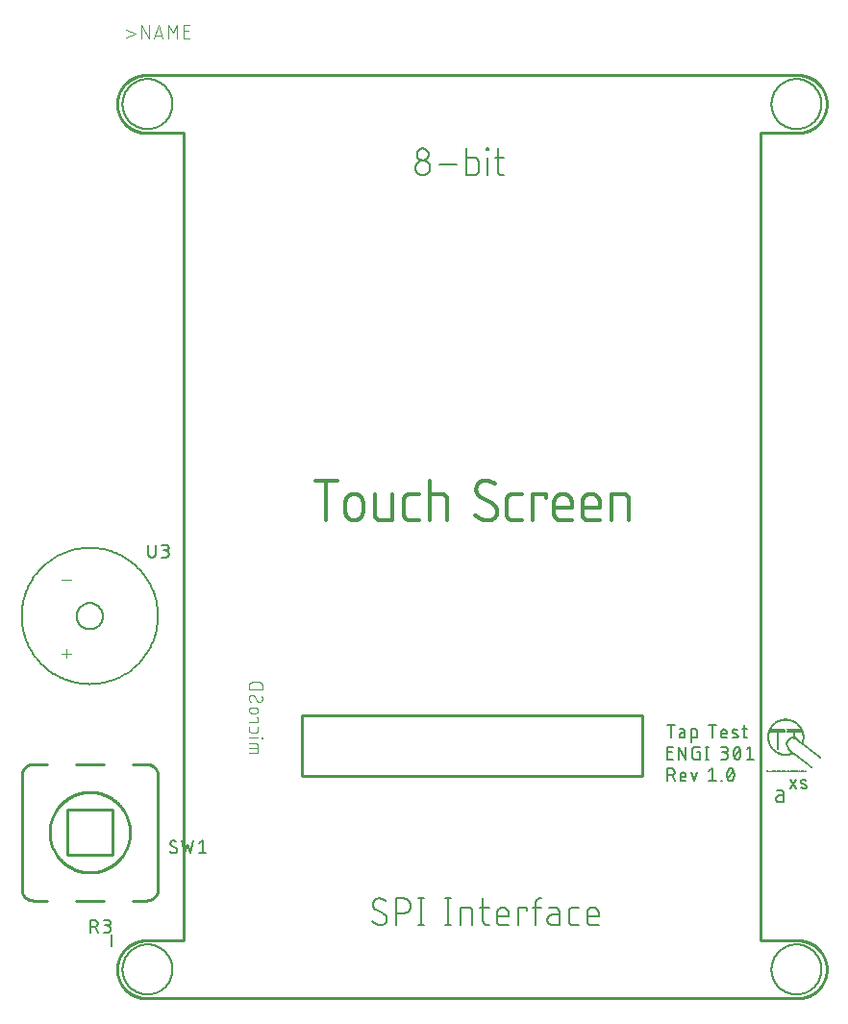
<source format=gbr>
G04 EAGLE Gerber RS-274X export*
G75*
%MOMM*%
%FSLAX34Y34*%
%LPD*%
%INSilkscreen Top*%
%IPPOS*%
%AMOC8*
5,1,8,0,0,1.08239X$1,22.5*%
G01*
%ADD10C,0.152400*%
%ADD11C,0.203200*%
%ADD12R,0.050800X0.025400*%
%ADD13R,0.127000X0.025400*%
%ADD14R,0.177800X0.025400*%
%ADD15R,0.203200X0.025400*%
%ADD16R,0.228600X0.025400*%
%ADD17R,0.101600X0.025400*%
%ADD18R,0.381000X0.025400*%
%ADD19R,0.685800X0.025400*%
%ADD20R,0.889000X0.025400*%
%ADD21R,1.041400X0.025400*%
%ADD22R,1.193800X0.025400*%
%ADD23R,0.457200X0.025400*%
%ADD24R,0.660400X0.025400*%
%ADD25R,0.355600X0.025400*%
%ADD26R,0.482600X0.025400*%
%ADD27R,0.304800X0.025400*%
%ADD28R,0.330200X0.025400*%
%ADD29R,0.254000X0.025400*%
%ADD30R,0.279400X0.025400*%
%ADD31R,0.152400X0.025400*%
%ADD32R,0.609600X0.025400*%
%ADD33R,0.533400X0.025400*%
%ADD34R,1.498600X0.025400*%
%ADD35R,1.447800X0.025400*%
%ADD36R,1.473200X0.025400*%
%ADD37R,1.422400X0.025400*%
%ADD38R,1.397000X0.025400*%
%ADD39R,1.371600X0.025400*%
%ADD40C,0.000000*%
%ADD41C,0.101600*%
%ADD42C,0.127000*%
%ADD43C,0.254000*%
%ADD44C,0.200000*%
%ADD45C,0.304800*%


D10*
X613466Y242062D02*
X613466Y253238D01*
X610362Y253238D02*
X616571Y253238D01*
X622988Y246408D02*
X625782Y246408D01*
X622988Y246408D02*
X622896Y246406D01*
X622804Y246400D01*
X622712Y246390D01*
X622621Y246377D01*
X622530Y246359D01*
X622440Y246338D01*
X622352Y246313D01*
X622264Y246284D01*
X622178Y246251D01*
X622093Y246215D01*
X622010Y246175D01*
X621928Y246132D01*
X621849Y246085D01*
X621771Y246035D01*
X621696Y245982D01*
X621623Y245926D01*
X621552Y245866D01*
X621484Y245804D01*
X621419Y245739D01*
X621357Y245671D01*
X621297Y245600D01*
X621241Y245527D01*
X621188Y245452D01*
X621138Y245374D01*
X621091Y245295D01*
X621048Y245213D01*
X621008Y245130D01*
X620972Y245045D01*
X620939Y244959D01*
X620910Y244871D01*
X620885Y244783D01*
X620864Y244693D01*
X620846Y244602D01*
X620833Y244511D01*
X620823Y244419D01*
X620817Y244327D01*
X620815Y244235D01*
X620817Y244143D01*
X620823Y244051D01*
X620833Y243959D01*
X620846Y243868D01*
X620864Y243777D01*
X620885Y243687D01*
X620910Y243599D01*
X620939Y243511D01*
X620972Y243425D01*
X621008Y243340D01*
X621048Y243257D01*
X621091Y243175D01*
X621138Y243096D01*
X621188Y243018D01*
X621241Y242943D01*
X621297Y242870D01*
X621357Y242799D01*
X621419Y242731D01*
X621484Y242666D01*
X621552Y242604D01*
X621623Y242544D01*
X621696Y242488D01*
X621771Y242435D01*
X621849Y242385D01*
X621928Y242338D01*
X622010Y242295D01*
X622093Y242255D01*
X622178Y242219D01*
X622264Y242186D01*
X622352Y242157D01*
X622440Y242132D01*
X622530Y242111D01*
X622621Y242093D01*
X622712Y242080D01*
X622804Y242070D01*
X622896Y242064D01*
X622988Y242062D01*
X625782Y242062D01*
X625782Y247650D01*
X625783Y247650D02*
X625781Y247734D01*
X625776Y247817D01*
X625766Y247900D01*
X625753Y247983D01*
X625736Y248065D01*
X625716Y248146D01*
X625692Y248226D01*
X625664Y248305D01*
X625633Y248382D01*
X625599Y248458D01*
X625561Y248533D01*
X625519Y248606D01*
X625475Y248676D01*
X625427Y248745D01*
X625377Y248812D01*
X625323Y248876D01*
X625267Y248937D01*
X625207Y248997D01*
X625146Y249053D01*
X625082Y249107D01*
X625015Y249157D01*
X624946Y249205D01*
X624876Y249249D01*
X624803Y249291D01*
X624728Y249329D01*
X624652Y249363D01*
X624575Y249394D01*
X624496Y249422D01*
X624416Y249446D01*
X624335Y249466D01*
X624253Y249483D01*
X624170Y249496D01*
X624087Y249506D01*
X624004Y249511D01*
X623920Y249513D01*
X621436Y249513D01*
X631630Y249513D02*
X631630Y238337D01*
X631630Y249513D02*
X634735Y249513D01*
X634819Y249511D01*
X634902Y249506D01*
X634985Y249496D01*
X635068Y249483D01*
X635150Y249466D01*
X635231Y249446D01*
X635311Y249422D01*
X635390Y249394D01*
X635467Y249363D01*
X635543Y249329D01*
X635618Y249291D01*
X635691Y249249D01*
X635761Y249205D01*
X635830Y249157D01*
X635897Y249107D01*
X635961Y249053D01*
X636022Y248997D01*
X636082Y248937D01*
X636138Y248876D01*
X636192Y248812D01*
X636242Y248745D01*
X636290Y248676D01*
X636334Y248606D01*
X636376Y248533D01*
X636414Y248458D01*
X636448Y248382D01*
X636479Y248305D01*
X636507Y248226D01*
X636531Y248146D01*
X636551Y248065D01*
X636568Y247983D01*
X636581Y247900D01*
X636591Y247817D01*
X636596Y247734D01*
X636598Y247650D01*
X636598Y243925D01*
X636596Y243839D01*
X636590Y243753D01*
X636580Y243668D01*
X636566Y243583D01*
X636549Y243498D01*
X636527Y243415D01*
X636501Y243333D01*
X636472Y243252D01*
X636439Y243173D01*
X636403Y243095D01*
X636363Y243018D01*
X636319Y242944D01*
X636272Y242872D01*
X636222Y242802D01*
X636168Y242735D01*
X636112Y242670D01*
X636052Y242608D01*
X635990Y242548D01*
X635925Y242492D01*
X635858Y242438D01*
X635788Y242388D01*
X635716Y242341D01*
X635642Y242297D01*
X635565Y242257D01*
X635488Y242221D01*
X635408Y242188D01*
X635327Y242159D01*
X635245Y242133D01*
X635162Y242111D01*
X635077Y242094D01*
X634992Y242080D01*
X634907Y242070D01*
X634821Y242064D01*
X634735Y242062D01*
X631630Y242062D01*
X650042Y242062D02*
X650042Y253238D01*
X646938Y253238D02*
X653147Y253238D01*
X659327Y242062D02*
X662432Y242062D01*
X659327Y242062D02*
X659243Y242064D01*
X659160Y242069D01*
X659077Y242079D01*
X658994Y242092D01*
X658912Y242109D01*
X658831Y242129D01*
X658751Y242153D01*
X658672Y242181D01*
X658595Y242212D01*
X658519Y242246D01*
X658444Y242284D01*
X658371Y242326D01*
X658301Y242370D01*
X658232Y242418D01*
X658165Y242468D01*
X658101Y242522D01*
X658040Y242578D01*
X657980Y242638D01*
X657924Y242699D01*
X657870Y242763D01*
X657820Y242830D01*
X657772Y242899D01*
X657728Y242969D01*
X657686Y243042D01*
X657648Y243117D01*
X657614Y243193D01*
X657583Y243270D01*
X657555Y243349D01*
X657531Y243429D01*
X657511Y243510D01*
X657494Y243592D01*
X657481Y243675D01*
X657471Y243758D01*
X657466Y243841D01*
X657464Y243925D01*
X657465Y243925D02*
X657465Y247029D01*
X657464Y247029D02*
X657466Y247128D01*
X657472Y247226D01*
X657482Y247325D01*
X657495Y247422D01*
X657513Y247520D01*
X657534Y247616D01*
X657560Y247712D01*
X657589Y247806D01*
X657621Y247899D01*
X657658Y247991D01*
X657698Y248081D01*
X657742Y248170D01*
X657789Y248257D01*
X657839Y248342D01*
X657893Y248424D01*
X657950Y248505D01*
X658010Y248583D01*
X658074Y248659D01*
X658140Y248732D01*
X658209Y248803D01*
X658281Y248871D01*
X658356Y248935D01*
X658433Y248997D01*
X658512Y249056D01*
X658594Y249111D01*
X658678Y249164D01*
X658763Y249212D01*
X658851Y249258D01*
X658941Y249300D01*
X659032Y249338D01*
X659124Y249372D01*
X659218Y249403D01*
X659313Y249430D01*
X659409Y249454D01*
X659506Y249473D01*
X659603Y249489D01*
X659701Y249501D01*
X659800Y249509D01*
X659899Y249513D01*
X659997Y249513D01*
X660096Y249509D01*
X660195Y249501D01*
X660293Y249489D01*
X660390Y249473D01*
X660487Y249454D01*
X660583Y249430D01*
X660678Y249403D01*
X660772Y249372D01*
X660864Y249338D01*
X660955Y249300D01*
X661045Y249258D01*
X661133Y249212D01*
X661218Y249164D01*
X661302Y249111D01*
X661384Y249056D01*
X661463Y248997D01*
X661540Y248935D01*
X661615Y248871D01*
X661687Y248803D01*
X661756Y248732D01*
X661822Y248659D01*
X661886Y248583D01*
X661946Y248505D01*
X662003Y248424D01*
X662057Y248342D01*
X662107Y248257D01*
X662154Y248170D01*
X662198Y248081D01*
X662238Y247991D01*
X662275Y247899D01*
X662307Y247806D01*
X662336Y247712D01*
X662362Y247616D01*
X662383Y247520D01*
X662401Y247422D01*
X662414Y247325D01*
X662424Y247226D01*
X662430Y247128D01*
X662432Y247029D01*
X662432Y245787D01*
X657465Y245787D01*
X668302Y246408D02*
X671407Y245166D01*
X668302Y246408D02*
X668230Y246439D01*
X668160Y246473D01*
X668091Y246511D01*
X668024Y246552D01*
X667959Y246596D01*
X667897Y246644D01*
X667837Y246694D01*
X667779Y246747D01*
X667724Y246803D01*
X667672Y246862D01*
X667623Y246923D01*
X667577Y246986D01*
X667534Y247051D01*
X667494Y247119D01*
X667457Y247188D01*
X667424Y247259D01*
X667395Y247332D01*
X667369Y247406D01*
X667346Y247481D01*
X667328Y247557D01*
X667313Y247634D01*
X667301Y247712D01*
X667294Y247790D01*
X667290Y247868D01*
X667291Y247946D01*
X667295Y248025D01*
X667302Y248103D01*
X667314Y248180D01*
X667329Y248257D01*
X667349Y248333D01*
X667371Y248408D01*
X667398Y248482D01*
X667428Y248554D01*
X667461Y248625D01*
X667498Y248694D01*
X667538Y248762D01*
X667582Y248827D01*
X667628Y248890D01*
X667678Y248951D01*
X667730Y249009D01*
X667785Y249065D01*
X667843Y249118D01*
X667904Y249168D01*
X667966Y249215D01*
X668031Y249258D01*
X668098Y249299D01*
X668167Y249337D01*
X668238Y249370D01*
X668310Y249401D01*
X668384Y249428D01*
X668458Y249451D01*
X668534Y249471D01*
X668611Y249487D01*
X668688Y249499D01*
X668766Y249507D01*
X668845Y249512D01*
X668923Y249513D01*
X668923Y249512D02*
X669092Y249508D01*
X669262Y249499D01*
X669431Y249487D01*
X669599Y249470D01*
X669768Y249449D01*
X669935Y249425D01*
X670102Y249396D01*
X670269Y249363D01*
X670434Y249326D01*
X670599Y249285D01*
X670762Y249241D01*
X670925Y249192D01*
X671086Y249140D01*
X671246Y249083D01*
X671404Y249023D01*
X671561Y248959D01*
X671717Y248891D01*
X671407Y245167D02*
X671479Y245136D01*
X671549Y245102D01*
X671618Y245064D01*
X671685Y245023D01*
X671750Y244979D01*
X671812Y244931D01*
X671872Y244881D01*
X671930Y244828D01*
X671985Y244772D01*
X672037Y244713D01*
X672086Y244652D01*
X672132Y244589D01*
X672175Y244524D01*
X672215Y244456D01*
X672252Y244387D01*
X672285Y244316D01*
X672314Y244243D01*
X672340Y244169D01*
X672363Y244094D01*
X672381Y244018D01*
X672396Y243941D01*
X672408Y243863D01*
X672415Y243785D01*
X672419Y243707D01*
X672418Y243629D01*
X672414Y243550D01*
X672407Y243472D01*
X672395Y243395D01*
X672380Y243318D01*
X672360Y243242D01*
X672338Y243167D01*
X672311Y243093D01*
X672281Y243021D01*
X672248Y242950D01*
X672211Y242881D01*
X672171Y242813D01*
X672127Y242748D01*
X672081Y242685D01*
X672031Y242624D01*
X671979Y242566D01*
X671924Y242510D01*
X671866Y242457D01*
X671805Y242407D01*
X671743Y242360D01*
X671678Y242317D01*
X671611Y242276D01*
X671542Y242238D01*
X671471Y242205D01*
X671399Y242174D01*
X671325Y242147D01*
X671251Y242124D01*
X671175Y242104D01*
X671098Y242088D01*
X671021Y242076D01*
X670943Y242068D01*
X670864Y242063D01*
X670786Y242062D01*
X670785Y242062D02*
X670536Y242069D01*
X670288Y242081D01*
X670039Y242099D01*
X669791Y242123D01*
X669544Y242153D01*
X669298Y242189D01*
X669052Y242231D01*
X668808Y242278D01*
X668564Y242332D01*
X668322Y242390D01*
X668082Y242455D01*
X667843Y242525D01*
X667606Y242601D01*
X667371Y242683D01*
X676258Y249513D02*
X679984Y249513D01*
X677500Y253238D02*
X677500Y243925D01*
X677502Y243841D01*
X677507Y243758D01*
X677517Y243675D01*
X677530Y243592D01*
X677547Y243510D01*
X677567Y243429D01*
X677591Y243349D01*
X677619Y243270D01*
X677650Y243193D01*
X677684Y243117D01*
X677722Y243042D01*
X677764Y242969D01*
X677808Y242899D01*
X677856Y242830D01*
X677906Y242763D01*
X677960Y242699D01*
X678016Y242638D01*
X678076Y242578D01*
X678137Y242522D01*
X678201Y242468D01*
X678268Y242418D01*
X678337Y242370D01*
X678407Y242326D01*
X678480Y242284D01*
X678555Y242246D01*
X678631Y242212D01*
X678708Y242181D01*
X678787Y242153D01*
X678867Y242129D01*
X678948Y242109D01*
X679030Y242092D01*
X679113Y242079D01*
X679196Y242069D01*
X679279Y242064D01*
X679363Y242062D01*
X679984Y242062D01*
X615329Y223012D02*
X610362Y223012D01*
X610362Y234188D01*
X615329Y234188D01*
X614087Y229221D02*
X610362Y229221D01*
X620240Y234188D02*
X620240Y223012D01*
X626449Y223012D02*
X620240Y234188D01*
X626449Y234188D02*
X626449Y223012D01*
X636778Y229221D02*
X638641Y229221D01*
X638641Y223012D01*
X634915Y223012D01*
X634817Y223014D01*
X634720Y223020D01*
X634623Y223029D01*
X634526Y223043D01*
X634430Y223060D01*
X634335Y223081D01*
X634241Y223105D01*
X634147Y223134D01*
X634055Y223166D01*
X633964Y223201D01*
X633875Y223240D01*
X633787Y223283D01*
X633701Y223329D01*
X633617Y223378D01*
X633535Y223431D01*
X633455Y223486D01*
X633377Y223545D01*
X633302Y223607D01*
X633229Y223672D01*
X633159Y223740D01*
X633091Y223810D01*
X633026Y223883D01*
X632964Y223958D01*
X632905Y224036D01*
X632850Y224116D01*
X632797Y224198D01*
X632748Y224282D01*
X632702Y224368D01*
X632659Y224456D01*
X632620Y224545D01*
X632585Y224636D01*
X632553Y224728D01*
X632524Y224822D01*
X632500Y224916D01*
X632479Y225011D01*
X632462Y225107D01*
X632448Y225204D01*
X632439Y225301D01*
X632433Y225398D01*
X632431Y225496D01*
X632432Y225496D02*
X632432Y231704D01*
X632431Y231704D02*
X632433Y231802D01*
X632439Y231899D01*
X632448Y231996D01*
X632462Y232093D01*
X632479Y232189D01*
X632500Y232284D01*
X632524Y232378D01*
X632553Y232472D01*
X632585Y232564D01*
X632620Y232655D01*
X632659Y232744D01*
X632702Y232832D01*
X632748Y232918D01*
X632797Y233002D01*
X632850Y233084D01*
X632905Y233164D01*
X632964Y233242D01*
X633026Y233317D01*
X633091Y233390D01*
X633159Y233460D01*
X633229Y233528D01*
X633302Y233593D01*
X633377Y233655D01*
X633455Y233714D01*
X633535Y233769D01*
X633617Y233822D01*
X633701Y233871D01*
X633787Y233917D01*
X633875Y233960D01*
X633964Y233999D01*
X634055Y234034D01*
X634147Y234066D01*
X634241Y234095D01*
X634335Y234119D01*
X634430Y234140D01*
X634526Y234157D01*
X634623Y234171D01*
X634720Y234180D01*
X634817Y234186D01*
X634915Y234188D01*
X638641Y234188D01*
X645061Y234188D02*
X645061Y223012D01*
X643819Y223012D02*
X646303Y223012D01*
X646303Y234188D02*
X643819Y234188D01*
X657197Y223012D02*
X660301Y223012D01*
X660412Y223014D01*
X660522Y223020D01*
X660633Y223030D01*
X660743Y223044D01*
X660852Y223061D01*
X660961Y223083D01*
X661069Y223108D01*
X661175Y223138D01*
X661281Y223171D01*
X661386Y223208D01*
X661489Y223248D01*
X661590Y223293D01*
X661690Y223340D01*
X661789Y223392D01*
X661885Y223447D01*
X661979Y223505D01*
X662071Y223566D01*
X662161Y223631D01*
X662249Y223699D01*
X662334Y223770D01*
X662416Y223844D01*
X662496Y223921D01*
X662573Y224001D01*
X662647Y224083D01*
X662718Y224168D01*
X662786Y224256D01*
X662851Y224346D01*
X662912Y224438D01*
X662970Y224532D01*
X663025Y224628D01*
X663077Y224727D01*
X663124Y224827D01*
X663169Y224928D01*
X663209Y225031D01*
X663246Y225136D01*
X663279Y225242D01*
X663309Y225348D01*
X663334Y225456D01*
X663356Y225565D01*
X663373Y225674D01*
X663387Y225784D01*
X663397Y225895D01*
X663403Y226005D01*
X663405Y226116D01*
X663403Y226227D01*
X663397Y226337D01*
X663387Y226448D01*
X663373Y226558D01*
X663356Y226667D01*
X663334Y226776D01*
X663309Y226884D01*
X663279Y226990D01*
X663246Y227096D01*
X663209Y227201D01*
X663169Y227304D01*
X663124Y227405D01*
X663077Y227505D01*
X663025Y227604D01*
X662970Y227700D01*
X662912Y227794D01*
X662851Y227886D01*
X662786Y227976D01*
X662718Y228064D01*
X662647Y228149D01*
X662573Y228231D01*
X662496Y228311D01*
X662416Y228388D01*
X662334Y228462D01*
X662249Y228533D01*
X662161Y228601D01*
X662071Y228666D01*
X661979Y228727D01*
X661885Y228785D01*
X661789Y228840D01*
X661690Y228892D01*
X661590Y228939D01*
X661489Y228984D01*
X661386Y229024D01*
X661281Y229061D01*
X661175Y229094D01*
X661069Y229124D01*
X660961Y229149D01*
X660852Y229171D01*
X660743Y229188D01*
X660633Y229202D01*
X660522Y229212D01*
X660412Y229218D01*
X660301Y229220D01*
X660922Y234188D02*
X657197Y234188D01*
X660922Y234188D02*
X661021Y234186D01*
X661119Y234180D01*
X661218Y234170D01*
X661315Y234157D01*
X661413Y234139D01*
X661509Y234118D01*
X661605Y234092D01*
X661699Y234063D01*
X661792Y234031D01*
X661884Y233994D01*
X661974Y233954D01*
X662063Y233910D01*
X662150Y233863D01*
X662235Y233813D01*
X662317Y233759D01*
X662398Y233702D01*
X662476Y233642D01*
X662552Y233578D01*
X662625Y233512D01*
X662696Y233443D01*
X662764Y233371D01*
X662828Y233296D01*
X662890Y233219D01*
X662949Y233140D01*
X663004Y233058D01*
X663057Y232974D01*
X663105Y232889D01*
X663151Y232801D01*
X663193Y232711D01*
X663231Y232620D01*
X663265Y232528D01*
X663296Y232434D01*
X663323Y232339D01*
X663347Y232243D01*
X663366Y232146D01*
X663382Y232049D01*
X663394Y231951D01*
X663402Y231852D01*
X663406Y231753D01*
X663406Y231655D01*
X663402Y231556D01*
X663394Y231457D01*
X663382Y231359D01*
X663366Y231262D01*
X663347Y231165D01*
X663323Y231069D01*
X663296Y230974D01*
X663265Y230880D01*
X663231Y230788D01*
X663193Y230697D01*
X663151Y230607D01*
X663105Y230519D01*
X663057Y230434D01*
X663004Y230350D01*
X662949Y230268D01*
X662890Y230189D01*
X662828Y230112D01*
X662764Y230037D01*
X662696Y229965D01*
X662625Y229896D01*
X662552Y229830D01*
X662476Y229766D01*
X662398Y229706D01*
X662317Y229649D01*
X662235Y229595D01*
X662150Y229545D01*
X662063Y229498D01*
X661974Y229454D01*
X661884Y229414D01*
X661792Y229377D01*
X661699Y229345D01*
X661605Y229316D01*
X661509Y229290D01*
X661413Y229269D01*
X661315Y229251D01*
X661218Y229238D01*
X661119Y229228D01*
X661021Y229222D01*
X660922Y229220D01*
X660922Y229221D02*
X658438Y229221D01*
X668627Y228600D02*
X668630Y228820D01*
X668637Y229040D01*
X668651Y229259D01*
X668669Y229478D01*
X668693Y229697D01*
X668721Y229915D01*
X668755Y230132D01*
X668794Y230348D01*
X668839Y230564D01*
X668888Y230778D01*
X668943Y230991D01*
X669002Y231203D01*
X669067Y231413D01*
X669137Y231621D01*
X669211Y231828D01*
X669291Y232033D01*
X669375Y232236D01*
X669464Y232437D01*
X669558Y232636D01*
X669591Y232725D01*
X669627Y232813D01*
X669667Y232899D01*
X669710Y232984D01*
X669757Y233066D01*
X669808Y233147D01*
X669861Y233225D01*
X669918Y233301D01*
X669978Y233375D01*
X670041Y233446D01*
X670106Y233515D01*
X670175Y233581D01*
X670246Y233643D01*
X670320Y233703D01*
X670396Y233760D01*
X670474Y233814D01*
X670555Y233864D01*
X670637Y233911D01*
X670722Y233954D01*
X670808Y233994D01*
X670896Y234031D01*
X670985Y234063D01*
X671075Y234092D01*
X671167Y234118D01*
X671259Y234139D01*
X671353Y234157D01*
X671447Y234170D01*
X671541Y234180D01*
X671636Y234186D01*
X671731Y234188D01*
X671826Y234186D01*
X671921Y234180D01*
X672015Y234170D01*
X672109Y234157D01*
X672203Y234139D01*
X672295Y234118D01*
X672387Y234092D01*
X672477Y234063D01*
X672566Y234031D01*
X672654Y233994D01*
X672740Y233954D01*
X672825Y233911D01*
X672907Y233864D01*
X672988Y233814D01*
X673066Y233760D01*
X673142Y233703D01*
X673216Y233643D01*
X673287Y233581D01*
X673356Y233515D01*
X673421Y233446D01*
X673484Y233375D01*
X673544Y233301D01*
X673601Y233225D01*
X673654Y233147D01*
X673705Y233066D01*
X673752Y232983D01*
X673795Y232899D01*
X673835Y232813D01*
X673871Y232725D01*
X673904Y232636D01*
X673905Y232636D02*
X673999Y232437D01*
X674088Y232236D01*
X674172Y232033D01*
X674252Y231828D01*
X674326Y231621D01*
X674396Y231413D01*
X674461Y231203D01*
X674520Y230991D01*
X674575Y230778D01*
X674624Y230564D01*
X674669Y230348D01*
X674708Y230132D01*
X674742Y229915D01*
X674770Y229697D01*
X674794Y229478D01*
X674812Y229259D01*
X674826Y229040D01*
X674833Y228820D01*
X674836Y228600D01*
X668627Y228600D02*
X668630Y228380D01*
X668637Y228160D01*
X668651Y227941D01*
X668669Y227722D01*
X668693Y227503D01*
X668721Y227285D01*
X668755Y227068D01*
X668794Y226852D01*
X668839Y226636D01*
X668888Y226422D01*
X668943Y226209D01*
X669002Y225998D01*
X669067Y225787D01*
X669137Y225579D01*
X669211Y225372D01*
X669291Y225167D01*
X669375Y224964D01*
X669464Y224763D01*
X669558Y224564D01*
X669591Y224475D01*
X669627Y224387D01*
X669667Y224301D01*
X669710Y224216D01*
X669757Y224134D01*
X669808Y224053D01*
X669861Y223975D01*
X669918Y223899D01*
X669978Y223825D01*
X670041Y223754D01*
X670106Y223685D01*
X670175Y223619D01*
X670246Y223557D01*
X670320Y223497D01*
X670396Y223440D01*
X670474Y223386D01*
X670555Y223336D01*
X670637Y223289D01*
X670722Y223246D01*
X670808Y223206D01*
X670896Y223169D01*
X670985Y223137D01*
X671075Y223108D01*
X671167Y223082D01*
X671259Y223061D01*
X671353Y223043D01*
X671447Y223030D01*
X671541Y223020D01*
X671636Y223014D01*
X671731Y223012D01*
X673905Y224564D02*
X673999Y224763D01*
X674088Y224964D01*
X674172Y225167D01*
X674252Y225372D01*
X674326Y225579D01*
X674396Y225787D01*
X674461Y225997D01*
X674520Y226209D01*
X674575Y226422D01*
X674624Y226636D01*
X674669Y226852D01*
X674708Y227068D01*
X674742Y227285D01*
X674770Y227503D01*
X674794Y227722D01*
X674812Y227941D01*
X674826Y228160D01*
X674833Y228380D01*
X674836Y228600D01*
X673904Y224564D02*
X673871Y224475D01*
X673835Y224387D01*
X673795Y224301D01*
X673752Y224216D01*
X673705Y224134D01*
X673654Y224053D01*
X673601Y223975D01*
X673544Y223899D01*
X673484Y223825D01*
X673421Y223754D01*
X673356Y223685D01*
X673287Y223619D01*
X673216Y223557D01*
X673142Y223497D01*
X673066Y223440D01*
X672988Y223386D01*
X672907Y223336D01*
X672825Y223289D01*
X672740Y223246D01*
X672654Y223206D01*
X672566Y223169D01*
X672477Y223137D01*
X672387Y223108D01*
X672295Y223082D01*
X672203Y223061D01*
X672109Y223043D01*
X672015Y223030D01*
X671921Y223020D01*
X671826Y223014D01*
X671731Y223012D01*
X669248Y225496D02*
X674215Y231704D01*
X680057Y231704D02*
X683161Y234188D01*
X683161Y223012D01*
X680057Y223012D02*
X686266Y223012D01*
X610362Y215138D02*
X610362Y203962D01*
X610362Y215138D02*
X613466Y215138D01*
X613577Y215136D01*
X613687Y215130D01*
X613798Y215120D01*
X613908Y215106D01*
X614017Y215089D01*
X614126Y215067D01*
X614234Y215042D01*
X614340Y215012D01*
X614446Y214979D01*
X614551Y214942D01*
X614654Y214902D01*
X614755Y214857D01*
X614855Y214810D01*
X614954Y214758D01*
X615050Y214703D01*
X615144Y214645D01*
X615236Y214584D01*
X615326Y214519D01*
X615414Y214451D01*
X615499Y214380D01*
X615581Y214306D01*
X615661Y214229D01*
X615738Y214149D01*
X615812Y214067D01*
X615883Y213982D01*
X615951Y213894D01*
X616016Y213804D01*
X616077Y213712D01*
X616135Y213618D01*
X616190Y213522D01*
X616242Y213423D01*
X616289Y213323D01*
X616334Y213222D01*
X616374Y213119D01*
X616411Y213014D01*
X616444Y212908D01*
X616474Y212802D01*
X616499Y212694D01*
X616521Y212585D01*
X616538Y212476D01*
X616552Y212366D01*
X616562Y212255D01*
X616568Y212145D01*
X616570Y212034D01*
X616568Y211923D01*
X616562Y211813D01*
X616552Y211702D01*
X616538Y211592D01*
X616521Y211483D01*
X616499Y211374D01*
X616474Y211266D01*
X616444Y211160D01*
X616411Y211054D01*
X616374Y210949D01*
X616334Y210846D01*
X616289Y210745D01*
X616242Y210645D01*
X616190Y210546D01*
X616135Y210450D01*
X616077Y210356D01*
X616016Y210264D01*
X615951Y210174D01*
X615883Y210086D01*
X615812Y210001D01*
X615738Y209919D01*
X615661Y209839D01*
X615581Y209762D01*
X615499Y209688D01*
X615414Y209617D01*
X615326Y209549D01*
X615236Y209484D01*
X615144Y209423D01*
X615050Y209365D01*
X614954Y209310D01*
X614855Y209258D01*
X614755Y209211D01*
X614654Y209166D01*
X614551Y209126D01*
X614446Y209089D01*
X614340Y209056D01*
X614234Y209026D01*
X614126Y209001D01*
X614017Y208979D01*
X613908Y208962D01*
X613798Y208948D01*
X613687Y208938D01*
X613577Y208932D01*
X613466Y208930D01*
X613466Y208929D02*
X610362Y208929D01*
X614087Y208929D02*
X616571Y203962D01*
X623422Y203962D02*
X626526Y203962D01*
X623422Y203962D02*
X623338Y203964D01*
X623255Y203969D01*
X623172Y203979D01*
X623089Y203992D01*
X623007Y204009D01*
X622926Y204029D01*
X622846Y204053D01*
X622767Y204081D01*
X622690Y204112D01*
X622614Y204146D01*
X622539Y204184D01*
X622466Y204226D01*
X622396Y204270D01*
X622327Y204318D01*
X622260Y204368D01*
X622196Y204422D01*
X622135Y204478D01*
X622075Y204538D01*
X622019Y204599D01*
X621965Y204663D01*
X621915Y204730D01*
X621867Y204799D01*
X621823Y204869D01*
X621781Y204942D01*
X621743Y205017D01*
X621709Y205093D01*
X621678Y205170D01*
X621650Y205249D01*
X621626Y205329D01*
X621606Y205410D01*
X621589Y205492D01*
X621576Y205575D01*
X621566Y205658D01*
X621561Y205741D01*
X621559Y205825D01*
X621559Y208929D01*
X621558Y208929D02*
X621560Y209028D01*
X621566Y209126D01*
X621576Y209225D01*
X621589Y209322D01*
X621607Y209420D01*
X621628Y209516D01*
X621654Y209612D01*
X621683Y209706D01*
X621715Y209799D01*
X621752Y209891D01*
X621792Y209981D01*
X621836Y210070D01*
X621883Y210157D01*
X621933Y210242D01*
X621987Y210324D01*
X622044Y210405D01*
X622104Y210483D01*
X622168Y210559D01*
X622234Y210632D01*
X622303Y210703D01*
X622375Y210771D01*
X622450Y210835D01*
X622527Y210897D01*
X622606Y210956D01*
X622688Y211011D01*
X622772Y211064D01*
X622857Y211112D01*
X622945Y211158D01*
X623035Y211200D01*
X623126Y211238D01*
X623218Y211272D01*
X623312Y211303D01*
X623407Y211330D01*
X623503Y211354D01*
X623600Y211373D01*
X623697Y211389D01*
X623795Y211401D01*
X623894Y211409D01*
X623993Y211413D01*
X624091Y211413D01*
X624190Y211409D01*
X624289Y211401D01*
X624387Y211389D01*
X624484Y211373D01*
X624581Y211354D01*
X624677Y211330D01*
X624772Y211303D01*
X624866Y211272D01*
X624958Y211238D01*
X625049Y211200D01*
X625139Y211158D01*
X625227Y211112D01*
X625312Y211064D01*
X625396Y211011D01*
X625478Y210956D01*
X625557Y210897D01*
X625634Y210835D01*
X625709Y210771D01*
X625781Y210703D01*
X625850Y210632D01*
X625916Y210559D01*
X625980Y210483D01*
X626040Y210405D01*
X626097Y210324D01*
X626151Y210242D01*
X626201Y210157D01*
X626248Y210070D01*
X626292Y209981D01*
X626332Y209891D01*
X626369Y209799D01*
X626401Y209706D01*
X626430Y209612D01*
X626456Y209516D01*
X626477Y209420D01*
X626495Y209322D01*
X626508Y209225D01*
X626518Y209126D01*
X626524Y209028D01*
X626526Y208929D01*
X626526Y207687D01*
X621559Y207687D01*
X631084Y211413D02*
X633567Y203962D01*
X636051Y211413D01*
X646846Y212654D02*
X649950Y215138D01*
X649950Y203962D01*
X646846Y203962D02*
X653055Y203962D01*
X657641Y203962D02*
X657641Y204583D01*
X658262Y204583D01*
X658262Y203962D01*
X657641Y203962D01*
X662848Y209550D02*
X662851Y209770D01*
X662858Y209990D01*
X662872Y210209D01*
X662890Y210428D01*
X662914Y210647D01*
X662942Y210865D01*
X662976Y211082D01*
X663015Y211298D01*
X663060Y211514D01*
X663109Y211728D01*
X663164Y211941D01*
X663223Y212153D01*
X663288Y212363D01*
X663358Y212571D01*
X663432Y212778D01*
X663512Y212983D01*
X663596Y213186D01*
X663685Y213387D01*
X663779Y213586D01*
X663812Y213675D01*
X663848Y213763D01*
X663888Y213849D01*
X663931Y213934D01*
X663978Y214016D01*
X664029Y214097D01*
X664082Y214175D01*
X664139Y214251D01*
X664199Y214325D01*
X664262Y214396D01*
X664327Y214465D01*
X664396Y214531D01*
X664467Y214593D01*
X664541Y214653D01*
X664617Y214710D01*
X664695Y214764D01*
X664776Y214814D01*
X664858Y214861D01*
X664943Y214904D01*
X665029Y214944D01*
X665117Y214981D01*
X665206Y215013D01*
X665296Y215042D01*
X665388Y215068D01*
X665480Y215089D01*
X665574Y215107D01*
X665668Y215120D01*
X665762Y215130D01*
X665857Y215136D01*
X665952Y215138D01*
X666047Y215136D01*
X666142Y215130D01*
X666236Y215120D01*
X666330Y215107D01*
X666424Y215089D01*
X666516Y215068D01*
X666608Y215042D01*
X666698Y215013D01*
X666787Y214981D01*
X666875Y214944D01*
X666961Y214904D01*
X667046Y214861D01*
X667128Y214814D01*
X667209Y214764D01*
X667287Y214710D01*
X667363Y214653D01*
X667437Y214593D01*
X667508Y214531D01*
X667577Y214465D01*
X667642Y214396D01*
X667705Y214325D01*
X667765Y214251D01*
X667822Y214175D01*
X667875Y214097D01*
X667926Y214016D01*
X667973Y213933D01*
X668016Y213849D01*
X668056Y213763D01*
X668092Y213675D01*
X668125Y213586D01*
X668126Y213586D02*
X668220Y213387D01*
X668309Y213186D01*
X668393Y212983D01*
X668473Y212778D01*
X668547Y212571D01*
X668617Y212363D01*
X668682Y212153D01*
X668741Y211941D01*
X668796Y211728D01*
X668845Y211514D01*
X668890Y211298D01*
X668929Y211082D01*
X668963Y210865D01*
X668991Y210647D01*
X669015Y210428D01*
X669033Y210209D01*
X669047Y209990D01*
X669054Y209770D01*
X669057Y209550D01*
X662848Y209550D02*
X662851Y209330D01*
X662858Y209110D01*
X662872Y208891D01*
X662890Y208672D01*
X662914Y208453D01*
X662942Y208235D01*
X662976Y208018D01*
X663015Y207802D01*
X663060Y207586D01*
X663109Y207372D01*
X663164Y207159D01*
X663223Y206948D01*
X663288Y206737D01*
X663358Y206529D01*
X663432Y206322D01*
X663512Y206117D01*
X663596Y205914D01*
X663685Y205713D01*
X663779Y205514D01*
X663812Y205425D01*
X663848Y205337D01*
X663888Y205251D01*
X663931Y205166D01*
X663978Y205084D01*
X664029Y205003D01*
X664082Y204925D01*
X664139Y204849D01*
X664199Y204775D01*
X664262Y204704D01*
X664327Y204635D01*
X664396Y204569D01*
X664467Y204507D01*
X664541Y204447D01*
X664617Y204390D01*
X664695Y204336D01*
X664776Y204286D01*
X664858Y204239D01*
X664943Y204196D01*
X665029Y204156D01*
X665117Y204119D01*
X665206Y204087D01*
X665296Y204058D01*
X665388Y204032D01*
X665480Y204011D01*
X665574Y203993D01*
X665668Y203980D01*
X665762Y203970D01*
X665857Y203964D01*
X665952Y203962D01*
X668126Y205514D02*
X668220Y205713D01*
X668309Y205914D01*
X668393Y206117D01*
X668473Y206322D01*
X668547Y206529D01*
X668617Y206737D01*
X668682Y206947D01*
X668741Y207159D01*
X668796Y207372D01*
X668845Y207586D01*
X668890Y207802D01*
X668929Y208018D01*
X668963Y208235D01*
X668991Y208453D01*
X669015Y208672D01*
X669033Y208891D01*
X669047Y209110D01*
X669054Y209330D01*
X669057Y209550D01*
X668125Y205514D02*
X668092Y205425D01*
X668056Y205337D01*
X668016Y205251D01*
X667973Y205166D01*
X667926Y205084D01*
X667875Y205003D01*
X667822Y204925D01*
X667765Y204849D01*
X667705Y204775D01*
X667642Y204704D01*
X667577Y204635D01*
X667508Y204569D01*
X667437Y204507D01*
X667363Y204447D01*
X667287Y204390D01*
X667209Y204336D01*
X667128Y204286D01*
X667046Y204239D01*
X666961Y204196D01*
X666875Y204156D01*
X666787Y204119D01*
X666698Y204087D01*
X666608Y204058D01*
X666516Y204032D01*
X666424Y204011D01*
X666330Y203993D01*
X666236Y203980D01*
X666142Y203970D01*
X666047Y203964D01*
X665952Y203962D01*
X663469Y206446D02*
X668436Y212654D01*
D11*
X708928Y191290D02*
X712865Y191290D01*
X708928Y191290D02*
X708819Y191288D01*
X708710Y191282D01*
X708601Y191272D01*
X708492Y191259D01*
X708384Y191241D01*
X708277Y191220D01*
X708171Y191195D01*
X708065Y191166D01*
X707961Y191133D01*
X707858Y191097D01*
X707756Y191057D01*
X707656Y191013D01*
X707557Y190966D01*
X707461Y190915D01*
X707366Y190861D01*
X707273Y190804D01*
X707182Y190743D01*
X707093Y190679D01*
X707007Y190612D01*
X706923Y190542D01*
X706841Y190469D01*
X706763Y190393D01*
X706687Y190315D01*
X706614Y190233D01*
X706544Y190149D01*
X706477Y190063D01*
X706413Y189974D01*
X706352Y189883D01*
X706295Y189790D01*
X706241Y189695D01*
X706190Y189599D01*
X706143Y189500D01*
X706099Y189400D01*
X706059Y189298D01*
X706023Y189195D01*
X705990Y189091D01*
X705961Y188985D01*
X705936Y188879D01*
X705915Y188772D01*
X705897Y188664D01*
X705884Y188555D01*
X705874Y188446D01*
X705868Y188337D01*
X705866Y188228D01*
X705868Y188119D01*
X705874Y188010D01*
X705884Y187901D01*
X705897Y187792D01*
X705915Y187684D01*
X705936Y187577D01*
X705961Y187471D01*
X705990Y187365D01*
X706023Y187261D01*
X706059Y187158D01*
X706099Y187056D01*
X706143Y186956D01*
X706190Y186857D01*
X706241Y186761D01*
X706295Y186666D01*
X706352Y186573D01*
X706413Y186482D01*
X706477Y186393D01*
X706544Y186307D01*
X706614Y186223D01*
X706687Y186141D01*
X706763Y186063D01*
X706841Y185987D01*
X706923Y185914D01*
X707007Y185844D01*
X707093Y185777D01*
X707182Y185713D01*
X707273Y185652D01*
X707366Y185595D01*
X707461Y185541D01*
X707557Y185490D01*
X707656Y185443D01*
X707756Y185399D01*
X707858Y185359D01*
X707961Y185323D01*
X708065Y185290D01*
X708171Y185261D01*
X708277Y185236D01*
X708384Y185215D01*
X708492Y185197D01*
X708601Y185184D01*
X708710Y185174D01*
X708819Y185168D01*
X708928Y185166D01*
X712865Y185166D01*
X712865Y193040D01*
X712863Y193141D01*
X712857Y193241D01*
X712848Y193341D01*
X712834Y193441D01*
X712817Y193540D01*
X712796Y193638D01*
X712771Y193736D01*
X712743Y193832D01*
X712710Y193927D01*
X712675Y194021D01*
X712635Y194114D01*
X712592Y194205D01*
X712546Y194294D01*
X712496Y194381D01*
X712443Y194467D01*
X712387Y194550D01*
X712328Y194631D01*
X712265Y194710D01*
X712200Y194786D01*
X712131Y194860D01*
X712060Y194931D01*
X711986Y195000D01*
X711910Y195065D01*
X711831Y195128D01*
X711750Y195187D01*
X711667Y195243D01*
X711581Y195296D01*
X711494Y195346D01*
X711405Y195392D01*
X711314Y195435D01*
X711221Y195475D01*
X711127Y195510D01*
X711032Y195543D01*
X710936Y195571D01*
X710838Y195596D01*
X710740Y195617D01*
X710641Y195634D01*
X710541Y195648D01*
X710441Y195657D01*
X710341Y195663D01*
X710240Y195665D01*
X706741Y195665D01*
D10*
X718312Y197612D02*
X723279Y205063D01*
X718312Y205063D02*
X723279Y197612D01*
X728768Y201958D02*
X731873Y200716D01*
X728768Y201958D02*
X728696Y201989D01*
X728626Y202023D01*
X728557Y202061D01*
X728490Y202102D01*
X728425Y202146D01*
X728363Y202194D01*
X728303Y202244D01*
X728245Y202297D01*
X728190Y202353D01*
X728138Y202412D01*
X728089Y202473D01*
X728043Y202536D01*
X728000Y202601D01*
X727960Y202669D01*
X727923Y202738D01*
X727890Y202809D01*
X727861Y202882D01*
X727835Y202956D01*
X727812Y203031D01*
X727794Y203107D01*
X727779Y203184D01*
X727767Y203262D01*
X727760Y203340D01*
X727756Y203418D01*
X727757Y203496D01*
X727761Y203575D01*
X727768Y203653D01*
X727780Y203730D01*
X727795Y203807D01*
X727815Y203883D01*
X727837Y203958D01*
X727864Y204032D01*
X727894Y204104D01*
X727927Y204175D01*
X727964Y204244D01*
X728004Y204312D01*
X728048Y204377D01*
X728094Y204440D01*
X728144Y204501D01*
X728196Y204559D01*
X728251Y204615D01*
X728309Y204668D01*
X728370Y204718D01*
X728432Y204765D01*
X728497Y204808D01*
X728564Y204849D01*
X728633Y204887D01*
X728704Y204920D01*
X728776Y204951D01*
X728850Y204978D01*
X728924Y205001D01*
X729000Y205021D01*
X729077Y205037D01*
X729154Y205049D01*
X729232Y205057D01*
X729311Y205062D01*
X729389Y205063D01*
X729389Y205062D02*
X729558Y205058D01*
X729728Y205049D01*
X729897Y205037D01*
X730065Y205020D01*
X730234Y204999D01*
X730401Y204975D01*
X730568Y204946D01*
X730735Y204913D01*
X730900Y204876D01*
X731065Y204835D01*
X731228Y204791D01*
X731391Y204742D01*
X731552Y204690D01*
X731712Y204633D01*
X731870Y204573D01*
X732027Y204509D01*
X732183Y204441D01*
X731873Y200717D02*
X731945Y200686D01*
X732015Y200652D01*
X732084Y200614D01*
X732151Y200573D01*
X732216Y200529D01*
X732278Y200481D01*
X732338Y200431D01*
X732396Y200378D01*
X732451Y200322D01*
X732503Y200263D01*
X732552Y200202D01*
X732598Y200139D01*
X732641Y200074D01*
X732681Y200006D01*
X732718Y199937D01*
X732751Y199866D01*
X732780Y199793D01*
X732806Y199719D01*
X732829Y199644D01*
X732847Y199568D01*
X732862Y199491D01*
X732874Y199413D01*
X732881Y199335D01*
X732885Y199257D01*
X732884Y199179D01*
X732880Y199100D01*
X732873Y199022D01*
X732861Y198945D01*
X732846Y198868D01*
X732826Y198792D01*
X732804Y198717D01*
X732777Y198643D01*
X732747Y198571D01*
X732714Y198500D01*
X732677Y198431D01*
X732637Y198363D01*
X732593Y198298D01*
X732547Y198235D01*
X732497Y198174D01*
X732445Y198116D01*
X732390Y198060D01*
X732332Y198007D01*
X732271Y197957D01*
X732209Y197910D01*
X732144Y197867D01*
X732077Y197826D01*
X732008Y197788D01*
X731937Y197755D01*
X731865Y197724D01*
X731791Y197697D01*
X731717Y197674D01*
X731641Y197654D01*
X731564Y197638D01*
X731487Y197626D01*
X731409Y197618D01*
X731330Y197613D01*
X731252Y197612D01*
X731003Y197619D01*
X730755Y197631D01*
X730506Y197649D01*
X730258Y197673D01*
X730011Y197703D01*
X729765Y197739D01*
X729519Y197781D01*
X729275Y197828D01*
X729031Y197882D01*
X728789Y197940D01*
X728549Y198005D01*
X728310Y198075D01*
X728073Y198151D01*
X727838Y198233D01*
D12*
X736981Y215138D03*
D13*
X737108Y215392D03*
D14*
X737108Y215646D03*
D15*
X736727Y215900D03*
X736473Y216154D03*
X736219Y216408D03*
D16*
X735838Y216662D03*
D15*
X735457Y216916D03*
X735203Y217170D03*
X734949Y217424D03*
X734441Y217678D03*
X734187Y217932D03*
X733933Y218186D03*
D16*
X733552Y218440D03*
D15*
X733171Y218694D03*
X732917Y218948D03*
D16*
X732536Y219202D03*
D15*
X732155Y219456D03*
X731901Y219710D03*
X731647Y219964D03*
X731139Y220218D03*
X730885Y220472D03*
X730631Y220726D03*
D16*
X730250Y220980D03*
D15*
X729869Y221234D03*
X729615Y221488D03*
D16*
X729234Y221742D03*
D15*
X728853Y221996D03*
X728599Y222250D03*
X728345Y222504D03*
X727837Y222758D03*
X727583Y223012D03*
X727329Y223266D03*
D16*
X726948Y223520D03*
D12*
X745109Y223520D03*
D15*
X726567Y223774D03*
D17*
X744855Y223774D03*
D15*
X726313Y224028D03*
X745109Y224028D03*
D16*
X725932Y224282D03*
D15*
X744855Y224282D03*
X725551Y224536D03*
D16*
X744474Y224536D03*
D15*
X725297Y224790D03*
X744093Y224790D03*
X725043Y225044D03*
X743839Y225044D03*
X724535Y225298D03*
X743585Y225298D03*
X724281Y225552D03*
X743077Y225552D03*
X724027Y225806D03*
X742823Y225806D03*
D18*
X714502Y226060D03*
D16*
X723646Y226060D03*
D15*
X742569Y226060D03*
D19*
X714502Y226314D03*
D15*
X723265Y226314D03*
D16*
X742188Y226314D03*
D20*
X714502Y226568D03*
D15*
X723011Y226568D03*
X741807Y226568D03*
D21*
X714502Y226822D03*
D16*
X722630Y226822D03*
D15*
X741553Y226822D03*
D22*
X714502Y227076D03*
D15*
X722249Y227076D03*
D16*
X741172Y227076D03*
D23*
X710311Y227330D03*
D24*
X719709Y227330D03*
D15*
X740791Y227330D03*
D25*
X709295Y227584D03*
D26*
X720344Y227584D03*
D15*
X740537Y227584D03*
D27*
X708533Y227838D03*
D28*
X720598Y227838D03*
D15*
X740283Y227838D03*
D27*
X708025Y228092D03*
D29*
X720725Y228092D03*
D15*
X739775Y228092D03*
D30*
X707390Y228346D03*
D14*
X720598Y228346D03*
D15*
X739521Y228346D03*
D29*
X707009Y228600D03*
D15*
X720217Y228600D03*
X739267Y228600D03*
D29*
X706501Y228854D03*
D15*
X719963Y228854D03*
D16*
X738886Y228854D03*
X706120Y229108D03*
D15*
X719709Y229108D03*
X738505Y229108D03*
D16*
X705612Y229362D03*
X719328Y229362D03*
D15*
X738251Y229362D03*
D16*
X705358Y229616D03*
D15*
X718947Y229616D03*
D16*
X737870Y229616D03*
D15*
X704977Y229870D03*
X718693Y229870D03*
X737489Y229870D03*
X704723Y230124D03*
D14*
X718312Y230124D03*
D15*
X737235Y230124D03*
D14*
X704342Y230378D03*
D16*
X718058Y230378D03*
D15*
X736981Y230378D03*
D14*
X704088Y230632D03*
D15*
X717677Y230632D03*
X736473Y230632D03*
D14*
X703834Y230886D03*
D15*
X717677Y230886D03*
X736219Y230886D03*
D14*
X703580Y231140D03*
D31*
X717423Y231140D03*
D15*
X735965Y231140D03*
D14*
X703326Y231394D03*
D16*
X707136Y231394D03*
D15*
X717169Y231394D03*
D16*
X735584Y231394D03*
D14*
X703072Y231648D03*
D16*
X707136Y231648D03*
D31*
X716915Y231648D03*
D15*
X735203Y231648D03*
D14*
X702818Y231902D03*
D16*
X707136Y231902D03*
D31*
X716915Y231902D03*
D15*
X734949Y231902D03*
D14*
X702564Y232156D03*
D16*
X707136Y232156D03*
D31*
X716661Y232156D03*
D16*
X734568Y232156D03*
D31*
X702437Y232410D03*
D16*
X707136Y232410D03*
D31*
X716661Y232410D03*
D15*
X734187Y232410D03*
D31*
X702183Y232664D03*
D16*
X707136Y232664D03*
D31*
X716661Y232664D03*
D15*
X733933Y232664D03*
D31*
X701929Y232918D03*
D16*
X707136Y232918D03*
D31*
X716407Y232918D03*
D15*
X733679Y232918D03*
D31*
X701929Y233172D03*
D16*
X707136Y233172D03*
D31*
X716407Y233172D03*
D15*
X733171Y233172D03*
D31*
X701675Y233426D03*
D16*
X707136Y233426D03*
D31*
X716153Y233426D03*
D15*
X732917Y233426D03*
D31*
X701421Y233680D03*
D16*
X707136Y233680D03*
D13*
X716026Y233680D03*
D15*
X732663Y233680D03*
D31*
X701421Y233934D03*
D16*
X707136Y233934D03*
D13*
X716026Y233934D03*
D16*
X732282Y233934D03*
D31*
X701167Y234188D03*
D16*
X707136Y234188D03*
D13*
X715772Y234188D03*
D15*
X731901Y234188D03*
D13*
X701040Y234442D03*
D16*
X707136Y234442D03*
D13*
X715772Y234442D03*
D15*
X731647Y234442D03*
D31*
X700913Y234696D03*
D16*
X707136Y234696D03*
D13*
X715772Y234696D03*
D16*
X731266Y234696D03*
D13*
X700786Y234950D03*
D16*
X707136Y234950D03*
D31*
X715645Y234950D03*
D15*
X730885Y234950D03*
D31*
X700659Y235204D03*
D16*
X707136Y235204D03*
D13*
X715518Y235204D03*
D15*
X730631Y235204D03*
D13*
X700532Y235458D03*
D16*
X707136Y235458D03*
D13*
X715518Y235458D03*
D15*
X730377Y235458D03*
D31*
X700405Y235712D03*
D16*
X707136Y235712D03*
D13*
X715518Y235712D03*
D15*
X729869Y235712D03*
D13*
X700278Y235966D03*
D16*
X707136Y235966D03*
D13*
X715518Y235966D03*
D16*
X729488Y235966D03*
D31*
X700151Y236220D03*
D16*
X707136Y236220D03*
D13*
X715518Y236220D03*
D16*
X729234Y236220D03*
D13*
X700024Y236474D03*
D16*
X707136Y236474D03*
D13*
X715518Y236474D03*
D16*
X728980Y236474D03*
D13*
X700024Y236728D03*
D16*
X707136Y236728D03*
D13*
X715518Y236728D03*
D15*
X728599Y236728D03*
D31*
X699897Y236982D03*
D16*
X707136Y236982D03*
D13*
X715518Y236982D03*
D29*
X728599Y236982D03*
D13*
X699770Y237236D03*
D16*
X707136Y237236D03*
D31*
X715645Y237236D03*
D27*
X728345Y237236D03*
D13*
X699770Y237490D03*
D16*
X707136Y237490D03*
D13*
X715772Y237490D03*
D28*
X728218Y237490D03*
D31*
X699643Y237744D03*
D16*
X707136Y237744D03*
D13*
X715772Y237744D03*
D15*
X727329Y237744D03*
D13*
X729488Y237744D03*
X699516Y237998D03*
D16*
X707136Y237998D03*
D13*
X715772Y237998D03*
D29*
X726821Y237998D03*
D13*
X729488Y237998D03*
X699516Y238252D03*
D16*
X707136Y238252D03*
D13*
X716026Y238252D03*
D16*
X726440Y238252D03*
D13*
X729488Y238252D03*
X699516Y238506D03*
D16*
X707136Y238506D03*
D31*
X716153Y238506D03*
D16*
X726186Y238506D03*
D13*
X729488Y238506D03*
D31*
X699389Y238760D03*
D16*
X707136Y238760D03*
D31*
X716153Y238760D03*
D16*
X725932Y238760D03*
D13*
X729742Y238760D03*
X699262Y239014D03*
D16*
X707136Y239014D03*
D31*
X716407Y239014D03*
D16*
X725678Y239014D03*
D13*
X729742Y239014D03*
X699262Y239268D03*
D16*
X707136Y239268D03*
D14*
X716534Y239268D03*
D16*
X725170Y239268D03*
D13*
X729742Y239268D03*
X699262Y239522D03*
D16*
X707136Y239522D03*
D31*
X716661Y239522D03*
D16*
X724916Y239522D03*
D13*
X729742Y239522D03*
X699262Y239776D03*
D16*
X707136Y239776D03*
D31*
X716915Y239776D03*
D16*
X724662Y239776D03*
D13*
X729742Y239776D03*
X699262Y240030D03*
D16*
X707136Y240030D03*
D14*
X717296Y240030D03*
D16*
X724154Y240030D03*
D13*
X729742Y240030D03*
X699008Y240284D03*
D16*
X707136Y240284D03*
D15*
X717423Y240284D03*
D16*
X723900Y240284D03*
D13*
X729996Y240284D03*
X699008Y240538D03*
D16*
X707136Y240538D03*
X717804Y240538D03*
D30*
X723392Y240538D03*
D13*
X729996Y240538D03*
X699008Y240792D03*
D16*
X707136Y240792D03*
D29*
X718185Y240792D03*
D30*
X722884Y240792D03*
D13*
X729996Y240792D03*
X699008Y241046D03*
D16*
X707136Y241046D03*
D24*
X720725Y241046D03*
D13*
X729996Y241046D03*
X699008Y241300D03*
D16*
X707136Y241300D03*
D32*
X720725Y241300D03*
D13*
X729996Y241300D03*
X699008Y241554D03*
D16*
X707136Y241554D03*
D33*
X720852Y241554D03*
D13*
X729996Y241554D03*
X699008Y241808D03*
D16*
X707136Y241808D03*
D23*
X720979Y241808D03*
D13*
X729996Y241808D03*
X699008Y242062D03*
D16*
X707136Y242062D03*
D18*
X721360Y242062D03*
D13*
X729996Y242062D03*
X699008Y242316D03*
D27*
X721741Y242316D03*
D13*
X729996Y242316D03*
X699008Y242570D03*
D16*
X707136Y242570D03*
X722122Y242570D03*
D13*
X729996Y242570D03*
X699008Y242824D03*
D16*
X707136Y242824D03*
X722122Y242824D03*
D13*
X729996Y242824D03*
X699008Y243078D03*
D16*
X707136Y243078D03*
X722122Y243078D03*
D13*
X729996Y243078D03*
X699008Y243332D03*
D16*
X707136Y243332D03*
X722122Y243332D03*
D13*
X729996Y243332D03*
X699008Y243586D03*
D16*
X707136Y243586D03*
X722122Y243586D03*
D13*
X729996Y243586D03*
X699008Y243840D03*
D16*
X707136Y243840D03*
X722122Y243840D03*
D13*
X729996Y243840D03*
X699262Y244094D03*
D16*
X707136Y244094D03*
X722122Y244094D03*
D13*
X729742Y244094D03*
X699262Y244348D03*
D16*
X707136Y244348D03*
X722122Y244348D03*
D13*
X729742Y244348D03*
X699262Y244602D03*
D16*
X707136Y244602D03*
X722122Y244602D03*
D13*
X729742Y244602D03*
X699262Y244856D03*
D16*
X707136Y244856D03*
X722122Y244856D03*
D13*
X729742Y244856D03*
X699262Y245110D03*
D16*
X707136Y245110D03*
X722122Y245110D03*
D13*
X729742Y245110D03*
D31*
X699389Y245364D03*
D16*
X707136Y245364D03*
X722122Y245364D03*
D13*
X729742Y245364D03*
X699516Y245618D03*
D16*
X707136Y245618D03*
X722122Y245618D03*
D13*
X729488Y245618D03*
X699516Y245872D03*
D16*
X707136Y245872D03*
X722122Y245872D03*
D13*
X729488Y245872D03*
X699516Y246126D03*
D16*
X707136Y246126D03*
X722122Y246126D03*
D13*
X729488Y246126D03*
D31*
X699643Y246380D03*
D16*
X707136Y246380D03*
X722122Y246380D03*
D13*
X729488Y246380D03*
X699770Y246634D03*
D16*
X707136Y246634D03*
X722122Y246634D03*
D13*
X729234Y246634D03*
D34*
X706628Y246888D03*
D35*
X722630Y246888D03*
D34*
X706628Y247142D03*
D35*
X722630Y247142D03*
D36*
X706755Y247396D03*
D37*
X722503Y247396D03*
D36*
X706755Y247650D03*
D37*
X722503Y247650D03*
D36*
X706755Y247904D03*
D37*
X722503Y247904D03*
D35*
X706882Y248158D03*
D38*
X722376Y248158D03*
D35*
X706882Y248412D03*
D38*
X722376Y248412D03*
D37*
X707009Y248666D03*
D39*
X722249Y248666D03*
D31*
X700659Y248920D03*
X728345Y248920D03*
D13*
X700786Y249174D03*
X728218Y249174D03*
D31*
X700913Y249428D03*
X728091Y249428D03*
D13*
X701040Y249682D03*
X727964Y249682D03*
D31*
X701167Y249936D03*
X727837Y249936D03*
X701421Y250190D03*
X727583Y250190D03*
X701421Y250444D03*
X727583Y250444D03*
X701675Y250698D03*
X727329Y250698D03*
X701929Y250952D03*
X727075Y250952D03*
D14*
X702056Y251206D03*
D31*
X727075Y251206D03*
X702183Y251460D03*
X726821Y251460D03*
X702437Y251714D03*
X726567Y251714D03*
X702691Y251968D03*
D14*
X726440Y251968D03*
X702818Y252222D03*
X726186Y252222D03*
X703072Y252476D03*
X725932Y252476D03*
X703326Y252730D03*
X725678Y252730D03*
X703580Y252984D03*
X725424Y252984D03*
X703834Y253238D03*
X725170Y253238D03*
X704088Y253492D03*
X724916Y253492D03*
X704342Y253746D03*
X724662Y253746D03*
D15*
X704723Y254000D03*
X724281Y254000D03*
X704977Y254254D03*
X724027Y254254D03*
D16*
X705358Y254508D03*
X723646Y254508D03*
D15*
X705739Y254762D03*
D16*
X723392Y254762D03*
X706120Y255016D03*
X722884Y255016D03*
D29*
X706501Y255270D03*
X722503Y255270D03*
X707009Y255524D03*
X721995Y255524D03*
D30*
X707390Y255778D03*
X721614Y255778D03*
D27*
X708025Y256032D03*
X720979Y256032D03*
D28*
X708660Y256286D03*
X720344Y256286D03*
D18*
X709422Y256540D03*
X719582Y256540D03*
D23*
X710311Y256794D03*
X718693Y256794D03*
D22*
X714502Y257048D03*
D21*
X714502Y257302D03*
D20*
X714502Y257556D03*
D19*
X714502Y257810D03*
D18*
X714502Y258064D03*
D40*
X697456Y212598D02*
X697343Y212598D01*
X697323Y212600D01*
X697304Y212605D01*
X697287Y212613D01*
X697270Y212624D01*
X697256Y212638D01*
X697245Y212655D01*
X697237Y212672D01*
X697232Y212691D01*
X697230Y212711D01*
X697230Y212993D01*
X697232Y213013D01*
X697237Y213032D01*
X697245Y213049D01*
X697256Y213066D01*
X697270Y213080D01*
X697286Y213091D01*
X697304Y213099D01*
X697323Y213104D01*
X697343Y213106D01*
X697456Y213106D01*
X697617Y212669D02*
X697617Y212640D01*
X697617Y212669D02*
X697645Y212669D01*
X697645Y212640D01*
X697617Y212640D01*
X697617Y212866D02*
X697617Y212894D01*
X697645Y212894D01*
X697645Y212866D01*
X697617Y212866D01*
X697808Y212542D02*
X698033Y213162D01*
X698206Y213106D02*
X698206Y212739D01*
X698208Y212717D01*
X698213Y212695D01*
X698221Y212675D01*
X698233Y212656D01*
X698247Y212639D01*
X698264Y212625D01*
X698283Y212613D01*
X698303Y212605D01*
X698325Y212600D01*
X698347Y212598D01*
X698369Y212600D01*
X698391Y212605D01*
X698411Y212613D01*
X698430Y212625D01*
X698447Y212639D01*
X698461Y212656D01*
X698473Y212675D01*
X698481Y212695D01*
X698486Y212717D01*
X698488Y212739D01*
X698488Y213106D01*
X698718Y212796D02*
X698860Y212739D01*
X698719Y212795D02*
X698704Y212803D01*
X698691Y212814D01*
X698682Y212828D01*
X698676Y212844D01*
X698673Y212861D01*
X698674Y212877D01*
X698680Y212893D01*
X698688Y212908D01*
X698700Y212920D01*
X698714Y212929D01*
X698730Y212934D01*
X698747Y212936D01*
X698746Y212936D02*
X698779Y212934D01*
X698811Y212928D01*
X698843Y212920D01*
X698873Y212908D01*
X698859Y212739D02*
X698874Y212731D01*
X698887Y212720D01*
X698896Y212706D01*
X698902Y212690D01*
X698905Y212673D01*
X698904Y212657D01*
X698898Y212641D01*
X698890Y212626D01*
X698878Y212614D01*
X698864Y212605D01*
X698848Y212600D01*
X698831Y212598D01*
X698792Y212600D01*
X698753Y212606D01*
X698714Y212614D01*
X698676Y212626D01*
X699157Y212598D02*
X699298Y212598D01*
X699157Y212598D02*
X699140Y212600D01*
X699124Y212604D01*
X699110Y212612D01*
X699097Y212623D01*
X699086Y212636D01*
X699078Y212650D01*
X699074Y212666D01*
X699072Y212683D01*
X699072Y212824D01*
X699074Y212844D01*
X699079Y212863D01*
X699087Y212881D01*
X699098Y212897D01*
X699112Y212911D01*
X699129Y212922D01*
X699146Y212930D01*
X699165Y212935D01*
X699185Y212937D01*
X699205Y212935D01*
X699224Y212930D01*
X699242Y212922D01*
X699258Y212911D01*
X699272Y212897D01*
X699283Y212881D01*
X699291Y212863D01*
X699296Y212844D01*
X699298Y212824D01*
X699298Y212767D01*
X699072Y212767D01*
X699485Y212598D02*
X699485Y212937D01*
X699654Y212937D01*
X699654Y212880D01*
X699831Y212796D02*
X699972Y212739D01*
X699831Y212795D02*
X699816Y212803D01*
X699803Y212814D01*
X699794Y212828D01*
X699788Y212844D01*
X699785Y212861D01*
X699786Y212877D01*
X699792Y212893D01*
X699800Y212908D01*
X699812Y212920D01*
X699826Y212929D01*
X699842Y212934D01*
X699859Y212936D01*
X699892Y212934D01*
X699924Y212928D01*
X699956Y212920D01*
X699986Y212908D01*
X699972Y212739D02*
X699987Y212731D01*
X700000Y212720D01*
X700009Y212706D01*
X700015Y212690D01*
X700018Y212673D01*
X700017Y212657D01*
X700011Y212641D01*
X700003Y212626D01*
X699991Y212614D01*
X699977Y212605D01*
X699961Y212600D01*
X699944Y212598D01*
X699905Y212600D01*
X699866Y212606D01*
X699827Y212614D01*
X699789Y212626D01*
X700170Y212542D02*
X700395Y213162D01*
X700540Y212937D02*
X700624Y212598D01*
X700709Y212824D01*
X700794Y212598D01*
X700878Y212937D01*
X701136Y212796D02*
X701263Y212796D01*
X701136Y212796D02*
X701118Y212794D01*
X701100Y212789D01*
X701084Y212781D01*
X701069Y212770D01*
X701057Y212757D01*
X701047Y212741D01*
X701041Y212724D01*
X701037Y212706D01*
X701037Y212688D01*
X701041Y212670D01*
X701047Y212653D01*
X701057Y212637D01*
X701069Y212624D01*
X701084Y212613D01*
X701100Y212605D01*
X701118Y212600D01*
X701136Y212598D01*
X701263Y212598D01*
X701263Y212852D01*
X701261Y212869D01*
X701257Y212885D01*
X701249Y212899D01*
X701238Y212912D01*
X701225Y212923D01*
X701211Y212931D01*
X701195Y212935D01*
X701178Y212937D01*
X701065Y212937D01*
X701434Y212429D02*
X701491Y212429D01*
X701660Y212937D01*
X701434Y212937D02*
X701547Y212598D01*
X701889Y212598D02*
X701805Y212937D01*
X701974Y212824D02*
X701889Y212598D01*
X702059Y212598D02*
X701974Y212824D01*
X702143Y212937D02*
X702059Y212598D01*
X702309Y212598D02*
X702309Y212937D01*
X702295Y213078D02*
X702295Y213106D01*
X702323Y213106D01*
X702323Y213078D01*
X702295Y213078D01*
X702696Y213162D02*
X702471Y212542D01*
X702854Y212739D02*
X702854Y212965D01*
X702856Y212987D01*
X702861Y213009D01*
X702869Y213029D01*
X702881Y213048D01*
X702895Y213065D01*
X702912Y213079D01*
X702931Y213091D01*
X702951Y213099D01*
X702973Y213104D01*
X702995Y213106D01*
X703017Y213104D01*
X703039Y213099D01*
X703059Y213091D01*
X703078Y213079D01*
X703095Y213065D01*
X703109Y213048D01*
X703121Y213029D01*
X703129Y213009D01*
X703134Y212987D01*
X703136Y212965D01*
X703136Y212739D01*
X703134Y212717D01*
X703129Y212695D01*
X703121Y212675D01*
X703109Y212656D01*
X703095Y212639D01*
X703078Y212625D01*
X703059Y212613D01*
X703039Y212605D01*
X703017Y212600D01*
X702995Y212598D01*
X702973Y212600D01*
X702951Y212605D01*
X702931Y212613D01*
X702912Y212625D01*
X702895Y212639D01*
X702881Y212656D01*
X702869Y212675D01*
X702861Y212695D01*
X702856Y212717D01*
X702854Y212739D01*
X703324Y212598D02*
X703324Y212937D01*
X703465Y212937D01*
X703482Y212935D01*
X703498Y212931D01*
X703512Y212923D01*
X703525Y212912D01*
X703536Y212899D01*
X703544Y212885D01*
X703548Y212869D01*
X703550Y212852D01*
X703550Y212598D01*
X703820Y212598D02*
X703961Y212598D01*
X703820Y212598D02*
X703803Y212600D01*
X703787Y212604D01*
X703773Y212612D01*
X703760Y212623D01*
X703749Y212636D01*
X703741Y212650D01*
X703737Y212666D01*
X703735Y212683D01*
X703736Y212683D02*
X703736Y212824D01*
X703735Y212824D02*
X703737Y212844D01*
X703742Y212863D01*
X703750Y212881D01*
X703761Y212897D01*
X703775Y212911D01*
X703792Y212922D01*
X703809Y212930D01*
X703828Y212935D01*
X703848Y212937D01*
X703868Y212935D01*
X703887Y212930D01*
X703905Y212922D01*
X703921Y212911D01*
X703935Y212897D01*
X703946Y212881D01*
X703954Y212863D01*
X703959Y212844D01*
X703961Y212824D01*
X703961Y212767D01*
X703736Y212767D01*
X704149Y212598D02*
X704149Y213106D01*
X704290Y213106D01*
X704312Y213104D01*
X704334Y213099D01*
X704354Y213091D01*
X704373Y213079D01*
X704390Y213065D01*
X704404Y213048D01*
X704416Y213029D01*
X704424Y213009D01*
X704429Y212987D01*
X704431Y212965D01*
X704432Y212965D02*
X704432Y212739D01*
X704431Y212739D02*
X704429Y212717D01*
X704424Y212695D01*
X704416Y212675D01*
X704404Y212656D01*
X704390Y212639D01*
X704373Y212625D01*
X704354Y212613D01*
X704334Y212605D01*
X704312Y212600D01*
X704290Y212598D01*
X704149Y212598D01*
X704636Y212598D02*
X704636Y212937D01*
X704805Y212937D01*
X704805Y212880D01*
X704946Y212937D02*
X704946Y212598D01*
X704932Y213078D02*
X704932Y213106D01*
X704960Y213106D01*
X704960Y213078D01*
X704932Y213078D01*
X705107Y212937D02*
X705220Y212598D01*
X705333Y212937D01*
X705573Y212598D02*
X705714Y212598D01*
X705573Y212598D02*
X705556Y212600D01*
X705540Y212604D01*
X705526Y212612D01*
X705513Y212623D01*
X705502Y212636D01*
X705494Y212650D01*
X705490Y212666D01*
X705488Y212683D01*
X705488Y212824D01*
X705490Y212844D01*
X705495Y212863D01*
X705503Y212881D01*
X705514Y212897D01*
X705528Y212911D01*
X705545Y212922D01*
X705562Y212930D01*
X705581Y212935D01*
X705601Y212937D01*
X705621Y212935D01*
X705640Y212930D01*
X705658Y212922D01*
X705674Y212911D01*
X705688Y212897D01*
X705699Y212881D01*
X705707Y212863D01*
X705712Y212844D01*
X705714Y212824D01*
X705714Y212767D01*
X705488Y212767D01*
X706133Y212796D02*
X706471Y212796D01*
X706909Y212598D02*
X706909Y213106D01*
X707050Y213106D01*
X707072Y213104D01*
X707094Y213099D01*
X707114Y213091D01*
X707133Y213079D01*
X707150Y213065D01*
X707164Y213048D01*
X707176Y213029D01*
X707184Y213009D01*
X707189Y212987D01*
X707191Y212965D01*
X707189Y212943D01*
X707184Y212921D01*
X707176Y212901D01*
X707164Y212882D01*
X707150Y212865D01*
X707133Y212851D01*
X707114Y212839D01*
X707094Y212831D01*
X707072Y212826D01*
X707050Y212824D01*
X706909Y212824D01*
X707078Y212824D02*
X707191Y212598D01*
X707369Y212598D02*
X707369Y212937D01*
X707355Y213078D02*
X707355Y213106D01*
X707383Y213106D01*
X707383Y213078D01*
X707355Y213078D01*
X707630Y212598D02*
X707743Y212598D01*
X707630Y212598D02*
X707613Y212600D01*
X707597Y212604D01*
X707583Y212612D01*
X707570Y212623D01*
X707559Y212636D01*
X707551Y212650D01*
X707547Y212666D01*
X707545Y212683D01*
X707546Y212683D02*
X707546Y212852D01*
X707545Y212852D02*
X707547Y212869D01*
X707551Y212885D01*
X707559Y212899D01*
X707570Y212912D01*
X707583Y212923D01*
X707597Y212931D01*
X707613Y212935D01*
X707630Y212937D01*
X707743Y212937D01*
X707981Y212598D02*
X708122Y212598D01*
X707981Y212598D02*
X707964Y212600D01*
X707948Y212604D01*
X707934Y212612D01*
X707921Y212623D01*
X707910Y212636D01*
X707902Y212650D01*
X707898Y212666D01*
X707896Y212683D01*
X707896Y212824D01*
X707898Y212844D01*
X707903Y212863D01*
X707911Y212881D01*
X707922Y212897D01*
X707936Y212911D01*
X707953Y212922D01*
X707970Y212930D01*
X707989Y212935D01*
X708009Y212937D01*
X708029Y212935D01*
X708048Y212930D01*
X708066Y212922D01*
X708082Y212911D01*
X708096Y212897D01*
X708107Y212881D01*
X708115Y212863D01*
X708120Y212844D01*
X708122Y212824D01*
X708122Y212767D01*
X707896Y212767D01*
X708553Y212739D02*
X708553Y213106D01*
X708554Y212739D02*
X708556Y212717D01*
X708561Y212695D01*
X708569Y212675D01*
X708581Y212656D01*
X708595Y212639D01*
X708612Y212625D01*
X708631Y212613D01*
X708651Y212605D01*
X708673Y212600D01*
X708695Y212598D01*
X708717Y212600D01*
X708739Y212605D01*
X708759Y212613D01*
X708778Y212625D01*
X708795Y212639D01*
X708809Y212656D01*
X708821Y212675D01*
X708829Y212695D01*
X708834Y212717D01*
X708836Y212739D01*
X708836Y213106D01*
X709039Y212937D02*
X709039Y212598D01*
X709039Y212937D02*
X709180Y212937D01*
X709197Y212935D01*
X709213Y212931D01*
X709227Y212923D01*
X709240Y212912D01*
X709251Y212899D01*
X709259Y212885D01*
X709263Y212869D01*
X709265Y212852D01*
X709265Y212598D01*
X709456Y212598D02*
X709456Y212937D01*
X709442Y213078D02*
X709442Y213106D01*
X709471Y213106D01*
X709471Y213078D01*
X709442Y213078D01*
X709618Y212937D02*
X709731Y212598D01*
X709844Y212937D01*
X710084Y212598D02*
X710225Y212598D01*
X710084Y212598D02*
X710067Y212600D01*
X710051Y212604D01*
X710037Y212612D01*
X710024Y212623D01*
X710013Y212636D01*
X710005Y212650D01*
X710001Y212666D01*
X709999Y212683D01*
X709999Y212824D01*
X710001Y212844D01*
X710006Y212863D01*
X710014Y212881D01*
X710025Y212897D01*
X710039Y212911D01*
X710056Y212922D01*
X710073Y212930D01*
X710092Y212935D01*
X710112Y212937D01*
X710132Y212935D01*
X710151Y212930D01*
X710169Y212922D01*
X710185Y212911D01*
X710199Y212897D01*
X710210Y212881D01*
X710218Y212863D01*
X710223Y212844D01*
X710225Y212824D01*
X710225Y212767D01*
X709999Y212767D01*
X710412Y212598D02*
X710412Y212937D01*
X710581Y212937D01*
X710581Y212880D01*
X710757Y212796D02*
X710899Y212739D01*
X710758Y212795D02*
X710743Y212803D01*
X710730Y212814D01*
X710721Y212828D01*
X710715Y212844D01*
X710712Y212861D01*
X710713Y212877D01*
X710719Y212893D01*
X710727Y212908D01*
X710739Y212920D01*
X710753Y212929D01*
X710769Y212934D01*
X710786Y212936D01*
X710785Y212936D02*
X710818Y212934D01*
X710850Y212928D01*
X710882Y212920D01*
X710912Y212908D01*
X710898Y212739D02*
X710913Y212731D01*
X710926Y212720D01*
X710935Y212706D01*
X710941Y212690D01*
X710944Y212673D01*
X710943Y212657D01*
X710937Y212641D01*
X710929Y212626D01*
X710917Y212614D01*
X710903Y212605D01*
X710887Y212600D01*
X710870Y212598D01*
X710831Y212600D01*
X710792Y212606D01*
X710753Y212614D01*
X710715Y212626D01*
X711118Y212598D02*
X711118Y212937D01*
X711103Y213078D02*
X711103Y213106D01*
X711132Y213106D01*
X711132Y213078D01*
X711103Y213078D01*
X711260Y212937D02*
X711429Y212937D01*
X711316Y213106D02*
X711316Y212683D01*
X711318Y212666D01*
X711322Y212650D01*
X711330Y212636D01*
X711341Y212623D01*
X711354Y212612D01*
X711368Y212604D01*
X711384Y212600D01*
X711401Y212598D01*
X711429Y212598D01*
X711569Y212429D02*
X711625Y212429D01*
X711794Y212937D01*
X711569Y212937D02*
X711681Y212598D01*
X711934Y212542D02*
X712160Y213162D01*
X712585Y212711D02*
X712583Y212691D01*
X712578Y212672D01*
X712570Y212655D01*
X712559Y212638D01*
X712545Y212624D01*
X712529Y212613D01*
X712511Y212605D01*
X712492Y212600D01*
X712472Y212598D01*
X712445Y212600D01*
X712419Y212604D01*
X712393Y212611D01*
X712368Y212622D01*
X712345Y212635D01*
X712323Y212650D01*
X712303Y212668D01*
X712316Y212993D02*
X712318Y213013D01*
X712323Y213032D01*
X712331Y213050D01*
X712342Y213066D01*
X712356Y213080D01*
X712373Y213091D01*
X712390Y213099D01*
X712409Y213104D01*
X712429Y213106D01*
X712456Y213104D01*
X712483Y213099D01*
X712509Y213090D01*
X712533Y213079D01*
X712556Y213064D01*
X712373Y212894D02*
X712356Y212905D01*
X712342Y212920D01*
X712331Y212936D01*
X712323Y212954D01*
X712318Y212973D01*
X712316Y212993D01*
X712528Y212810D02*
X712545Y212799D01*
X712559Y212784D01*
X712570Y212768D01*
X712578Y212750D01*
X712583Y212731D01*
X712585Y212711D01*
X712528Y212810D02*
X712373Y212894D01*
X712742Y212824D02*
X712742Y212711D01*
X712742Y212824D02*
X712744Y212844D01*
X712749Y212863D01*
X712757Y212881D01*
X712768Y212897D01*
X712782Y212911D01*
X712799Y212922D01*
X712816Y212930D01*
X712835Y212935D01*
X712855Y212937D01*
X712875Y212935D01*
X712894Y212930D01*
X712912Y212922D01*
X712928Y212911D01*
X712942Y212897D01*
X712953Y212881D01*
X712961Y212863D01*
X712966Y212844D01*
X712968Y212824D01*
X712968Y212711D01*
X712966Y212691D01*
X712961Y212672D01*
X712953Y212655D01*
X712942Y212638D01*
X712928Y212624D01*
X712912Y212613D01*
X712894Y212605D01*
X712875Y212600D01*
X712855Y212598D01*
X712835Y212600D01*
X712816Y212605D01*
X712799Y212613D01*
X712782Y212624D01*
X712768Y212638D01*
X712757Y212655D01*
X712749Y212672D01*
X712744Y212691D01*
X712742Y212711D01*
X713155Y212937D02*
X713155Y212429D01*
X713155Y212937D02*
X713296Y212937D01*
X713313Y212935D01*
X713329Y212931D01*
X713343Y212923D01*
X713356Y212912D01*
X713367Y212899D01*
X713375Y212885D01*
X713379Y212869D01*
X713381Y212852D01*
X713380Y212852D02*
X713380Y212683D01*
X713381Y212683D02*
X713379Y212666D01*
X713375Y212650D01*
X713367Y212636D01*
X713356Y212623D01*
X713343Y212612D01*
X713329Y212604D01*
X713313Y212600D01*
X713296Y212598D01*
X713155Y212598D01*
X713565Y212598D02*
X713565Y213106D01*
X713565Y212937D02*
X713706Y212937D01*
X713723Y212935D01*
X713739Y212931D01*
X713753Y212923D01*
X713766Y212912D01*
X713777Y212899D01*
X713785Y212885D01*
X713789Y212869D01*
X713791Y212852D01*
X713791Y212598D01*
X713996Y212598D02*
X713996Y212937D01*
X714250Y212937D01*
X714267Y212935D01*
X714283Y212931D01*
X714297Y212923D01*
X714310Y212912D01*
X714321Y212899D01*
X714329Y212885D01*
X714333Y212869D01*
X714335Y212852D01*
X714335Y212598D01*
X714165Y212598D02*
X714165Y212937D01*
X714525Y212824D02*
X714525Y212711D01*
X714525Y212824D02*
X714527Y212844D01*
X714532Y212863D01*
X714540Y212881D01*
X714551Y212897D01*
X714565Y212911D01*
X714582Y212922D01*
X714599Y212930D01*
X714618Y212935D01*
X714638Y212937D01*
X714658Y212935D01*
X714677Y212930D01*
X714695Y212922D01*
X714711Y212911D01*
X714725Y212897D01*
X714736Y212881D01*
X714744Y212863D01*
X714749Y212844D01*
X714751Y212824D01*
X714751Y212711D01*
X714749Y212691D01*
X714744Y212672D01*
X714736Y212655D01*
X714725Y212638D01*
X714711Y212624D01*
X714695Y212613D01*
X714677Y212605D01*
X714658Y212600D01*
X714638Y212598D01*
X714618Y212600D01*
X714599Y212605D01*
X714582Y212613D01*
X714565Y212624D01*
X714551Y212638D01*
X714540Y212655D01*
X714532Y212672D01*
X714527Y212691D01*
X714525Y212711D01*
X714938Y212598D02*
X714938Y212937D01*
X715107Y212937D01*
X715107Y212880D01*
X715326Y212598D02*
X715467Y212598D01*
X715326Y212598D02*
X715309Y212600D01*
X715293Y212604D01*
X715279Y212612D01*
X715266Y212623D01*
X715255Y212636D01*
X715247Y212650D01*
X715243Y212666D01*
X715241Y212683D01*
X715241Y212824D01*
X715243Y212844D01*
X715248Y212863D01*
X715256Y212881D01*
X715267Y212897D01*
X715281Y212911D01*
X715298Y212922D01*
X715315Y212930D01*
X715334Y212935D01*
X715354Y212937D01*
X715374Y212935D01*
X715393Y212930D01*
X715411Y212922D01*
X715427Y212911D01*
X715441Y212897D01*
X715452Y212881D01*
X715460Y212863D01*
X715465Y212844D01*
X715467Y212824D01*
X715467Y212767D01*
X715241Y212767D01*
X716038Y212598D02*
X716058Y212600D01*
X716077Y212605D01*
X716095Y212613D01*
X716111Y212624D01*
X716125Y212638D01*
X716136Y212655D01*
X716144Y212672D01*
X716149Y212691D01*
X716151Y212711D01*
X716038Y212598D02*
X716011Y212600D01*
X715985Y212604D01*
X715959Y212611D01*
X715934Y212622D01*
X715911Y212635D01*
X715889Y212650D01*
X715869Y212668D01*
X715882Y212993D02*
X715884Y213013D01*
X715889Y213032D01*
X715897Y213050D01*
X715908Y213066D01*
X715922Y213080D01*
X715939Y213091D01*
X715956Y213099D01*
X715975Y213104D01*
X715995Y213106D01*
X716022Y213104D01*
X716049Y213099D01*
X716075Y213090D01*
X716099Y213079D01*
X716122Y213064D01*
X715939Y212894D02*
X715922Y212905D01*
X715908Y212920D01*
X715897Y212936D01*
X715889Y212954D01*
X715884Y212973D01*
X715882Y212993D01*
X716094Y212810D02*
X716111Y212799D01*
X716125Y212784D01*
X716136Y212768D01*
X716144Y212750D01*
X716149Y212731D01*
X716151Y212711D01*
X716094Y212810D02*
X715939Y212894D01*
X716324Y212937D02*
X716324Y212429D01*
X716324Y212937D02*
X716466Y212937D01*
X716483Y212935D01*
X716499Y212931D01*
X716513Y212923D01*
X716526Y212912D01*
X716537Y212899D01*
X716545Y212885D01*
X716549Y212869D01*
X716551Y212852D01*
X716550Y212852D02*
X716550Y212683D01*
X716551Y212683D02*
X716549Y212666D01*
X716545Y212650D01*
X716537Y212636D01*
X716526Y212623D01*
X716513Y212612D01*
X716499Y212604D01*
X716483Y212600D01*
X716466Y212598D01*
X716324Y212598D01*
X716736Y212598D02*
X716736Y212937D01*
X716905Y212937D01*
X716905Y212880D01*
X717046Y212937D02*
X717046Y212598D01*
X717032Y213078D02*
X717032Y213106D01*
X717060Y213106D01*
X717060Y213078D01*
X717032Y213078D01*
X717238Y212937D02*
X717238Y212598D01*
X717238Y212937D02*
X717379Y212937D01*
X717396Y212935D01*
X717412Y212931D01*
X717426Y212923D01*
X717439Y212912D01*
X717450Y212899D01*
X717458Y212885D01*
X717462Y212869D01*
X717464Y212852D01*
X717463Y212852D02*
X717463Y212598D01*
X717733Y212598D02*
X717874Y212598D01*
X717733Y212598D02*
X717716Y212600D01*
X717700Y212604D01*
X717686Y212612D01*
X717673Y212623D01*
X717662Y212636D01*
X717654Y212650D01*
X717650Y212666D01*
X717648Y212683D01*
X717648Y212852D01*
X717650Y212869D01*
X717654Y212885D01*
X717662Y212899D01*
X717673Y212912D01*
X717686Y212923D01*
X717700Y212931D01*
X717716Y212935D01*
X717733Y212937D01*
X717874Y212937D01*
X717874Y212513D01*
X717872Y212496D01*
X717868Y212480D01*
X717860Y212466D01*
X717849Y212453D01*
X717836Y212442D01*
X717822Y212434D01*
X717806Y212430D01*
X717789Y212428D01*
X717789Y212429D02*
X717676Y212429D01*
X718045Y212542D02*
X718271Y213162D01*
X718444Y212598D02*
X718670Y212598D01*
X718444Y212598D02*
X718444Y213106D01*
X718670Y213106D01*
X718614Y212880D02*
X718444Y212880D01*
X718840Y213106D02*
X718840Y212598D01*
X719122Y212598D02*
X718840Y213106D01*
X719122Y213106D02*
X719122Y212598D01*
X719525Y212880D02*
X719610Y212880D01*
X719610Y212598D01*
X719441Y212598D01*
X719421Y212600D01*
X719402Y212605D01*
X719385Y212613D01*
X719368Y212624D01*
X719354Y212638D01*
X719343Y212655D01*
X719335Y212672D01*
X719330Y212691D01*
X719328Y212711D01*
X719328Y212993D01*
X719330Y213013D01*
X719335Y213032D01*
X719343Y213049D01*
X719354Y213066D01*
X719368Y213080D01*
X719384Y213091D01*
X719402Y213099D01*
X719421Y213104D01*
X719441Y213106D01*
X719610Y213106D01*
X719850Y213106D02*
X719850Y212598D01*
X719906Y212598D02*
X719793Y212598D01*
X719793Y213106D02*
X719906Y213106D01*
X720318Y212598D02*
X720459Y212598D01*
X720481Y212600D01*
X720503Y212605D01*
X720523Y212613D01*
X720542Y212625D01*
X720559Y212639D01*
X720573Y212656D01*
X720585Y212675D01*
X720593Y212695D01*
X720598Y212717D01*
X720600Y212739D01*
X720598Y212761D01*
X720593Y212783D01*
X720585Y212803D01*
X720573Y212822D01*
X720559Y212839D01*
X720542Y212853D01*
X720523Y212865D01*
X720503Y212873D01*
X720481Y212878D01*
X720459Y212880D01*
X720488Y213106D02*
X720318Y213106D01*
X720488Y213106D02*
X720508Y213104D01*
X720527Y213099D01*
X720545Y213091D01*
X720561Y213080D01*
X720575Y213066D01*
X720586Y213050D01*
X720594Y213032D01*
X720599Y213013D01*
X720601Y212993D01*
X720599Y212973D01*
X720594Y212954D01*
X720586Y212937D01*
X720575Y212920D01*
X720561Y212906D01*
X720545Y212895D01*
X720527Y212887D01*
X720508Y212882D01*
X720488Y212880D01*
X720375Y212880D01*
X720775Y212852D02*
X720777Y212890D01*
X720782Y212928D01*
X720790Y212965D01*
X720802Y213001D01*
X720817Y213036D01*
X720819Y213036D02*
X720826Y213053D01*
X720836Y213068D01*
X720849Y213081D01*
X720864Y213092D01*
X720881Y213100D01*
X720899Y213104D01*
X720917Y213106D01*
X720935Y213104D01*
X720953Y213100D01*
X720970Y213092D01*
X720985Y213081D01*
X720998Y213068D01*
X721008Y213053D01*
X721015Y213036D01*
X721016Y213036D02*
X721031Y213001D01*
X721043Y212965D01*
X721051Y212928D01*
X721056Y212890D01*
X721058Y212852D01*
X720775Y212852D02*
X720777Y212814D01*
X720782Y212776D01*
X720790Y212739D01*
X720802Y212703D01*
X720817Y212669D01*
X720819Y212668D02*
X720826Y212651D01*
X720836Y212636D01*
X720849Y212623D01*
X720864Y212612D01*
X720881Y212604D01*
X720899Y212600D01*
X720917Y212598D01*
X721016Y212668D02*
X721031Y212703D01*
X721043Y212739D01*
X721051Y212776D01*
X721056Y212814D01*
X721058Y212852D01*
X721015Y212668D02*
X721008Y212651D01*
X720998Y212636D01*
X720985Y212623D01*
X720970Y212612D01*
X720953Y212604D01*
X720935Y212600D01*
X720917Y212598D01*
X720804Y212711D02*
X721029Y212993D01*
X721233Y212993D02*
X721374Y213106D01*
X721374Y212598D01*
X721233Y212598D02*
X721515Y212598D01*
X721672Y212542D02*
X721898Y213162D01*
X722070Y212937D02*
X722070Y212429D01*
X722070Y212937D02*
X722211Y212937D01*
X722228Y212935D01*
X722244Y212931D01*
X722258Y212923D01*
X722271Y212912D01*
X722282Y212899D01*
X722290Y212885D01*
X722294Y212869D01*
X722296Y212852D01*
X722296Y212683D01*
X722294Y212666D01*
X722290Y212650D01*
X722282Y212636D01*
X722271Y212623D01*
X722258Y212612D01*
X722244Y212604D01*
X722228Y212600D01*
X722211Y212598D01*
X722070Y212598D01*
X722550Y212598D02*
X722663Y212598D01*
X722550Y212598D02*
X722533Y212600D01*
X722517Y212604D01*
X722503Y212612D01*
X722490Y212623D01*
X722479Y212636D01*
X722471Y212650D01*
X722467Y212666D01*
X722465Y212683D01*
X722465Y212852D01*
X722467Y212869D01*
X722471Y212885D01*
X722479Y212899D01*
X722490Y212912D01*
X722503Y212923D01*
X722517Y212931D01*
X722533Y212935D01*
X722550Y212937D01*
X722663Y212937D01*
X722832Y213106D02*
X722832Y212598D01*
X722973Y212598D01*
X722990Y212600D01*
X723006Y212604D01*
X723020Y212612D01*
X723033Y212623D01*
X723044Y212636D01*
X723052Y212650D01*
X723056Y212666D01*
X723058Y212683D01*
X723057Y212683D02*
X723057Y212852D01*
X723058Y212852D02*
X723056Y212869D01*
X723052Y212885D01*
X723044Y212899D01*
X723033Y212912D01*
X723020Y212923D01*
X723006Y212931D01*
X722990Y212935D01*
X722973Y212937D01*
X722832Y212937D01*
X723212Y212542D02*
X723437Y212542D01*
X723817Y212598D02*
X723817Y213106D01*
X723817Y212598D02*
X723676Y212598D01*
X723659Y212600D01*
X723643Y212604D01*
X723629Y212612D01*
X723616Y212623D01*
X723605Y212636D01*
X723597Y212650D01*
X723593Y212666D01*
X723591Y212683D01*
X723591Y212852D01*
X723593Y212869D01*
X723597Y212885D01*
X723605Y212899D01*
X723616Y212912D01*
X723629Y212923D01*
X723643Y212931D01*
X723659Y212935D01*
X723676Y212937D01*
X723817Y212937D01*
X724089Y212598D02*
X724230Y212598D01*
X724089Y212598D02*
X724072Y212600D01*
X724056Y212604D01*
X724042Y212612D01*
X724029Y212623D01*
X724018Y212636D01*
X724010Y212650D01*
X724006Y212666D01*
X724004Y212683D01*
X724004Y212824D01*
X724006Y212844D01*
X724011Y212863D01*
X724019Y212881D01*
X724030Y212897D01*
X724044Y212911D01*
X724061Y212922D01*
X724078Y212930D01*
X724097Y212935D01*
X724117Y212937D01*
X724137Y212935D01*
X724156Y212930D01*
X724174Y212922D01*
X724190Y212911D01*
X724204Y212897D01*
X724215Y212881D01*
X724223Y212863D01*
X724228Y212844D01*
X724230Y212824D01*
X724230Y212767D01*
X724004Y212767D01*
X724443Y212796D02*
X724584Y212739D01*
X724443Y212795D02*
X724428Y212803D01*
X724415Y212814D01*
X724406Y212828D01*
X724400Y212844D01*
X724397Y212861D01*
X724398Y212877D01*
X724404Y212893D01*
X724412Y212908D01*
X724424Y212920D01*
X724438Y212929D01*
X724454Y212934D01*
X724471Y212936D01*
X724470Y212936D02*
X724503Y212934D01*
X724535Y212928D01*
X724567Y212920D01*
X724597Y212908D01*
X724583Y212739D02*
X724598Y212731D01*
X724611Y212720D01*
X724620Y212706D01*
X724626Y212690D01*
X724629Y212673D01*
X724628Y212657D01*
X724622Y212641D01*
X724614Y212626D01*
X724602Y212614D01*
X724588Y212605D01*
X724572Y212600D01*
X724555Y212598D01*
X724516Y212600D01*
X724477Y212606D01*
X724438Y212614D01*
X724400Y212626D01*
X724803Y212598D02*
X724803Y212937D01*
X724789Y213078D02*
X724789Y213106D01*
X724817Y213106D01*
X724817Y213078D01*
X724789Y213078D01*
X725063Y212598D02*
X725204Y212598D01*
X725063Y212598D02*
X725046Y212600D01*
X725030Y212604D01*
X725016Y212612D01*
X725003Y212623D01*
X724992Y212636D01*
X724984Y212650D01*
X724980Y212666D01*
X724978Y212683D01*
X724978Y212852D01*
X724980Y212869D01*
X724984Y212885D01*
X724992Y212899D01*
X725003Y212912D01*
X725016Y212923D01*
X725030Y212931D01*
X725046Y212935D01*
X725063Y212937D01*
X725204Y212937D01*
X725204Y212513D01*
X725202Y212496D01*
X725198Y212480D01*
X725190Y212466D01*
X725179Y212453D01*
X725166Y212442D01*
X725152Y212434D01*
X725136Y212430D01*
X725119Y212428D01*
X725119Y212429D02*
X725006Y212429D01*
X725406Y212598D02*
X725406Y212937D01*
X725547Y212937D01*
X725564Y212935D01*
X725580Y212931D01*
X725594Y212923D01*
X725607Y212912D01*
X725618Y212899D01*
X725626Y212885D01*
X725630Y212869D01*
X725632Y212852D01*
X725632Y212598D01*
X725802Y212542D02*
X726028Y213162D01*
X726149Y212937D02*
X726318Y212937D01*
X726205Y213106D02*
X726205Y212683D01*
X726207Y212666D01*
X726211Y212650D01*
X726219Y212636D01*
X726230Y212623D01*
X726243Y212612D01*
X726257Y212604D01*
X726273Y212600D01*
X726290Y212598D01*
X726318Y212598D01*
X726570Y212796D02*
X726697Y212796D01*
X726570Y212796D02*
X726552Y212794D01*
X726534Y212789D01*
X726518Y212781D01*
X726503Y212770D01*
X726491Y212757D01*
X726481Y212741D01*
X726475Y212724D01*
X726471Y212706D01*
X726471Y212688D01*
X726475Y212670D01*
X726481Y212653D01*
X726491Y212637D01*
X726503Y212624D01*
X726518Y212613D01*
X726534Y212605D01*
X726552Y212600D01*
X726570Y212598D01*
X726697Y212598D01*
X726697Y212852D01*
X726698Y212852D02*
X726696Y212869D01*
X726692Y212885D01*
X726684Y212899D01*
X726673Y212912D01*
X726660Y212923D01*
X726646Y212931D01*
X726630Y212935D01*
X726613Y212937D01*
X726500Y212937D01*
X726901Y212937D02*
X726901Y212429D01*
X726901Y212937D02*
X727042Y212937D01*
X727059Y212935D01*
X727075Y212931D01*
X727089Y212923D01*
X727102Y212912D01*
X727113Y212899D01*
X727121Y212885D01*
X727125Y212869D01*
X727127Y212852D01*
X727126Y212852D02*
X727126Y212683D01*
X727127Y212683D02*
X727125Y212666D01*
X727121Y212650D01*
X727113Y212636D01*
X727102Y212623D01*
X727089Y212612D01*
X727075Y212604D01*
X727059Y212600D01*
X727042Y212598D01*
X726901Y212598D01*
X727280Y212542D02*
X727506Y212542D01*
X727627Y212937D02*
X727796Y212937D01*
X727683Y213106D02*
X727683Y212683D01*
X727685Y212666D01*
X727689Y212650D01*
X727697Y212636D01*
X727708Y212623D01*
X727721Y212612D01*
X727735Y212604D01*
X727751Y212600D01*
X727768Y212598D01*
X727796Y212598D01*
X728036Y212598D02*
X728177Y212598D01*
X728036Y212598D02*
X728019Y212600D01*
X728003Y212604D01*
X727989Y212612D01*
X727976Y212623D01*
X727965Y212636D01*
X727957Y212650D01*
X727953Y212666D01*
X727951Y212683D01*
X727951Y212824D01*
X727953Y212844D01*
X727958Y212863D01*
X727966Y212881D01*
X727977Y212897D01*
X727991Y212911D01*
X728008Y212922D01*
X728025Y212930D01*
X728044Y212935D01*
X728064Y212937D01*
X728084Y212935D01*
X728103Y212930D01*
X728121Y212922D01*
X728137Y212911D01*
X728151Y212897D01*
X728162Y212881D01*
X728170Y212863D01*
X728175Y212844D01*
X728177Y212824D01*
X728177Y212767D01*
X727951Y212767D01*
X728389Y212796D02*
X728531Y212739D01*
X728390Y212795D02*
X728375Y212803D01*
X728362Y212814D01*
X728353Y212828D01*
X728347Y212844D01*
X728344Y212861D01*
X728345Y212877D01*
X728351Y212893D01*
X728359Y212908D01*
X728371Y212920D01*
X728385Y212929D01*
X728401Y212934D01*
X728418Y212936D01*
X728417Y212936D02*
X728450Y212934D01*
X728482Y212928D01*
X728514Y212920D01*
X728544Y212908D01*
X728530Y212739D02*
X728545Y212731D01*
X728558Y212720D01*
X728567Y212706D01*
X728573Y212690D01*
X728576Y212673D01*
X728575Y212657D01*
X728569Y212641D01*
X728561Y212626D01*
X728549Y212614D01*
X728535Y212605D01*
X728519Y212600D01*
X728502Y212598D01*
X728463Y212600D01*
X728424Y212606D01*
X728385Y212614D01*
X728347Y212626D01*
X728709Y212937D02*
X728878Y212937D01*
X728765Y213106D02*
X728765Y212683D01*
X728767Y212666D01*
X728771Y212650D01*
X728779Y212636D01*
X728790Y212623D01*
X728803Y212612D01*
X728817Y212604D01*
X728833Y212600D01*
X728850Y212598D01*
X728878Y212598D01*
X729018Y212542D02*
X729243Y212542D01*
X729409Y212683D02*
X729409Y213106D01*
X729409Y212683D02*
X729411Y212666D01*
X729415Y212650D01*
X729423Y212636D01*
X729434Y212623D01*
X729447Y212612D01*
X729461Y212604D01*
X729477Y212600D01*
X729494Y212598D01*
X729642Y212711D02*
X729642Y212824D01*
X729644Y212844D01*
X729649Y212863D01*
X729657Y212881D01*
X729668Y212897D01*
X729682Y212911D01*
X729699Y212922D01*
X729716Y212930D01*
X729735Y212935D01*
X729755Y212937D01*
X729775Y212935D01*
X729794Y212930D01*
X729812Y212922D01*
X729828Y212911D01*
X729842Y212897D01*
X729853Y212881D01*
X729861Y212863D01*
X729866Y212844D01*
X729868Y212824D01*
X729868Y212711D01*
X729866Y212691D01*
X729861Y212672D01*
X729853Y212655D01*
X729842Y212638D01*
X729828Y212624D01*
X729812Y212613D01*
X729794Y212605D01*
X729775Y212600D01*
X729755Y212598D01*
X729735Y212600D01*
X729716Y212605D01*
X729699Y212613D01*
X729682Y212624D01*
X729668Y212638D01*
X729657Y212655D01*
X729649Y212672D01*
X729644Y212691D01*
X729642Y212711D01*
X730122Y212598D02*
X730263Y212598D01*
X730122Y212598D02*
X730105Y212600D01*
X730089Y212604D01*
X730075Y212612D01*
X730062Y212623D01*
X730051Y212636D01*
X730043Y212650D01*
X730039Y212666D01*
X730037Y212683D01*
X730038Y212683D02*
X730038Y212852D01*
X730037Y212852D02*
X730039Y212869D01*
X730043Y212885D01*
X730051Y212899D01*
X730062Y212912D01*
X730075Y212923D01*
X730089Y212931D01*
X730105Y212935D01*
X730122Y212937D01*
X730263Y212937D01*
X730263Y212513D01*
X730264Y212513D02*
X730262Y212496D01*
X730258Y212480D01*
X730250Y212466D01*
X730239Y212453D01*
X730226Y212442D01*
X730212Y212434D01*
X730196Y212430D01*
X730179Y212428D01*
X730179Y212429D02*
X730066Y212429D01*
X730450Y212711D02*
X730450Y212824D01*
X730452Y212844D01*
X730457Y212863D01*
X730465Y212881D01*
X730476Y212897D01*
X730490Y212911D01*
X730507Y212922D01*
X730524Y212930D01*
X730543Y212935D01*
X730563Y212937D01*
X730583Y212935D01*
X730602Y212930D01*
X730620Y212922D01*
X730636Y212911D01*
X730650Y212897D01*
X730661Y212881D01*
X730669Y212863D01*
X730674Y212844D01*
X730676Y212824D01*
X730676Y212711D01*
X730674Y212691D01*
X730669Y212672D01*
X730661Y212655D01*
X730650Y212638D01*
X730636Y212624D01*
X730620Y212613D01*
X730602Y212605D01*
X730583Y212600D01*
X730563Y212598D01*
X730543Y212600D01*
X730524Y212605D01*
X730507Y212613D01*
X730490Y212624D01*
X730476Y212638D01*
X730465Y212655D01*
X730457Y212672D01*
X730452Y212691D01*
X730450Y212711D01*
X730839Y212626D02*
X730839Y212598D01*
X730839Y212626D02*
X730867Y212626D01*
X730867Y212598D01*
X730839Y212598D01*
X731046Y212598D02*
X731046Y213106D01*
X731046Y212598D02*
X731187Y212598D01*
X731204Y212600D01*
X731220Y212604D01*
X731234Y212612D01*
X731247Y212623D01*
X731258Y212636D01*
X731266Y212650D01*
X731270Y212666D01*
X731272Y212683D01*
X731271Y212683D02*
X731271Y212852D01*
X731272Y212852D02*
X731270Y212869D01*
X731266Y212885D01*
X731258Y212899D01*
X731247Y212912D01*
X731234Y212923D01*
X731220Y212931D01*
X731204Y212935D01*
X731187Y212937D01*
X731046Y212937D01*
X731460Y212937D02*
X731460Y212598D01*
X731460Y212937D02*
X731714Y212937D01*
X731731Y212935D01*
X731747Y212931D01*
X731761Y212923D01*
X731774Y212912D01*
X731785Y212899D01*
X731793Y212885D01*
X731797Y212869D01*
X731799Y212852D01*
X731799Y212598D01*
X731630Y212598D02*
X731630Y212937D01*
X732006Y212937D02*
X732006Y212429D01*
X732006Y212937D02*
X732147Y212937D01*
X732164Y212935D01*
X732180Y212931D01*
X732194Y212923D01*
X732207Y212912D01*
X732218Y212899D01*
X732226Y212885D01*
X732230Y212869D01*
X732232Y212852D01*
X732232Y212683D01*
X732230Y212666D01*
X732226Y212650D01*
X732218Y212636D01*
X732207Y212623D01*
X732194Y212612D01*
X732180Y212604D01*
X732164Y212600D01*
X732147Y212598D01*
X732006Y212598D01*
D41*
X249597Y229108D02*
X241808Y229108D01*
X249597Y229108D02*
X249597Y234950D01*
X249595Y235037D01*
X249589Y235125D01*
X249579Y235211D01*
X249566Y235298D01*
X249548Y235383D01*
X249527Y235468D01*
X249502Y235552D01*
X249473Y235634D01*
X249440Y235715D01*
X249404Y235795D01*
X249365Y235873D01*
X249321Y235949D01*
X249275Y236023D01*
X249225Y236094D01*
X249172Y236164D01*
X249116Y236231D01*
X249057Y236295D01*
X248995Y236357D01*
X248931Y236416D01*
X248864Y236472D01*
X248794Y236525D01*
X248723Y236575D01*
X248649Y236621D01*
X248573Y236665D01*
X248495Y236704D01*
X248415Y236740D01*
X248334Y236773D01*
X248252Y236802D01*
X248168Y236827D01*
X248083Y236848D01*
X247998Y236866D01*
X247911Y236879D01*
X247825Y236889D01*
X247737Y236895D01*
X247650Y236897D01*
X241808Y236897D01*
X241808Y233003D02*
X249597Y233003D01*
X249597Y242147D02*
X241808Y242147D01*
X252843Y241822D02*
X253492Y241822D01*
X253492Y242471D01*
X252843Y242471D01*
X252843Y241822D01*
X241808Y248750D02*
X241808Y251346D01*
X241808Y248750D02*
X241810Y248663D01*
X241816Y248575D01*
X241826Y248489D01*
X241839Y248402D01*
X241857Y248317D01*
X241878Y248232D01*
X241903Y248148D01*
X241932Y248066D01*
X241965Y247985D01*
X242001Y247905D01*
X242040Y247827D01*
X242084Y247751D01*
X242130Y247677D01*
X242180Y247606D01*
X242233Y247536D01*
X242289Y247469D01*
X242348Y247405D01*
X242410Y247343D01*
X242474Y247284D01*
X242541Y247228D01*
X242611Y247175D01*
X242682Y247125D01*
X242756Y247079D01*
X242832Y247035D01*
X242910Y246996D01*
X242990Y246960D01*
X243071Y246927D01*
X243153Y246898D01*
X243237Y246873D01*
X243322Y246852D01*
X243407Y246834D01*
X243494Y246821D01*
X243580Y246811D01*
X243668Y246805D01*
X243755Y246803D01*
X243755Y246802D02*
X247650Y246802D01*
X247650Y246803D02*
X247737Y246805D01*
X247825Y246811D01*
X247911Y246821D01*
X247998Y246834D01*
X248083Y246852D01*
X248168Y246873D01*
X248252Y246898D01*
X248334Y246927D01*
X248415Y246960D01*
X248495Y246996D01*
X248573Y247035D01*
X248649Y247079D01*
X248723Y247125D01*
X248794Y247175D01*
X248864Y247228D01*
X248931Y247284D01*
X248995Y247343D01*
X249057Y247405D01*
X249116Y247469D01*
X249172Y247536D01*
X249225Y247606D01*
X249275Y247677D01*
X249321Y247751D01*
X249365Y247827D01*
X249404Y247905D01*
X249440Y247985D01*
X249473Y248066D01*
X249502Y248148D01*
X249527Y248232D01*
X249548Y248317D01*
X249566Y248402D01*
X249579Y248489D01*
X249589Y248575D01*
X249595Y248663D01*
X249597Y248750D01*
X249597Y251346D01*
X249597Y256000D02*
X241808Y256000D01*
X249597Y256000D02*
X249597Y259894D01*
X248299Y259894D01*
X247001Y263553D02*
X244404Y263553D01*
X247001Y263554D02*
X247102Y263556D01*
X247202Y263562D01*
X247302Y263572D01*
X247402Y263585D01*
X247501Y263603D01*
X247600Y263624D01*
X247697Y263649D01*
X247794Y263678D01*
X247889Y263711D01*
X247983Y263747D01*
X248075Y263787D01*
X248166Y263830D01*
X248255Y263877D01*
X248342Y263927D01*
X248428Y263981D01*
X248511Y264038D01*
X248591Y264098D01*
X248670Y264161D01*
X248746Y264228D01*
X248819Y264297D01*
X248889Y264369D01*
X248957Y264443D01*
X249022Y264520D01*
X249083Y264600D01*
X249142Y264682D01*
X249197Y264766D01*
X249249Y264852D01*
X249298Y264940D01*
X249343Y265030D01*
X249385Y265122D01*
X249423Y265215D01*
X249457Y265310D01*
X249488Y265405D01*
X249515Y265502D01*
X249538Y265600D01*
X249558Y265699D01*
X249573Y265799D01*
X249585Y265899D01*
X249593Y265999D01*
X249597Y266100D01*
X249597Y266200D01*
X249593Y266301D01*
X249585Y266401D01*
X249573Y266501D01*
X249558Y266601D01*
X249538Y266700D01*
X249515Y266798D01*
X249488Y266895D01*
X249457Y266990D01*
X249423Y267085D01*
X249385Y267178D01*
X249343Y267270D01*
X249298Y267360D01*
X249249Y267448D01*
X249197Y267534D01*
X249142Y267618D01*
X249083Y267700D01*
X249022Y267780D01*
X248957Y267857D01*
X248889Y267931D01*
X248819Y268003D01*
X248746Y268072D01*
X248670Y268139D01*
X248591Y268202D01*
X248511Y268262D01*
X248428Y268319D01*
X248342Y268373D01*
X248255Y268423D01*
X248166Y268470D01*
X248075Y268513D01*
X247983Y268553D01*
X247889Y268589D01*
X247794Y268622D01*
X247697Y268651D01*
X247600Y268676D01*
X247501Y268697D01*
X247402Y268715D01*
X247302Y268728D01*
X247202Y268738D01*
X247102Y268744D01*
X247001Y268746D01*
X244404Y268746D01*
X244303Y268744D01*
X244203Y268738D01*
X244103Y268728D01*
X244003Y268715D01*
X243904Y268697D01*
X243805Y268676D01*
X243708Y268651D01*
X243611Y268622D01*
X243516Y268589D01*
X243422Y268553D01*
X243330Y268513D01*
X243239Y268470D01*
X243150Y268423D01*
X243063Y268373D01*
X242977Y268319D01*
X242894Y268262D01*
X242814Y268202D01*
X242735Y268139D01*
X242659Y268072D01*
X242586Y268003D01*
X242516Y267931D01*
X242448Y267857D01*
X242383Y267780D01*
X242322Y267700D01*
X242263Y267618D01*
X242208Y267534D01*
X242156Y267448D01*
X242107Y267360D01*
X242062Y267270D01*
X242020Y267178D01*
X241982Y267085D01*
X241948Y266990D01*
X241917Y266895D01*
X241890Y266798D01*
X241867Y266700D01*
X241847Y266601D01*
X241832Y266501D01*
X241820Y266401D01*
X241812Y266301D01*
X241808Y266200D01*
X241808Y266100D01*
X241812Y265999D01*
X241820Y265899D01*
X241832Y265799D01*
X241847Y265699D01*
X241867Y265600D01*
X241890Y265502D01*
X241917Y265405D01*
X241948Y265310D01*
X241982Y265215D01*
X242020Y265122D01*
X242062Y265030D01*
X242107Y264940D01*
X242156Y264852D01*
X242208Y264766D01*
X242263Y264682D01*
X242322Y264600D01*
X242383Y264520D01*
X242448Y264443D01*
X242516Y264369D01*
X242586Y264297D01*
X242659Y264228D01*
X242735Y264161D01*
X242814Y264098D01*
X242894Y264038D01*
X242977Y263981D01*
X243063Y263927D01*
X243150Y263877D01*
X243239Y263830D01*
X243330Y263787D01*
X243422Y263747D01*
X243516Y263711D01*
X243611Y263678D01*
X243708Y263649D01*
X243805Y263624D01*
X243904Y263603D01*
X244003Y263585D01*
X244103Y263572D01*
X244203Y263562D01*
X244303Y263556D01*
X244404Y263554D01*
X241808Y277086D02*
X241810Y277185D01*
X241816Y277285D01*
X241825Y277384D01*
X241838Y277482D01*
X241855Y277580D01*
X241876Y277678D01*
X241901Y277774D01*
X241929Y277869D01*
X241961Y277963D01*
X241996Y278056D01*
X242035Y278148D01*
X242078Y278238D01*
X242123Y278326D01*
X242173Y278413D01*
X242225Y278497D01*
X242281Y278580D01*
X242339Y278660D01*
X242401Y278738D01*
X242466Y278813D01*
X242534Y278886D01*
X242604Y278956D01*
X242677Y279024D01*
X242752Y279089D01*
X242830Y279151D01*
X242910Y279209D01*
X242993Y279265D01*
X243077Y279317D01*
X243164Y279367D01*
X243252Y279412D01*
X243342Y279455D01*
X243434Y279494D01*
X243527Y279529D01*
X243621Y279561D01*
X243716Y279589D01*
X243812Y279614D01*
X243910Y279635D01*
X244008Y279652D01*
X244106Y279665D01*
X244205Y279674D01*
X244305Y279680D01*
X244404Y279682D01*
X241808Y277086D02*
X241810Y276942D01*
X241816Y276797D01*
X241825Y276653D01*
X241838Y276510D01*
X241855Y276366D01*
X241876Y276223D01*
X241901Y276081D01*
X241929Y275940D01*
X241961Y275799D01*
X241997Y275659D01*
X242036Y275520D01*
X242079Y275382D01*
X242126Y275246D01*
X242176Y275110D01*
X242230Y274976D01*
X242287Y274844D01*
X242348Y274713D01*
X242412Y274584D01*
X242480Y274456D01*
X242550Y274330D01*
X242625Y274206D01*
X242702Y274085D01*
X242783Y273965D01*
X242866Y273847D01*
X242953Y273732D01*
X243043Y273619D01*
X243136Y273508D01*
X243231Y273400D01*
X243330Y273294D01*
X243431Y273191D01*
X250896Y273516D02*
X250995Y273518D01*
X251095Y273524D01*
X251194Y273533D01*
X251292Y273546D01*
X251390Y273563D01*
X251488Y273584D01*
X251584Y273609D01*
X251679Y273637D01*
X251773Y273669D01*
X251866Y273704D01*
X251958Y273743D01*
X252048Y273786D01*
X252136Y273831D01*
X252223Y273881D01*
X252307Y273933D01*
X252390Y273989D01*
X252470Y274047D01*
X252548Y274109D01*
X252623Y274174D01*
X252696Y274242D01*
X252766Y274312D01*
X252834Y274385D01*
X252899Y274460D01*
X252961Y274538D01*
X253019Y274618D01*
X253075Y274701D01*
X253127Y274785D01*
X253177Y274872D01*
X253222Y274960D01*
X253265Y275050D01*
X253304Y275142D01*
X253339Y275235D01*
X253371Y275329D01*
X253399Y275424D01*
X253424Y275521D01*
X253445Y275618D01*
X253462Y275716D01*
X253475Y275814D01*
X253484Y275913D01*
X253490Y276013D01*
X253492Y276112D01*
X253490Y276248D01*
X253484Y276384D01*
X253475Y276520D01*
X253462Y276656D01*
X253444Y276791D01*
X253424Y276925D01*
X253399Y277059D01*
X253371Y277193D01*
X253338Y277325D01*
X253303Y277456D01*
X253263Y277587D01*
X253220Y277716D01*
X253174Y277844D01*
X253123Y277970D01*
X253070Y278096D01*
X253012Y278219D01*
X252952Y278341D01*
X252888Y278461D01*
X252820Y278580D01*
X252750Y278696D01*
X252676Y278810D01*
X252599Y278923D01*
X252518Y279033D01*
X248624Y274814D02*
X248677Y274728D01*
X248734Y274644D01*
X248793Y274562D01*
X248856Y274482D01*
X248922Y274405D01*
X248990Y274330D01*
X249062Y274258D01*
X249136Y274189D01*
X249213Y274123D01*
X249292Y274060D01*
X249374Y274000D01*
X249458Y273943D01*
X249544Y273889D01*
X249632Y273839D01*
X249722Y273792D01*
X249813Y273748D01*
X249907Y273709D01*
X250001Y273672D01*
X250097Y273640D01*
X250195Y273611D01*
X250293Y273586D01*
X250392Y273565D01*
X250492Y273547D01*
X250592Y273534D01*
X250693Y273524D01*
X250795Y273518D01*
X250896Y273516D01*
X246676Y278384D02*
X246623Y278470D01*
X246566Y278554D01*
X246507Y278636D01*
X246444Y278716D01*
X246378Y278793D01*
X246310Y278868D01*
X246238Y278940D01*
X246164Y279009D01*
X246087Y279075D01*
X246008Y279138D01*
X245926Y279198D01*
X245842Y279255D01*
X245756Y279309D01*
X245668Y279359D01*
X245578Y279406D01*
X245487Y279450D01*
X245393Y279489D01*
X245299Y279526D01*
X245203Y279558D01*
X245105Y279587D01*
X245007Y279612D01*
X244908Y279633D01*
X244808Y279651D01*
X244708Y279664D01*
X244607Y279674D01*
X244505Y279680D01*
X244404Y279682D01*
X246676Y278384D02*
X248624Y274814D01*
X253492Y284621D02*
X241808Y284621D01*
X253492Y284621D02*
X253492Y287867D01*
X253490Y287980D01*
X253484Y288093D01*
X253474Y288206D01*
X253460Y288319D01*
X253443Y288431D01*
X253421Y288542D01*
X253396Y288652D01*
X253366Y288762D01*
X253333Y288870D01*
X253296Y288977D01*
X253256Y289083D01*
X253211Y289187D01*
X253163Y289290D01*
X253112Y289391D01*
X253057Y289490D01*
X252999Y289587D01*
X252937Y289682D01*
X252872Y289775D01*
X252804Y289865D01*
X252733Y289953D01*
X252658Y290039D01*
X252581Y290122D01*
X252501Y290202D01*
X252418Y290279D01*
X252332Y290354D01*
X252244Y290425D01*
X252154Y290493D01*
X252061Y290558D01*
X251966Y290620D01*
X251869Y290678D01*
X251770Y290733D01*
X251669Y290784D01*
X251566Y290832D01*
X251462Y290877D01*
X251356Y290917D01*
X251249Y290954D01*
X251141Y290987D01*
X251031Y291017D01*
X250921Y291042D01*
X250810Y291064D01*
X250698Y291081D01*
X250585Y291095D01*
X250472Y291105D01*
X250359Y291111D01*
X250246Y291113D01*
X250246Y291112D02*
X245054Y291112D01*
X245054Y291113D02*
X244941Y291111D01*
X244828Y291105D01*
X244715Y291095D01*
X244602Y291081D01*
X244490Y291064D01*
X244379Y291042D01*
X244269Y291017D01*
X244159Y290987D01*
X244051Y290954D01*
X243944Y290917D01*
X243838Y290877D01*
X243734Y290832D01*
X243631Y290784D01*
X243530Y290733D01*
X243431Y290678D01*
X243334Y290620D01*
X243239Y290558D01*
X243146Y290493D01*
X243056Y290425D01*
X242968Y290354D01*
X242882Y290279D01*
X242799Y290202D01*
X242719Y290122D01*
X242642Y290039D01*
X242567Y289953D01*
X242496Y289865D01*
X242428Y289775D01*
X242363Y289682D01*
X242301Y289587D01*
X242243Y289490D01*
X242188Y289391D01*
X242137Y289290D01*
X242089Y289187D01*
X242044Y289083D01*
X242004Y288977D01*
X241967Y288870D01*
X241934Y288762D01*
X241904Y288652D01*
X241879Y288542D01*
X241857Y288431D01*
X241840Y288319D01*
X241826Y288206D01*
X241816Y288093D01*
X241810Y287980D01*
X241808Y287867D01*
X241808Y284621D01*
D42*
X41600Y349250D02*
X41618Y350722D01*
X41672Y352194D01*
X41763Y353664D01*
X41889Y355131D01*
X42051Y356595D01*
X42249Y358054D01*
X42483Y359508D01*
X42753Y360955D01*
X43058Y362396D01*
X43398Y363829D01*
X43773Y365253D01*
X44184Y366667D01*
X44628Y368071D01*
X45107Y369463D01*
X45620Y370844D01*
X46167Y372211D01*
X46747Y373564D01*
X47361Y374903D01*
X48007Y376227D01*
X48685Y377534D01*
X49395Y378824D01*
X50136Y380096D01*
X50909Y381350D01*
X51712Y382584D01*
X52545Y383798D01*
X53408Y384992D01*
X54299Y386164D01*
X55219Y387314D01*
X56167Y388440D01*
X57143Y389544D01*
X58145Y390622D01*
X59174Y391676D01*
X60228Y392705D01*
X61306Y393707D01*
X62410Y394683D01*
X63536Y395631D01*
X64686Y396551D01*
X65858Y397442D01*
X67052Y398305D01*
X68266Y399138D01*
X69500Y399941D01*
X70754Y400714D01*
X72026Y401455D01*
X73316Y402165D01*
X74623Y402843D01*
X75947Y403489D01*
X77286Y404103D01*
X78639Y404683D01*
X80006Y405230D01*
X81387Y405743D01*
X82779Y406222D01*
X84183Y406666D01*
X85597Y407077D01*
X87021Y407452D01*
X88454Y407792D01*
X89895Y408097D01*
X91342Y408367D01*
X92796Y408601D01*
X94255Y408799D01*
X95719Y408961D01*
X97186Y409087D01*
X98656Y409178D01*
X100128Y409232D01*
X101600Y409250D01*
X103072Y409232D01*
X104544Y409178D01*
X106014Y409087D01*
X107481Y408961D01*
X108945Y408799D01*
X110404Y408601D01*
X111858Y408367D01*
X113305Y408097D01*
X114746Y407792D01*
X116179Y407452D01*
X117603Y407077D01*
X119017Y406666D01*
X120421Y406222D01*
X121813Y405743D01*
X123194Y405230D01*
X124561Y404683D01*
X125914Y404103D01*
X127253Y403489D01*
X128577Y402843D01*
X129884Y402165D01*
X131174Y401455D01*
X132446Y400714D01*
X133700Y399941D01*
X134934Y399138D01*
X136148Y398305D01*
X137342Y397442D01*
X138514Y396551D01*
X139664Y395631D01*
X140790Y394683D01*
X141894Y393707D01*
X142972Y392705D01*
X144026Y391676D01*
X145055Y390622D01*
X146057Y389544D01*
X147033Y388440D01*
X147981Y387314D01*
X148901Y386164D01*
X149792Y384992D01*
X150655Y383798D01*
X151488Y382584D01*
X152291Y381350D01*
X153064Y380096D01*
X153805Y378824D01*
X154515Y377534D01*
X155193Y376227D01*
X155839Y374903D01*
X156453Y373564D01*
X157033Y372211D01*
X157580Y370844D01*
X158093Y369463D01*
X158572Y368071D01*
X159016Y366667D01*
X159427Y365253D01*
X159802Y363829D01*
X160142Y362396D01*
X160447Y360955D01*
X160717Y359508D01*
X160951Y358054D01*
X161149Y356595D01*
X161311Y355131D01*
X161437Y353664D01*
X161528Y352194D01*
X161582Y350722D01*
X161600Y349250D01*
X161582Y347778D01*
X161528Y346306D01*
X161437Y344836D01*
X161311Y343369D01*
X161149Y341905D01*
X160951Y340446D01*
X160717Y338992D01*
X160447Y337545D01*
X160142Y336104D01*
X159802Y334671D01*
X159427Y333247D01*
X159016Y331833D01*
X158572Y330429D01*
X158093Y329037D01*
X157580Y327656D01*
X157033Y326289D01*
X156453Y324936D01*
X155839Y323597D01*
X155193Y322273D01*
X154515Y320966D01*
X153805Y319676D01*
X153064Y318404D01*
X152291Y317150D01*
X151488Y315916D01*
X150655Y314702D01*
X149792Y313508D01*
X148901Y312336D01*
X147981Y311186D01*
X147033Y310060D01*
X146057Y308956D01*
X145055Y307878D01*
X144026Y306824D01*
X142972Y305795D01*
X141894Y304793D01*
X140790Y303817D01*
X139664Y302869D01*
X138514Y301949D01*
X137342Y301058D01*
X136148Y300195D01*
X134934Y299362D01*
X133700Y298559D01*
X132446Y297786D01*
X131174Y297045D01*
X129884Y296335D01*
X128577Y295657D01*
X127253Y295011D01*
X125914Y294397D01*
X124561Y293817D01*
X123194Y293270D01*
X121813Y292757D01*
X120421Y292278D01*
X119017Y291834D01*
X117603Y291423D01*
X116179Y291048D01*
X114746Y290708D01*
X113305Y290403D01*
X111858Y290133D01*
X110404Y289899D01*
X108945Y289701D01*
X107481Y289539D01*
X106014Y289413D01*
X104544Y289322D01*
X103072Y289268D01*
X101600Y289250D01*
X100128Y289268D01*
X98656Y289322D01*
X97186Y289413D01*
X95719Y289539D01*
X94255Y289701D01*
X92796Y289899D01*
X91342Y290133D01*
X89895Y290403D01*
X88454Y290708D01*
X87021Y291048D01*
X85597Y291423D01*
X84183Y291834D01*
X82779Y292278D01*
X81387Y292757D01*
X80006Y293270D01*
X78639Y293817D01*
X77286Y294397D01*
X75947Y295011D01*
X74623Y295657D01*
X73316Y296335D01*
X72026Y297045D01*
X70754Y297786D01*
X69500Y298559D01*
X68266Y299362D01*
X67052Y300195D01*
X65858Y301058D01*
X64686Y301949D01*
X63536Y302869D01*
X62410Y303817D01*
X61306Y304793D01*
X60228Y305795D01*
X59174Y306824D01*
X58145Y307878D01*
X57143Y308956D01*
X56167Y310060D01*
X55219Y311186D01*
X54299Y312336D01*
X53408Y313508D01*
X52545Y314702D01*
X51712Y315916D01*
X50909Y317150D01*
X50136Y318404D01*
X49395Y319676D01*
X48685Y320966D01*
X48007Y322273D01*
X47361Y323597D01*
X46747Y324936D01*
X46167Y326289D01*
X45620Y327656D01*
X45107Y329037D01*
X44628Y330429D01*
X44184Y331833D01*
X43773Y333247D01*
X43398Y334671D01*
X43058Y336104D01*
X42753Y337545D01*
X42483Y338992D01*
X42249Y340446D01*
X42051Y341905D01*
X41889Y343369D01*
X41763Y344836D01*
X41672Y346306D01*
X41618Y347778D01*
X41600Y349250D01*
X90100Y349250D02*
X90103Y349532D01*
X90114Y349814D01*
X90131Y350096D01*
X90155Y350377D01*
X90186Y350658D01*
X90224Y350937D01*
X90269Y351216D01*
X90321Y351494D01*
X90379Y351770D01*
X90445Y352044D01*
X90517Y352317D01*
X90595Y352588D01*
X90680Y352857D01*
X90772Y353124D01*
X90871Y353389D01*
X90975Y353651D01*
X91087Y353910D01*
X91204Y354167D01*
X91328Y354421D01*
X91458Y354671D01*
X91594Y354918D01*
X91736Y355162D01*
X91884Y355402D01*
X92038Y355639D01*
X92198Y355872D01*
X92363Y356101D01*
X92534Y356325D01*
X92710Y356546D01*
X92892Y356761D01*
X93079Y356973D01*
X93271Y357180D01*
X93468Y357382D01*
X93670Y357579D01*
X93877Y357771D01*
X94089Y357958D01*
X94304Y358140D01*
X94525Y358316D01*
X94749Y358487D01*
X94978Y358652D01*
X95211Y358812D01*
X95448Y358966D01*
X95688Y359114D01*
X95932Y359256D01*
X96179Y359392D01*
X96429Y359522D01*
X96683Y359646D01*
X96940Y359763D01*
X97199Y359875D01*
X97461Y359979D01*
X97726Y360078D01*
X97993Y360170D01*
X98262Y360255D01*
X98533Y360333D01*
X98806Y360405D01*
X99080Y360471D01*
X99356Y360529D01*
X99634Y360581D01*
X99913Y360626D01*
X100192Y360664D01*
X100473Y360695D01*
X100754Y360719D01*
X101036Y360736D01*
X101318Y360747D01*
X101600Y360750D01*
X101882Y360747D01*
X102164Y360736D01*
X102446Y360719D01*
X102727Y360695D01*
X103008Y360664D01*
X103287Y360626D01*
X103566Y360581D01*
X103844Y360529D01*
X104120Y360471D01*
X104394Y360405D01*
X104667Y360333D01*
X104938Y360255D01*
X105207Y360170D01*
X105474Y360078D01*
X105739Y359979D01*
X106001Y359875D01*
X106260Y359763D01*
X106517Y359646D01*
X106771Y359522D01*
X107021Y359392D01*
X107268Y359256D01*
X107512Y359114D01*
X107752Y358966D01*
X107989Y358812D01*
X108222Y358652D01*
X108451Y358487D01*
X108675Y358316D01*
X108896Y358140D01*
X109111Y357958D01*
X109323Y357771D01*
X109530Y357579D01*
X109732Y357382D01*
X109929Y357180D01*
X110121Y356973D01*
X110308Y356761D01*
X110490Y356546D01*
X110666Y356325D01*
X110837Y356101D01*
X111002Y355872D01*
X111162Y355639D01*
X111316Y355402D01*
X111464Y355162D01*
X111606Y354918D01*
X111742Y354671D01*
X111872Y354421D01*
X111996Y354167D01*
X112113Y353910D01*
X112225Y353651D01*
X112329Y353389D01*
X112428Y353124D01*
X112520Y352857D01*
X112605Y352588D01*
X112683Y352317D01*
X112755Y352044D01*
X112821Y351770D01*
X112879Y351494D01*
X112931Y351216D01*
X112976Y350937D01*
X113014Y350658D01*
X113045Y350377D01*
X113069Y350096D01*
X113086Y349814D01*
X113097Y349532D01*
X113100Y349250D01*
X113097Y348968D01*
X113086Y348686D01*
X113069Y348404D01*
X113045Y348123D01*
X113014Y347842D01*
X112976Y347563D01*
X112931Y347284D01*
X112879Y347006D01*
X112821Y346730D01*
X112755Y346456D01*
X112683Y346183D01*
X112605Y345912D01*
X112520Y345643D01*
X112428Y345376D01*
X112329Y345111D01*
X112225Y344849D01*
X112113Y344590D01*
X111996Y344333D01*
X111872Y344079D01*
X111742Y343829D01*
X111606Y343582D01*
X111464Y343338D01*
X111316Y343098D01*
X111162Y342861D01*
X111002Y342628D01*
X110837Y342399D01*
X110666Y342175D01*
X110490Y341954D01*
X110308Y341739D01*
X110121Y341527D01*
X109929Y341320D01*
X109732Y341118D01*
X109530Y340921D01*
X109323Y340729D01*
X109111Y340542D01*
X108896Y340360D01*
X108675Y340184D01*
X108451Y340013D01*
X108222Y339848D01*
X107989Y339688D01*
X107752Y339534D01*
X107512Y339386D01*
X107268Y339244D01*
X107021Y339108D01*
X106771Y338978D01*
X106517Y338854D01*
X106260Y338737D01*
X106001Y338625D01*
X105739Y338521D01*
X105474Y338422D01*
X105207Y338330D01*
X104938Y338245D01*
X104667Y338167D01*
X104394Y338095D01*
X104120Y338029D01*
X103844Y337971D01*
X103566Y337919D01*
X103287Y337874D01*
X103008Y337836D01*
X102727Y337805D01*
X102446Y337781D01*
X102164Y337764D01*
X101882Y337753D01*
X101600Y337750D01*
X101318Y337753D01*
X101036Y337764D01*
X100754Y337781D01*
X100473Y337805D01*
X100192Y337836D01*
X99913Y337874D01*
X99634Y337919D01*
X99356Y337971D01*
X99080Y338029D01*
X98806Y338095D01*
X98533Y338167D01*
X98262Y338245D01*
X97993Y338330D01*
X97726Y338422D01*
X97461Y338521D01*
X97199Y338625D01*
X96940Y338737D01*
X96683Y338854D01*
X96429Y338978D01*
X96179Y339108D01*
X95932Y339244D01*
X95688Y339386D01*
X95448Y339534D01*
X95211Y339688D01*
X94978Y339848D01*
X94749Y340013D01*
X94525Y340184D01*
X94304Y340360D01*
X94089Y340542D01*
X93877Y340729D01*
X93670Y340921D01*
X93468Y341118D01*
X93271Y341320D01*
X93079Y341527D01*
X92892Y341739D01*
X92710Y341954D01*
X92534Y342175D01*
X92363Y342399D01*
X92198Y342628D01*
X92038Y342861D01*
X91884Y343098D01*
X91736Y343338D01*
X91594Y343582D01*
X91458Y343829D01*
X91328Y344079D01*
X91204Y344333D01*
X91087Y344590D01*
X90975Y344849D01*
X90871Y345111D01*
X90772Y345376D01*
X90680Y345643D01*
X90595Y345912D01*
X90517Y346183D01*
X90445Y346456D01*
X90379Y346730D01*
X90321Y347006D01*
X90269Y347284D01*
X90224Y347563D01*
X90186Y347842D01*
X90155Y348123D01*
X90131Y348404D01*
X90114Y348686D01*
X90103Y348968D01*
X90100Y349250D01*
D41*
X84897Y316302D02*
X77108Y316302D01*
X81003Y320196D02*
X81003Y312407D01*
X84897Y381302D02*
X77108Y381302D01*
D10*
X153162Y403916D02*
X153162Y411988D01*
X153162Y403916D02*
X153164Y403805D01*
X153170Y403695D01*
X153180Y403584D01*
X153194Y403474D01*
X153211Y403365D01*
X153233Y403256D01*
X153258Y403148D01*
X153288Y403042D01*
X153321Y402936D01*
X153358Y402831D01*
X153398Y402728D01*
X153443Y402627D01*
X153490Y402527D01*
X153542Y402428D01*
X153597Y402332D01*
X153655Y402238D01*
X153716Y402146D01*
X153781Y402056D01*
X153849Y401968D01*
X153920Y401883D01*
X153994Y401801D01*
X154071Y401721D01*
X154151Y401644D01*
X154233Y401570D01*
X154318Y401499D01*
X154406Y401431D01*
X154496Y401366D01*
X154588Y401305D01*
X154682Y401247D01*
X154778Y401192D01*
X154877Y401140D01*
X154977Y401093D01*
X155078Y401048D01*
X155181Y401008D01*
X155286Y400971D01*
X155392Y400938D01*
X155498Y400908D01*
X155606Y400883D01*
X155715Y400861D01*
X155824Y400844D01*
X155934Y400830D01*
X156045Y400820D01*
X156155Y400814D01*
X156266Y400812D01*
X156377Y400814D01*
X156487Y400820D01*
X156598Y400830D01*
X156708Y400844D01*
X156817Y400861D01*
X156926Y400883D01*
X157034Y400908D01*
X157140Y400938D01*
X157246Y400971D01*
X157351Y401008D01*
X157454Y401048D01*
X157555Y401093D01*
X157655Y401140D01*
X157754Y401192D01*
X157850Y401247D01*
X157944Y401305D01*
X158036Y401366D01*
X158126Y401431D01*
X158214Y401499D01*
X158299Y401570D01*
X158381Y401644D01*
X158461Y401721D01*
X158538Y401801D01*
X158612Y401883D01*
X158683Y401968D01*
X158751Y402056D01*
X158816Y402146D01*
X158877Y402238D01*
X158935Y402332D01*
X158990Y402428D01*
X159042Y402527D01*
X159089Y402627D01*
X159134Y402728D01*
X159174Y402831D01*
X159211Y402936D01*
X159244Y403042D01*
X159274Y403148D01*
X159299Y403256D01*
X159321Y403365D01*
X159338Y403474D01*
X159352Y403584D01*
X159362Y403695D01*
X159368Y403805D01*
X159370Y403916D01*
X159371Y403916D02*
X159371Y411988D01*
X164973Y400812D02*
X168077Y400812D01*
X168188Y400814D01*
X168298Y400820D01*
X168409Y400830D01*
X168519Y400844D01*
X168628Y400861D01*
X168737Y400883D01*
X168845Y400908D01*
X168951Y400938D01*
X169057Y400971D01*
X169162Y401008D01*
X169265Y401048D01*
X169366Y401093D01*
X169466Y401140D01*
X169565Y401192D01*
X169661Y401247D01*
X169755Y401305D01*
X169847Y401366D01*
X169937Y401431D01*
X170025Y401499D01*
X170110Y401570D01*
X170192Y401644D01*
X170272Y401721D01*
X170349Y401801D01*
X170423Y401883D01*
X170494Y401968D01*
X170562Y402056D01*
X170627Y402146D01*
X170688Y402238D01*
X170746Y402332D01*
X170801Y402428D01*
X170853Y402527D01*
X170900Y402627D01*
X170945Y402728D01*
X170985Y402831D01*
X171022Y402936D01*
X171055Y403042D01*
X171085Y403148D01*
X171110Y403256D01*
X171132Y403365D01*
X171149Y403474D01*
X171163Y403584D01*
X171173Y403695D01*
X171179Y403805D01*
X171181Y403916D01*
X171179Y404027D01*
X171173Y404137D01*
X171163Y404248D01*
X171149Y404358D01*
X171132Y404467D01*
X171110Y404576D01*
X171085Y404684D01*
X171055Y404790D01*
X171022Y404896D01*
X170985Y405001D01*
X170945Y405104D01*
X170900Y405205D01*
X170853Y405305D01*
X170801Y405404D01*
X170746Y405500D01*
X170688Y405594D01*
X170627Y405686D01*
X170562Y405776D01*
X170494Y405864D01*
X170423Y405949D01*
X170349Y406031D01*
X170272Y406111D01*
X170192Y406188D01*
X170110Y406262D01*
X170025Y406333D01*
X169937Y406401D01*
X169847Y406466D01*
X169755Y406527D01*
X169661Y406585D01*
X169565Y406640D01*
X169466Y406692D01*
X169366Y406739D01*
X169265Y406784D01*
X169162Y406824D01*
X169057Y406861D01*
X168951Y406894D01*
X168845Y406924D01*
X168737Y406949D01*
X168628Y406971D01*
X168519Y406988D01*
X168409Y407002D01*
X168298Y407012D01*
X168188Y407018D01*
X168077Y407020D01*
X168698Y411988D02*
X164973Y411988D01*
X168698Y411988D02*
X168797Y411986D01*
X168895Y411980D01*
X168994Y411970D01*
X169091Y411957D01*
X169189Y411939D01*
X169285Y411918D01*
X169381Y411892D01*
X169475Y411863D01*
X169568Y411831D01*
X169660Y411794D01*
X169750Y411754D01*
X169839Y411710D01*
X169926Y411663D01*
X170011Y411613D01*
X170093Y411559D01*
X170174Y411502D01*
X170252Y411442D01*
X170328Y411378D01*
X170401Y411312D01*
X170472Y411243D01*
X170540Y411171D01*
X170604Y411096D01*
X170666Y411019D01*
X170725Y410940D01*
X170780Y410858D01*
X170833Y410774D01*
X170881Y410689D01*
X170927Y410601D01*
X170969Y410511D01*
X171007Y410420D01*
X171041Y410328D01*
X171072Y410234D01*
X171099Y410139D01*
X171123Y410043D01*
X171142Y409946D01*
X171158Y409849D01*
X171170Y409751D01*
X171178Y409652D01*
X171182Y409553D01*
X171182Y409455D01*
X171178Y409356D01*
X171170Y409257D01*
X171158Y409159D01*
X171142Y409062D01*
X171123Y408965D01*
X171099Y408869D01*
X171072Y408774D01*
X171041Y408680D01*
X171007Y408588D01*
X170969Y408497D01*
X170927Y408407D01*
X170881Y408319D01*
X170833Y408234D01*
X170780Y408150D01*
X170725Y408068D01*
X170666Y407989D01*
X170604Y407912D01*
X170540Y407837D01*
X170472Y407765D01*
X170401Y407696D01*
X170328Y407630D01*
X170252Y407566D01*
X170174Y407506D01*
X170093Y407449D01*
X170011Y407395D01*
X169926Y407345D01*
X169839Y407298D01*
X169750Y407254D01*
X169660Y407214D01*
X169568Y407177D01*
X169475Y407145D01*
X169381Y407116D01*
X169285Y407090D01*
X169189Y407069D01*
X169091Y407051D01*
X168994Y407038D01*
X168895Y407028D01*
X168797Y407022D01*
X168698Y407020D01*
X168698Y407021D02*
X166215Y407021D01*
D43*
X41600Y108750D02*
X41603Y108508D01*
X41612Y108267D01*
X41626Y108026D01*
X41647Y107785D01*
X41673Y107545D01*
X41705Y107305D01*
X41743Y107066D01*
X41786Y106829D01*
X41836Y106592D01*
X41891Y106357D01*
X41951Y106123D01*
X42018Y105891D01*
X42089Y105660D01*
X42167Y105431D01*
X42250Y105204D01*
X42338Y104979D01*
X42432Y104756D01*
X42531Y104536D01*
X42636Y104318D01*
X42745Y104103D01*
X42860Y103890D01*
X42980Y103680D01*
X43105Y103474D01*
X43235Y103270D01*
X43370Y103069D01*
X43510Y102872D01*
X43654Y102678D01*
X43803Y102488D01*
X43957Y102302D01*
X44115Y102119D01*
X44277Y101940D01*
X44444Y101765D01*
X44615Y101594D01*
X44790Y101427D01*
X44969Y101265D01*
X45152Y101107D01*
X45338Y100953D01*
X45528Y100804D01*
X45722Y100660D01*
X45919Y100520D01*
X46120Y100385D01*
X46324Y100255D01*
X46530Y100130D01*
X46740Y100010D01*
X46953Y99895D01*
X47168Y99786D01*
X47386Y99681D01*
X47606Y99582D01*
X47829Y99488D01*
X48054Y99400D01*
X48281Y99317D01*
X48510Y99239D01*
X48741Y99168D01*
X48973Y99101D01*
X49207Y99041D01*
X49442Y98986D01*
X49679Y98936D01*
X49916Y98893D01*
X50155Y98855D01*
X50395Y98823D01*
X50635Y98797D01*
X50876Y98776D01*
X51117Y98762D01*
X51358Y98753D01*
X51600Y98750D01*
X41600Y108750D02*
X41600Y208750D01*
X41603Y208992D01*
X41612Y209233D01*
X41626Y209474D01*
X41647Y209715D01*
X41673Y209955D01*
X41705Y210195D01*
X41743Y210434D01*
X41786Y210671D01*
X41836Y210908D01*
X41891Y211143D01*
X41951Y211377D01*
X42018Y211609D01*
X42089Y211840D01*
X42167Y212069D01*
X42250Y212296D01*
X42338Y212521D01*
X42432Y212744D01*
X42531Y212964D01*
X42636Y213182D01*
X42745Y213397D01*
X42860Y213610D01*
X42980Y213820D01*
X43105Y214026D01*
X43235Y214230D01*
X43370Y214431D01*
X43510Y214628D01*
X43654Y214822D01*
X43803Y215012D01*
X43957Y215198D01*
X44115Y215381D01*
X44277Y215560D01*
X44444Y215735D01*
X44615Y215906D01*
X44790Y216073D01*
X44969Y216235D01*
X45152Y216393D01*
X45338Y216547D01*
X45528Y216696D01*
X45722Y216840D01*
X45919Y216980D01*
X46120Y217115D01*
X46324Y217245D01*
X46530Y217370D01*
X46740Y217490D01*
X46953Y217605D01*
X47168Y217714D01*
X47386Y217819D01*
X47606Y217918D01*
X47829Y218012D01*
X48054Y218100D01*
X48281Y218183D01*
X48510Y218261D01*
X48741Y218332D01*
X48973Y218399D01*
X49207Y218459D01*
X49442Y218514D01*
X49679Y218564D01*
X49916Y218607D01*
X50155Y218645D01*
X50395Y218677D01*
X50635Y218703D01*
X50876Y218724D01*
X51117Y218738D01*
X51358Y218747D01*
X51600Y218750D01*
X151600Y218750D02*
X151842Y218747D01*
X152083Y218738D01*
X152324Y218724D01*
X152565Y218703D01*
X152805Y218677D01*
X153045Y218645D01*
X153284Y218607D01*
X153521Y218564D01*
X153758Y218514D01*
X153993Y218459D01*
X154227Y218399D01*
X154459Y218332D01*
X154690Y218261D01*
X154919Y218183D01*
X155146Y218100D01*
X155371Y218012D01*
X155594Y217918D01*
X155814Y217819D01*
X156032Y217714D01*
X156247Y217605D01*
X156460Y217490D01*
X156670Y217370D01*
X156876Y217245D01*
X157080Y217115D01*
X157281Y216980D01*
X157478Y216840D01*
X157672Y216696D01*
X157862Y216547D01*
X158048Y216393D01*
X158231Y216235D01*
X158410Y216073D01*
X158585Y215906D01*
X158756Y215735D01*
X158923Y215560D01*
X159085Y215381D01*
X159243Y215198D01*
X159397Y215012D01*
X159546Y214822D01*
X159690Y214628D01*
X159830Y214431D01*
X159965Y214230D01*
X160095Y214026D01*
X160220Y213820D01*
X160340Y213610D01*
X160455Y213397D01*
X160564Y213182D01*
X160669Y212964D01*
X160768Y212744D01*
X160862Y212521D01*
X160950Y212296D01*
X161033Y212069D01*
X161111Y211840D01*
X161182Y211609D01*
X161249Y211377D01*
X161309Y211143D01*
X161364Y210908D01*
X161414Y210671D01*
X161457Y210434D01*
X161495Y210195D01*
X161527Y209955D01*
X161553Y209715D01*
X161574Y209474D01*
X161588Y209233D01*
X161597Y208992D01*
X161600Y208750D01*
X161600Y108750D01*
X161597Y108508D01*
X161588Y108267D01*
X161574Y108026D01*
X161553Y107785D01*
X161527Y107545D01*
X161495Y107305D01*
X161457Y107066D01*
X161414Y106829D01*
X161364Y106592D01*
X161309Y106357D01*
X161249Y106123D01*
X161182Y105891D01*
X161111Y105660D01*
X161033Y105431D01*
X160950Y105204D01*
X160862Y104979D01*
X160768Y104756D01*
X160669Y104536D01*
X160564Y104318D01*
X160455Y104103D01*
X160340Y103890D01*
X160220Y103680D01*
X160095Y103474D01*
X159965Y103270D01*
X159830Y103069D01*
X159690Y102872D01*
X159546Y102678D01*
X159397Y102488D01*
X159243Y102302D01*
X159085Y102119D01*
X158923Y101940D01*
X158756Y101765D01*
X158585Y101594D01*
X158410Y101427D01*
X158231Y101265D01*
X158048Y101107D01*
X157862Y100953D01*
X157672Y100804D01*
X157478Y100660D01*
X157281Y100520D01*
X157080Y100385D01*
X156876Y100255D01*
X156670Y100130D01*
X156460Y100010D01*
X156247Y99895D01*
X156032Y99786D01*
X155814Y99681D01*
X155594Y99582D01*
X155371Y99488D01*
X155146Y99400D01*
X154919Y99317D01*
X154690Y99239D01*
X154459Y99168D01*
X154227Y99101D01*
X153993Y99041D01*
X153758Y98986D01*
X153521Y98936D01*
X153284Y98893D01*
X153045Y98855D01*
X152805Y98823D01*
X152565Y98797D01*
X152324Y98776D01*
X152083Y98762D01*
X151842Y98753D01*
X151600Y98750D01*
X66245Y158750D02*
X66256Y159618D01*
X66288Y160485D01*
X66341Y161351D01*
X66415Y162215D01*
X66511Y163078D01*
X66628Y163938D01*
X66766Y164794D01*
X66924Y165647D01*
X67104Y166496D01*
X67305Y167341D01*
X67526Y168180D01*
X67767Y169013D01*
X68029Y169840D01*
X68312Y170661D01*
X68614Y171474D01*
X68936Y172280D01*
X69278Y173077D01*
X69639Y173866D01*
X70020Y174646D01*
X70420Y175416D01*
X70838Y176176D01*
X71275Y176926D01*
X71730Y177665D01*
X72203Y178392D01*
X72694Y179108D01*
X73203Y179811D01*
X73728Y180502D01*
X74270Y181179D01*
X74829Y181843D01*
X75404Y182493D01*
X75994Y183129D01*
X76600Y183750D01*
X77221Y184356D01*
X77857Y184946D01*
X78507Y185521D01*
X79171Y186080D01*
X79848Y186622D01*
X80539Y187147D01*
X81242Y187656D01*
X81958Y188147D01*
X82685Y188620D01*
X83424Y189075D01*
X84174Y189512D01*
X84934Y189930D01*
X85704Y190330D01*
X86484Y190711D01*
X87273Y191072D01*
X88070Y191414D01*
X88876Y191736D01*
X89689Y192038D01*
X90510Y192321D01*
X91337Y192583D01*
X92170Y192824D01*
X93009Y193045D01*
X93854Y193246D01*
X94703Y193426D01*
X95556Y193584D01*
X96412Y193722D01*
X97272Y193839D01*
X98135Y193935D01*
X98999Y194009D01*
X99865Y194062D01*
X100732Y194094D01*
X101600Y194105D01*
X102468Y194094D01*
X103335Y194062D01*
X104201Y194009D01*
X105065Y193935D01*
X105928Y193839D01*
X106788Y193722D01*
X107644Y193584D01*
X108497Y193426D01*
X109346Y193246D01*
X110191Y193045D01*
X111030Y192824D01*
X111863Y192583D01*
X112690Y192321D01*
X113511Y192038D01*
X114324Y191736D01*
X115130Y191414D01*
X115927Y191072D01*
X116716Y190711D01*
X117496Y190330D01*
X118266Y189930D01*
X119026Y189512D01*
X119776Y189075D01*
X120515Y188620D01*
X121242Y188147D01*
X121958Y187656D01*
X122661Y187147D01*
X123352Y186622D01*
X124029Y186080D01*
X124693Y185521D01*
X125343Y184946D01*
X125979Y184356D01*
X126600Y183750D01*
X127206Y183129D01*
X127796Y182493D01*
X128371Y181843D01*
X128930Y181179D01*
X129472Y180502D01*
X129997Y179811D01*
X130506Y179108D01*
X130997Y178392D01*
X131470Y177665D01*
X131925Y176926D01*
X132362Y176176D01*
X132780Y175416D01*
X133180Y174646D01*
X133561Y173866D01*
X133922Y173077D01*
X134264Y172280D01*
X134586Y171474D01*
X134888Y170661D01*
X135171Y169840D01*
X135433Y169013D01*
X135674Y168180D01*
X135895Y167341D01*
X136096Y166496D01*
X136276Y165647D01*
X136434Y164794D01*
X136572Y163938D01*
X136689Y163078D01*
X136785Y162215D01*
X136859Y161351D01*
X136912Y160485D01*
X136944Y159618D01*
X136955Y158750D01*
X136944Y157882D01*
X136912Y157015D01*
X136859Y156149D01*
X136785Y155285D01*
X136689Y154422D01*
X136572Y153562D01*
X136434Y152706D01*
X136276Y151853D01*
X136096Y151004D01*
X135895Y150159D01*
X135674Y149320D01*
X135433Y148487D01*
X135171Y147660D01*
X134888Y146839D01*
X134586Y146026D01*
X134264Y145220D01*
X133922Y144423D01*
X133561Y143634D01*
X133180Y142854D01*
X132780Y142084D01*
X132362Y141324D01*
X131925Y140574D01*
X131470Y139835D01*
X130997Y139108D01*
X130506Y138392D01*
X129997Y137689D01*
X129472Y136998D01*
X128930Y136321D01*
X128371Y135657D01*
X127796Y135007D01*
X127206Y134371D01*
X126600Y133750D01*
X125979Y133144D01*
X125343Y132554D01*
X124693Y131979D01*
X124029Y131420D01*
X123352Y130878D01*
X122661Y130353D01*
X121958Y129844D01*
X121242Y129353D01*
X120515Y128880D01*
X119776Y128425D01*
X119026Y127988D01*
X118266Y127570D01*
X117496Y127170D01*
X116716Y126789D01*
X115927Y126428D01*
X115130Y126086D01*
X114324Y125764D01*
X113511Y125462D01*
X112690Y125179D01*
X111863Y124917D01*
X111030Y124676D01*
X110191Y124455D01*
X109346Y124254D01*
X108497Y124074D01*
X107644Y123916D01*
X106788Y123778D01*
X105928Y123661D01*
X105065Y123565D01*
X104201Y123491D01*
X103335Y123438D01*
X102468Y123406D01*
X101600Y123395D01*
X100732Y123406D01*
X99865Y123438D01*
X98999Y123491D01*
X98135Y123565D01*
X97272Y123661D01*
X96412Y123778D01*
X95556Y123916D01*
X94703Y124074D01*
X93854Y124254D01*
X93009Y124455D01*
X92170Y124676D01*
X91337Y124917D01*
X90510Y125179D01*
X89689Y125462D01*
X88876Y125764D01*
X88070Y126086D01*
X87273Y126428D01*
X86484Y126789D01*
X85704Y127170D01*
X84934Y127570D01*
X84174Y127988D01*
X83424Y128425D01*
X82685Y128880D01*
X81958Y129353D01*
X81242Y129844D01*
X80539Y130353D01*
X79848Y130878D01*
X79171Y131420D01*
X78507Y131979D01*
X77857Y132554D01*
X77221Y133144D01*
X76600Y133750D01*
X75994Y134371D01*
X75404Y135007D01*
X74829Y135657D01*
X74270Y136321D01*
X73728Y136998D01*
X73203Y137689D01*
X72694Y138392D01*
X72203Y139108D01*
X71730Y139835D01*
X71275Y140574D01*
X70838Y141324D01*
X70420Y142084D01*
X70020Y142854D01*
X69639Y143634D01*
X69278Y144423D01*
X68936Y145220D01*
X68614Y146026D01*
X68312Y146839D01*
X68029Y147660D01*
X67767Y148487D01*
X67526Y149320D01*
X67305Y150159D01*
X67104Y151004D01*
X66924Y151853D01*
X66766Y152706D01*
X66628Y153562D01*
X66511Y154422D01*
X66415Y155285D01*
X66341Y156149D01*
X66288Y157015D01*
X66256Y157882D01*
X66245Y158750D01*
X121600Y178750D02*
X121600Y138750D01*
X81600Y138750D01*
X81600Y178750D01*
X121600Y178750D01*
X139100Y218750D02*
X151600Y218750D01*
X114100Y218750D02*
X89100Y218750D01*
X64100Y218750D02*
X51600Y218750D01*
X139100Y98750D02*
X151600Y98750D01*
X114100Y98750D02*
X89100Y98750D01*
X64100Y98750D02*
X51600Y98750D01*
D10*
X175937Y140462D02*
X176034Y140464D01*
X176132Y140470D01*
X176229Y140479D01*
X176326Y140493D01*
X176422Y140510D01*
X176517Y140531D01*
X176611Y140555D01*
X176705Y140584D01*
X176797Y140616D01*
X176888Y140651D01*
X176977Y140690D01*
X177065Y140733D01*
X177151Y140779D01*
X177235Y140828D01*
X177317Y140881D01*
X177397Y140936D01*
X177475Y140995D01*
X177550Y141057D01*
X177623Y141122D01*
X177693Y141190D01*
X177761Y141260D01*
X177826Y141333D01*
X177888Y141408D01*
X177947Y141486D01*
X178002Y141566D01*
X178055Y141648D01*
X178104Y141732D01*
X178150Y141818D01*
X178193Y141906D01*
X178232Y141995D01*
X178267Y142086D01*
X178299Y142178D01*
X178328Y142272D01*
X178352Y142366D01*
X178373Y142461D01*
X178390Y142557D01*
X178404Y142654D01*
X178413Y142751D01*
X178419Y142848D01*
X178421Y142946D01*
X175937Y140462D02*
X175794Y140464D01*
X175651Y140470D01*
X175509Y140479D01*
X175367Y140493D01*
X175225Y140511D01*
X175084Y140532D01*
X174943Y140557D01*
X174803Y140586D01*
X174664Y140619D01*
X174526Y140655D01*
X174389Y140696D01*
X174253Y140740D01*
X174118Y140787D01*
X173985Y140839D01*
X173853Y140894D01*
X173723Y140952D01*
X173594Y141014D01*
X173467Y141080D01*
X173342Y141149D01*
X173219Y141221D01*
X173098Y141297D01*
X172979Y141375D01*
X172862Y141458D01*
X172747Y141543D01*
X172635Y141631D01*
X172525Y141723D01*
X172418Y141817D01*
X172313Y141914D01*
X172211Y142014D01*
X172522Y149154D02*
X172524Y149252D01*
X172530Y149349D01*
X172539Y149446D01*
X172553Y149543D01*
X172570Y149639D01*
X172591Y149734D01*
X172615Y149828D01*
X172644Y149922D01*
X172676Y150014D01*
X172711Y150105D01*
X172750Y150194D01*
X172793Y150282D01*
X172839Y150368D01*
X172888Y150452D01*
X172941Y150534D01*
X172996Y150614D01*
X173055Y150692D01*
X173117Y150767D01*
X173182Y150840D01*
X173250Y150910D01*
X173320Y150978D01*
X173393Y151043D01*
X173468Y151105D01*
X173546Y151164D01*
X173626Y151219D01*
X173708Y151272D01*
X173792Y151321D01*
X173878Y151367D01*
X173966Y151410D01*
X174055Y151449D01*
X174146Y151484D01*
X174238Y151516D01*
X174332Y151545D01*
X174426Y151569D01*
X174521Y151590D01*
X174617Y151607D01*
X174714Y151621D01*
X174811Y151630D01*
X174908Y151636D01*
X175006Y151638D01*
X175136Y151636D01*
X175266Y151631D01*
X175396Y151622D01*
X175526Y151609D01*
X175655Y151593D01*
X175784Y151573D01*
X175912Y151549D01*
X176040Y151522D01*
X176166Y151491D01*
X176292Y151457D01*
X176417Y151419D01*
X176540Y151378D01*
X176663Y151333D01*
X176784Y151285D01*
X176904Y151234D01*
X177022Y151179D01*
X177138Y151121D01*
X177253Y151060D01*
X177367Y150995D01*
X177478Y150928D01*
X177587Y150857D01*
X177695Y150783D01*
X177800Y150707D01*
X173765Y146981D02*
X173682Y147032D01*
X173601Y147086D01*
X173523Y147143D01*
X173447Y147203D01*
X173373Y147266D01*
X173302Y147332D01*
X173233Y147400D01*
X173167Y147471D01*
X173103Y147544D01*
X173043Y147620D01*
X172986Y147698D01*
X172931Y147779D01*
X172880Y147861D01*
X172832Y147945D01*
X172787Y148031D01*
X172745Y148119D01*
X172707Y148208D01*
X172673Y148298D01*
X172641Y148390D01*
X172614Y148483D01*
X172590Y148577D01*
X172569Y148672D01*
X172553Y148768D01*
X172540Y148864D01*
X172530Y148960D01*
X172525Y149057D01*
X172523Y149154D01*
X177178Y145119D02*
X177261Y145068D01*
X177342Y145014D01*
X177420Y144957D01*
X177496Y144897D01*
X177570Y144834D01*
X177641Y144768D01*
X177710Y144700D01*
X177776Y144629D01*
X177840Y144556D01*
X177900Y144480D01*
X177957Y144402D01*
X178012Y144321D01*
X178063Y144239D01*
X178111Y144155D01*
X178156Y144069D01*
X178198Y143981D01*
X178236Y143892D01*
X178270Y143802D01*
X178302Y143710D01*
X178329Y143617D01*
X178353Y143523D01*
X178374Y143428D01*
X178390Y143332D01*
X178403Y143236D01*
X178413Y143140D01*
X178418Y143043D01*
X178420Y142946D01*
X177179Y145119D02*
X173764Y146981D01*
X182922Y151638D02*
X185406Y140462D01*
X187889Y147913D01*
X190373Y140462D01*
X192857Y151638D01*
X197739Y149154D02*
X200843Y151638D01*
X200843Y140462D01*
X197739Y140462D02*
X203948Y140462D01*
D42*
X120650Y68580D02*
X120650Y58420D01*
D10*
X102341Y70612D02*
X102341Y81788D01*
X105446Y81788D01*
X105557Y81786D01*
X105667Y81780D01*
X105778Y81770D01*
X105888Y81756D01*
X105997Y81739D01*
X106106Y81717D01*
X106214Y81692D01*
X106320Y81662D01*
X106426Y81629D01*
X106531Y81592D01*
X106634Y81552D01*
X106735Y81507D01*
X106835Y81460D01*
X106934Y81408D01*
X107030Y81353D01*
X107124Y81295D01*
X107216Y81234D01*
X107306Y81169D01*
X107394Y81101D01*
X107479Y81030D01*
X107561Y80956D01*
X107641Y80879D01*
X107718Y80799D01*
X107792Y80717D01*
X107863Y80632D01*
X107931Y80544D01*
X107996Y80454D01*
X108057Y80362D01*
X108115Y80268D01*
X108170Y80172D01*
X108222Y80073D01*
X108269Y79973D01*
X108314Y79872D01*
X108354Y79769D01*
X108391Y79664D01*
X108424Y79558D01*
X108454Y79452D01*
X108479Y79344D01*
X108501Y79235D01*
X108518Y79126D01*
X108532Y79016D01*
X108542Y78905D01*
X108548Y78795D01*
X108550Y78684D01*
X108548Y78573D01*
X108542Y78463D01*
X108532Y78352D01*
X108518Y78242D01*
X108501Y78133D01*
X108479Y78024D01*
X108454Y77916D01*
X108424Y77810D01*
X108391Y77704D01*
X108354Y77599D01*
X108314Y77496D01*
X108269Y77395D01*
X108222Y77295D01*
X108170Y77196D01*
X108115Y77100D01*
X108057Y77006D01*
X107996Y76914D01*
X107931Y76824D01*
X107863Y76736D01*
X107792Y76651D01*
X107718Y76569D01*
X107641Y76489D01*
X107561Y76412D01*
X107479Y76338D01*
X107394Y76267D01*
X107306Y76199D01*
X107216Y76134D01*
X107124Y76073D01*
X107030Y76015D01*
X106934Y75960D01*
X106835Y75908D01*
X106735Y75861D01*
X106634Y75816D01*
X106531Y75776D01*
X106426Y75739D01*
X106320Y75706D01*
X106214Y75676D01*
X106106Y75651D01*
X105997Y75629D01*
X105888Y75612D01*
X105778Y75598D01*
X105667Y75588D01*
X105557Y75582D01*
X105446Y75580D01*
X105446Y75579D02*
X102341Y75579D01*
X106066Y75579D02*
X108550Y70612D01*
X113679Y70612D02*
X116784Y70612D01*
X116895Y70614D01*
X117005Y70620D01*
X117116Y70630D01*
X117226Y70644D01*
X117335Y70661D01*
X117444Y70683D01*
X117552Y70708D01*
X117658Y70738D01*
X117764Y70771D01*
X117869Y70808D01*
X117972Y70848D01*
X118073Y70893D01*
X118173Y70940D01*
X118272Y70992D01*
X118368Y71047D01*
X118462Y71105D01*
X118554Y71166D01*
X118644Y71231D01*
X118732Y71299D01*
X118817Y71370D01*
X118899Y71444D01*
X118979Y71521D01*
X119056Y71601D01*
X119130Y71683D01*
X119201Y71768D01*
X119269Y71856D01*
X119334Y71946D01*
X119395Y72038D01*
X119453Y72132D01*
X119508Y72228D01*
X119560Y72327D01*
X119607Y72427D01*
X119652Y72528D01*
X119692Y72631D01*
X119729Y72736D01*
X119762Y72842D01*
X119792Y72948D01*
X119817Y73056D01*
X119839Y73165D01*
X119856Y73274D01*
X119870Y73384D01*
X119880Y73495D01*
X119886Y73605D01*
X119888Y73716D01*
X119886Y73827D01*
X119880Y73937D01*
X119870Y74048D01*
X119856Y74158D01*
X119839Y74267D01*
X119817Y74376D01*
X119792Y74484D01*
X119762Y74590D01*
X119729Y74696D01*
X119692Y74801D01*
X119652Y74904D01*
X119607Y75005D01*
X119560Y75105D01*
X119508Y75204D01*
X119453Y75300D01*
X119395Y75394D01*
X119334Y75486D01*
X119269Y75576D01*
X119201Y75664D01*
X119130Y75749D01*
X119056Y75831D01*
X118979Y75911D01*
X118899Y75988D01*
X118817Y76062D01*
X118732Y76133D01*
X118644Y76201D01*
X118554Y76266D01*
X118462Y76327D01*
X118368Y76385D01*
X118272Y76440D01*
X118173Y76492D01*
X118073Y76539D01*
X117972Y76584D01*
X117869Y76624D01*
X117764Y76661D01*
X117658Y76694D01*
X117552Y76724D01*
X117444Y76749D01*
X117335Y76771D01*
X117226Y76788D01*
X117116Y76802D01*
X117005Y76812D01*
X116895Y76818D01*
X116784Y76820D01*
X117404Y81788D02*
X113679Y81788D01*
X117404Y81788D02*
X117503Y81786D01*
X117601Y81780D01*
X117700Y81770D01*
X117797Y81757D01*
X117895Y81739D01*
X117991Y81718D01*
X118087Y81692D01*
X118181Y81663D01*
X118274Y81631D01*
X118366Y81594D01*
X118456Y81554D01*
X118545Y81510D01*
X118632Y81463D01*
X118717Y81413D01*
X118799Y81359D01*
X118880Y81302D01*
X118958Y81242D01*
X119034Y81178D01*
X119107Y81112D01*
X119178Y81043D01*
X119246Y80971D01*
X119310Y80896D01*
X119372Y80819D01*
X119431Y80740D01*
X119486Y80658D01*
X119539Y80574D01*
X119587Y80489D01*
X119633Y80401D01*
X119675Y80311D01*
X119713Y80220D01*
X119747Y80128D01*
X119778Y80034D01*
X119805Y79939D01*
X119829Y79843D01*
X119848Y79746D01*
X119864Y79649D01*
X119876Y79551D01*
X119884Y79452D01*
X119888Y79353D01*
X119888Y79255D01*
X119884Y79156D01*
X119876Y79057D01*
X119864Y78959D01*
X119848Y78862D01*
X119829Y78765D01*
X119805Y78669D01*
X119778Y78574D01*
X119747Y78480D01*
X119713Y78388D01*
X119675Y78297D01*
X119633Y78207D01*
X119587Y78119D01*
X119539Y78034D01*
X119486Y77950D01*
X119431Y77868D01*
X119372Y77789D01*
X119310Y77712D01*
X119246Y77637D01*
X119178Y77565D01*
X119107Y77496D01*
X119034Y77430D01*
X118958Y77366D01*
X118880Y77306D01*
X118799Y77249D01*
X118717Y77195D01*
X118632Y77145D01*
X118545Y77098D01*
X118456Y77054D01*
X118366Y77014D01*
X118274Y76977D01*
X118181Y76945D01*
X118087Y76916D01*
X117991Y76890D01*
X117895Y76869D01*
X117797Y76851D01*
X117700Y76838D01*
X117601Y76828D01*
X117503Y76822D01*
X117404Y76820D01*
X117404Y76821D02*
X114921Y76821D01*
D44*
X130400Y38100D02*
X130407Y38640D01*
X130426Y39179D01*
X130460Y39718D01*
X130506Y40256D01*
X130565Y40793D01*
X130638Y41328D01*
X130724Y41861D01*
X130823Y42392D01*
X130935Y42920D01*
X131059Y43446D01*
X131197Y43968D01*
X131347Y44486D01*
X131510Y45001D01*
X131686Y45512D01*
X131874Y46018D01*
X132075Y46519D01*
X132287Y47015D01*
X132512Y47506D01*
X132749Y47991D01*
X132998Y48471D01*
X133258Y48944D01*
X133530Y49410D01*
X133813Y49870D01*
X134108Y50323D01*
X134413Y50768D01*
X134729Y51205D01*
X135056Y51635D01*
X135394Y52057D01*
X135741Y52470D01*
X136099Y52874D01*
X136467Y53270D01*
X136844Y53656D01*
X137230Y54033D01*
X137626Y54401D01*
X138030Y54759D01*
X138443Y55106D01*
X138865Y55444D01*
X139295Y55771D01*
X139732Y56087D01*
X140177Y56392D01*
X140630Y56687D01*
X141090Y56970D01*
X141556Y57242D01*
X142029Y57502D01*
X142509Y57751D01*
X142994Y57988D01*
X143485Y58213D01*
X143981Y58425D01*
X144482Y58626D01*
X144988Y58814D01*
X145499Y58990D01*
X146014Y59153D01*
X146532Y59303D01*
X147054Y59441D01*
X147580Y59565D01*
X148108Y59677D01*
X148639Y59776D01*
X149172Y59862D01*
X149707Y59935D01*
X150244Y59994D01*
X150782Y60040D01*
X151321Y60074D01*
X151860Y60093D01*
X152400Y60100D01*
X152940Y60093D01*
X153479Y60074D01*
X154018Y60040D01*
X154556Y59994D01*
X155093Y59935D01*
X155628Y59862D01*
X156161Y59776D01*
X156692Y59677D01*
X157220Y59565D01*
X157746Y59441D01*
X158268Y59303D01*
X158786Y59153D01*
X159301Y58990D01*
X159812Y58814D01*
X160318Y58626D01*
X160819Y58425D01*
X161315Y58213D01*
X161806Y57988D01*
X162291Y57751D01*
X162771Y57502D01*
X163244Y57242D01*
X163710Y56970D01*
X164170Y56687D01*
X164623Y56392D01*
X165068Y56087D01*
X165505Y55771D01*
X165935Y55444D01*
X166357Y55106D01*
X166770Y54759D01*
X167174Y54401D01*
X167570Y54033D01*
X167956Y53656D01*
X168333Y53270D01*
X168701Y52874D01*
X169059Y52470D01*
X169406Y52057D01*
X169744Y51635D01*
X170071Y51205D01*
X170387Y50768D01*
X170692Y50323D01*
X170987Y49870D01*
X171270Y49410D01*
X171542Y48944D01*
X171802Y48471D01*
X172051Y47991D01*
X172288Y47506D01*
X172513Y47015D01*
X172725Y46519D01*
X172926Y46018D01*
X173114Y45512D01*
X173290Y45001D01*
X173453Y44486D01*
X173603Y43968D01*
X173741Y43446D01*
X173865Y42920D01*
X173977Y42392D01*
X174076Y41861D01*
X174162Y41328D01*
X174235Y40793D01*
X174294Y40256D01*
X174340Y39718D01*
X174374Y39179D01*
X174393Y38640D01*
X174400Y38100D01*
X174393Y37560D01*
X174374Y37021D01*
X174340Y36482D01*
X174294Y35944D01*
X174235Y35407D01*
X174162Y34872D01*
X174076Y34339D01*
X173977Y33808D01*
X173865Y33280D01*
X173741Y32754D01*
X173603Y32232D01*
X173453Y31714D01*
X173290Y31199D01*
X173114Y30688D01*
X172926Y30182D01*
X172725Y29681D01*
X172513Y29185D01*
X172288Y28694D01*
X172051Y28209D01*
X171802Y27729D01*
X171542Y27256D01*
X171270Y26790D01*
X170987Y26330D01*
X170692Y25877D01*
X170387Y25432D01*
X170071Y24995D01*
X169744Y24565D01*
X169406Y24143D01*
X169059Y23730D01*
X168701Y23326D01*
X168333Y22930D01*
X167956Y22544D01*
X167570Y22167D01*
X167174Y21799D01*
X166770Y21441D01*
X166357Y21094D01*
X165935Y20756D01*
X165505Y20429D01*
X165068Y20113D01*
X164623Y19808D01*
X164170Y19513D01*
X163710Y19230D01*
X163244Y18958D01*
X162771Y18698D01*
X162291Y18449D01*
X161806Y18212D01*
X161315Y17987D01*
X160819Y17775D01*
X160318Y17574D01*
X159812Y17386D01*
X159301Y17210D01*
X158786Y17047D01*
X158268Y16897D01*
X157746Y16759D01*
X157220Y16635D01*
X156692Y16523D01*
X156161Y16424D01*
X155628Y16338D01*
X155093Y16265D01*
X154556Y16206D01*
X154018Y16160D01*
X153479Y16126D01*
X152940Y16107D01*
X152400Y16100D01*
X151860Y16107D01*
X151321Y16126D01*
X150782Y16160D01*
X150244Y16206D01*
X149707Y16265D01*
X149172Y16338D01*
X148639Y16424D01*
X148108Y16523D01*
X147580Y16635D01*
X147054Y16759D01*
X146532Y16897D01*
X146014Y17047D01*
X145499Y17210D01*
X144988Y17386D01*
X144482Y17574D01*
X143981Y17775D01*
X143485Y17987D01*
X142994Y18212D01*
X142509Y18449D01*
X142029Y18698D01*
X141556Y18958D01*
X141090Y19230D01*
X140630Y19513D01*
X140177Y19808D01*
X139732Y20113D01*
X139295Y20429D01*
X138865Y20756D01*
X138443Y21094D01*
X138030Y21441D01*
X137626Y21799D01*
X137230Y22167D01*
X136844Y22544D01*
X136467Y22930D01*
X136099Y23326D01*
X135741Y23730D01*
X135394Y24143D01*
X135056Y24565D01*
X134729Y24995D01*
X134413Y25432D01*
X134108Y25877D01*
X133813Y26330D01*
X133530Y26790D01*
X133258Y27256D01*
X132998Y27729D01*
X132749Y28209D01*
X132512Y28694D01*
X132287Y29185D01*
X132075Y29681D01*
X131874Y30182D01*
X131686Y30688D01*
X131510Y31199D01*
X131347Y31714D01*
X131197Y32232D01*
X131059Y32754D01*
X130935Y33280D01*
X130823Y33808D01*
X130724Y34339D01*
X130638Y34872D01*
X130565Y35407D01*
X130506Y35944D01*
X130460Y36482D01*
X130426Y37021D01*
X130407Y37560D01*
X130400Y38100D01*
X701900Y38100D02*
X701907Y38640D01*
X701926Y39179D01*
X701960Y39718D01*
X702006Y40256D01*
X702065Y40793D01*
X702138Y41328D01*
X702224Y41861D01*
X702323Y42392D01*
X702435Y42920D01*
X702559Y43446D01*
X702697Y43968D01*
X702847Y44486D01*
X703010Y45001D01*
X703186Y45512D01*
X703374Y46018D01*
X703575Y46519D01*
X703787Y47015D01*
X704012Y47506D01*
X704249Y47991D01*
X704498Y48471D01*
X704758Y48944D01*
X705030Y49410D01*
X705313Y49870D01*
X705608Y50323D01*
X705913Y50768D01*
X706229Y51205D01*
X706556Y51635D01*
X706894Y52057D01*
X707241Y52470D01*
X707599Y52874D01*
X707967Y53270D01*
X708344Y53656D01*
X708730Y54033D01*
X709126Y54401D01*
X709530Y54759D01*
X709943Y55106D01*
X710365Y55444D01*
X710795Y55771D01*
X711232Y56087D01*
X711677Y56392D01*
X712130Y56687D01*
X712590Y56970D01*
X713056Y57242D01*
X713529Y57502D01*
X714009Y57751D01*
X714494Y57988D01*
X714985Y58213D01*
X715481Y58425D01*
X715982Y58626D01*
X716488Y58814D01*
X716999Y58990D01*
X717514Y59153D01*
X718032Y59303D01*
X718554Y59441D01*
X719080Y59565D01*
X719608Y59677D01*
X720139Y59776D01*
X720672Y59862D01*
X721207Y59935D01*
X721744Y59994D01*
X722282Y60040D01*
X722821Y60074D01*
X723360Y60093D01*
X723900Y60100D01*
X724440Y60093D01*
X724979Y60074D01*
X725518Y60040D01*
X726056Y59994D01*
X726593Y59935D01*
X727128Y59862D01*
X727661Y59776D01*
X728192Y59677D01*
X728720Y59565D01*
X729246Y59441D01*
X729768Y59303D01*
X730286Y59153D01*
X730801Y58990D01*
X731312Y58814D01*
X731818Y58626D01*
X732319Y58425D01*
X732815Y58213D01*
X733306Y57988D01*
X733791Y57751D01*
X734271Y57502D01*
X734744Y57242D01*
X735210Y56970D01*
X735670Y56687D01*
X736123Y56392D01*
X736568Y56087D01*
X737005Y55771D01*
X737435Y55444D01*
X737857Y55106D01*
X738270Y54759D01*
X738674Y54401D01*
X739070Y54033D01*
X739456Y53656D01*
X739833Y53270D01*
X740201Y52874D01*
X740559Y52470D01*
X740906Y52057D01*
X741244Y51635D01*
X741571Y51205D01*
X741887Y50768D01*
X742192Y50323D01*
X742487Y49870D01*
X742770Y49410D01*
X743042Y48944D01*
X743302Y48471D01*
X743551Y47991D01*
X743788Y47506D01*
X744013Y47015D01*
X744225Y46519D01*
X744426Y46018D01*
X744614Y45512D01*
X744790Y45001D01*
X744953Y44486D01*
X745103Y43968D01*
X745241Y43446D01*
X745365Y42920D01*
X745477Y42392D01*
X745576Y41861D01*
X745662Y41328D01*
X745735Y40793D01*
X745794Y40256D01*
X745840Y39718D01*
X745874Y39179D01*
X745893Y38640D01*
X745900Y38100D01*
X745893Y37560D01*
X745874Y37021D01*
X745840Y36482D01*
X745794Y35944D01*
X745735Y35407D01*
X745662Y34872D01*
X745576Y34339D01*
X745477Y33808D01*
X745365Y33280D01*
X745241Y32754D01*
X745103Y32232D01*
X744953Y31714D01*
X744790Y31199D01*
X744614Y30688D01*
X744426Y30182D01*
X744225Y29681D01*
X744013Y29185D01*
X743788Y28694D01*
X743551Y28209D01*
X743302Y27729D01*
X743042Y27256D01*
X742770Y26790D01*
X742487Y26330D01*
X742192Y25877D01*
X741887Y25432D01*
X741571Y24995D01*
X741244Y24565D01*
X740906Y24143D01*
X740559Y23730D01*
X740201Y23326D01*
X739833Y22930D01*
X739456Y22544D01*
X739070Y22167D01*
X738674Y21799D01*
X738270Y21441D01*
X737857Y21094D01*
X737435Y20756D01*
X737005Y20429D01*
X736568Y20113D01*
X736123Y19808D01*
X735670Y19513D01*
X735210Y19230D01*
X734744Y18958D01*
X734271Y18698D01*
X733791Y18449D01*
X733306Y18212D01*
X732815Y17987D01*
X732319Y17775D01*
X731818Y17574D01*
X731312Y17386D01*
X730801Y17210D01*
X730286Y17047D01*
X729768Y16897D01*
X729246Y16759D01*
X728720Y16635D01*
X728192Y16523D01*
X727661Y16424D01*
X727128Y16338D01*
X726593Y16265D01*
X726056Y16206D01*
X725518Y16160D01*
X724979Y16126D01*
X724440Y16107D01*
X723900Y16100D01*
X723360Y16107D01*
X722821Y16126D01*
X722282Y16160D01*
X721744Y16206D01*
X721207Y16265D01*
X720672Y16338D01*
X720139Y16424D01*
X719608Y16523D01*
X719080Y16635D01*
X718554Y16759D01*
X718032Y16897D01*
X717514Y17047D01*
X716999Y17210D01*
X716488Y17386D01*
X715982Y17574D01*
X715481Y17775D01*
X714985Y17987D01*
X714494Y18212D01*
X714009Y18449D01*
X713529Y18698D01*
X713056Y18958D01*
X712590Y19230D01*
X712130Y19513D01*
X711677Y19808D01*
X711232Y20113D01*
X710795Y20429D01*
X710365Y20756D01*
X709943Y21094D01*
X709530Y21441D01*
X709126Y21799D01*
X708730Y22167D01*
X708344Y22544D01*
X707967Y22930D01*
X707599Y23326D01*
X707241Y23730D01*
X706894Y24143D01*
X706556Y24565D01*
X706229Y24995D01*
X705913Y25432D01*
X705608Y25877D01*
X705313Y26330D01*
X705030Y26790D01*
X704758Y27256D01*
X704498Y27729D01*
X704249Y28209D01*
X704012Y28694D01*
X703787Y29185D01*
X703575Y29681D01*
X703374Y30182D01*
X703186Y30688D01*
X703010Y31199D01*
X702847Y31714D01*
X702697Y32232D01*
X702559Y32754D01*
X702435Y33280D01*
X702323Y33808D01*
X702224Y34339D01*
X702138Y34872D01*
X702065Y35407D01*
X702006Y35944D01*
X701960Y36482D01*
X701926Y37021D01*
X701907Y37560D01*
X701900Y38100D01*
X130400Y800100D02*
X130407Y800640D01*
X130426Y801179D01*
X130460Y801718D01*
X130506Y802256D01*
X130565Y802793D01*
X130638Y803328D01*
X130724Y803861D01*
X130823Y804392D01*
X130935Y804920D01*
X131059Y805446D01*
X131197Y805968D01*
X131347Y806486D01*
X131510Y807001D01*
X131686Y807512D01*
X131874Y808018D01*
X132075Y808519D01*
X132287Y809015D01*
X132512Y809506D01*
X132749Y809991D01*
X132998Y810471D01*
X133258Y810944D01*
X133530Y811410D01*
X133813Y811870D01*
X134108Y812323D01*
X134413Y812768D01*
X134729Y813205D01*
X135056Y813635D01*
X135394Y814057D01*
X135741Y814470D01*
X136099Y814874D01*
X136467Y815270D01*
X136844Y815656D01*
X137230Y816033D01*
X137626Y816401D01*
X138030Y816759D01*
X138443Y817106D01*
X138865Y817444D01*
X139295Y817771D01*
X139732Y818087D01*
X140177Y818392D01*
X140630Y818687D01*
X141090Y818970D01*
X141556Y819242D01*
X142029Y819502D01*
X142509Y819751D01*
X142994Y819988D01*
X143485Y820213D01*
X143981Y820425D01*
X144482Y820626D01*
X144988Y820814D01*
X145499Y820990D01*
X146014Y821153D01*
X146532Y821303D01*
X147054Y821441D01*
X147580Y821565D01*
X148108Y821677D01*
X148639Y821776D01*
X149172Y821862D01*
X149707Y821935D01*
X150244Y821994D01*
X150782Y822040D01*
X151321Y822074D01*
X151860Y822093D01*
X152400Y822100D01*
X152940Y822093D01*
X153479Y822074D01*
X154018Y822040D01*
X154556Y821994D01*
X155093Y821935D01*
X155628Y821862D01*
X156161Y821776D01*
X156692Y821677D01*
X157220Y821565D01*
X157746Y821441D01*
X158268Y821303D01*
X158786Y821153D01*
X159301Y820990D01*
X159812Y820814D01*
X160318Y820626D01*
X160819Y820425D01*
X161315Y820213D01*
X161806Y819988D01*
X162291Y819751D01*
X162771Y819502D01*
X163244Y819242D01*
X163710Y818970D01*
X164170Y818687D01*
X164623Y818392D01*
X165068Y818087D01*
X165505Y817771D01*
X165935Y817444D01*
X166357Y817106D01*
X166770Y816759D01*
X167174Y816401D01*
X167570Y816033D01*
X167956Y815656D01*
X168333Y815270D01*
X168701Y814874D01*
X169059Y814470D01*
X169406Y814057D01*
X169744Y813635D01*
X170071Y813205D01*
X170387Y812768D01*
X170692Y812323D01*
X170987Y811870D01*
X171270Y811410D01*
X171542Y810944D01*
X171802Y810471D01*
X172051Y809991D01*
X172288Y809506D01*
X172513Y809015D01*
X172725Y808519D01*
X172926Y808018D01*
X173114Y807512D01*
X173290Y807001D01*
X173453Y806486D01*
X173603Y805968D01*
X173741Y805446D01*
X173865Y804920D01*
X173977Y804392D01*
X174076Y803861D01*
X174162Y803328D01*
X174235Y802793D01*
X174294Y802256D01*
X174340Y801718D01*
X174374Y801179D01*
X174393Y800640D01*
X174400Y800100D01*
X174393Y799560D01*
X174374Y799021D01*
X174340Y798482D01*
X174294Y797944D01*
X174235Y797407D01*
X174162Y796872D01*
X174076Y796339D01*
X173977Y795808D01*
X173865Y795280D01*
X173741Y794754D01*
X173603Y794232D01*
X173453Y793714D01*
X173290Y793199D01*
X173114Y792688D01*
X172926Y792182D01*
X172725Y791681D01*
X172513Y791185D01*
X172288Y790694D01*
X172051Y790209D01*
X171802Y789729D01*
X171542Y789256D01*
X171270Y788790D01*
X170987Y788330D01*
X170692Y787877D01*
X170387Y787432D01*
X170071Y786995D01*
X169744Y786565D01*
X169406Y786143D01*
X169059Y785730D01*
X168701Y785326D01*
X168333Y784930D01*
X167956Y784544D01*
X167570Y784167D01*
X167174Y783799D01*
X166770Y783441D01*
X166357Y783094D01*
X165935Y782756D01*
X165505Y782429D01*
X165068Y782113D01*
X164623Y781808D01*
X164170Y781513D01*
X163710Y781230D01*
X163244Y780958D01*
X162771Y780698D01*
X162291Y780449D01*
X161806Y780212D01*
X161315Y779987D01*
X160819Y779775D01*
X160318Y779574D01*
X159812Y779386D01*
X159301Y779210D01*
X158786Y779047D01*
X158268Y778897D01*
X157746Y778759D01*
X157220Y778635D01*
X156692Y778523D01*
X156161Y778424D01*
X155628Y778338D01*
X155093Y778265D01*
X154556Y778206D01*
X154018Y778160D01*
X153479Y778126D01*
X152940Y778107D01*
X152400Y778100D01*
X151860Y778107D01*
X151321Y778126D01*
X150782Y778160D01*
X150244Y778206D01*
X149707Y778265D01*
X149172Y778338D01*
X148639Y778424D01*
X148108Y778523D01*
X147580Y778635D01*
X147054Y778759D01*
X146532Y778897D01*
X146014Y779047D01*
X145499Y779210D01*
X144988Y779386D01*
X144482Y779574D01*
X143981Y779775D01*
X143485Y779987D01*
X142994Y780212D01*
X142509Y780449D01*
X142029Y780698D01*
X141556Y780958D01*
X141090Y781230D01*
X140630Y781513D01*
X140177Y781808D01*
X139732Y782113D01*
X139295Y782429D01*
X138865Y782756D01*
X138443Y783094D01*
X138030Y783441D01*
X137626Y783799D01*
X137230Y784167D01*
X136844Y784544D01*
X136467Y784930D01*
X136099Y785326D01*
X135741Y785730D01*
X135394Y786143D01*
X135056Y786565D01*
X134729Y786995D01*
X134413Y787432D01*
X134108Y787877D01*
X133813Y788330D01*
X133530Y788790D01*
X133258Y789256D01*
X132998Y789729D01*
X132749Y790209D01*
X132512Y790694D01*
X132287Y791185D01*
X132075Y791681D01*
X131874Y792182D01*
X131686Y792688D01*
X131510Y793199D01*
X131347Y793714D01*
X131197Y794232D01*
X131059Y794754D01*
X130935Y795280D01*
X130823Y795808D01*
X130724Y796339D01*
X130638Y796872D01*
X130565Y797407D01*
X130506Y797944D01*
X130460Y798482D01*
X130426Y799021D01*
X130407Y799560D01*
X130400Y800100D01*
X701900Y800100D02*
X701907Y800640D01*
X701926Y801179D01*
X701960Y801718D01*
X702006Y802256D01*
X702065Y802793D01*
X702138Y803328D01*
X702224Y803861D01*
X702323Y804392D01*
X702435Y804920D01*
X702559Y805446D01*
X702697Y805968D01*
X702847Y806486D01*
X703010Y807001D01*
X703186Y807512D01*
X703374Y808018D01*
X703575Y808519D01*
X703787Y809015D01*
X704012Y809506D01*
X704249Y809991D01*
X704498Y810471D01*
X704758Y810944D01*
X705030Y811410D01*
X705313Y811870D01*
X705608Y812323D01*
X705913Y812768D01*
X706229Y813205D01*
X706556Y813635D01*
X706894Y814057D01*
X707241Y814470D01*
X707599Y814874D01*
X707967Y815270D01*
X708344Y815656D01*
X708730Y816033D01*
X709126Y816401D01*
X709530Y816759D01*
X709943Y817106D01*
X710365Y817444D01*
X710795Y817771D01*
X711232Y818087D01*
X711677Y818392D01*
X712130Y818687D01*
X712590Y818970D01*
X713056Y819242D01*
X713529Y819502D01*
X714009Y819751D01*
X714494Y819988D01*
X714985Y820213D01*
X715481Y820425D01*
X715982Y820626D01*
X716488Y820814D01*
X716999Y820990D01*
X717514Y821153D01*
X718032Y821303D01*
X718554Y821441D01*
X719080Y821565D01*
X719608Y821677D01*
X720139Y821776D01*
X720672Y821862D01*
X721207Y821935D01*
X721744Y821994D01*
X722282Y822040D01*
X722821Y822074D01*
X723360Y822093D01*
X723900Y822100D01*
X724440Y822093D01*
X724979Y822074D01*
X725518Y822040D01*
X726056Y821994D01*
X726593Y821935D01*
X727128Y821862D01*
X727661Y821776D01*
X728192Y821677D01*
X728720Y821565D01*
X729246Y821441D01*
X729768Y821303D01*
X730286Y821153D01*
X730801Y820990D01*
X731312Y820814D01*
X731818Y820626D01*
X732319Y820425D01*
X732815Y820213D01*
X733306Y819988D01*
X733791Y819751D01*
X734271Y819502D01*
X734744Y819242D01*
X735210Y818970D01*
X735670Y818687D01*
X736123Y818392D01*
X736568Y818087D01*
X737005Y817771D01*
X737435Y817444D01*
X737857Y817106D01*
X738270Y816759D01*
X738674Y816401D01*
X739070Y816033D01*
X739456Y815656D01*
X739833Y815270D01*
X740201Y814874D01*
X740559Y814470D01*
X740906Y814057D01*
X741244Y813635D01*
X741571Y813205D01*
X741887Y812768D01*
X742192Y812323D01*
X742487Y811870D01*
X742770Y811410D01*
X743042Y810944D01*
X743302Y810471D01*
X743551Y809991D01*
X743788Y809506D01*
X744013Y809015D01*
X744225Y808519D01*
X744426Y808018D01*
X744614Y807512D01*
X744790Y807001D01*
X744953Y806486D01*
X745103Y805968D01*
X745241Y805446D01*
X745365Y804920D01*
X745477Y804392D01*
X745576Y803861D01*
X745662Y803328D01*
X745735Y802793D01*
X745794Y802256D01*
X745840Y801718D01*
X745874Y801179D01*
X745893Y800640D01*
X745900Y800100D01*
X745893Y799560D01*
X745874Y799021D01*
X745840Y798482D01*
X745794Y797944D01*
X745735Y797407D01*
X745662Y796872D01*
X745576Y796339D01*
X745477Y795808D01*
X745365Y795280D01*
X745241Y794754D01*
X745103Y794232D01*
X744953Y793714D01*
X744790Y793199D01*
X744614Y792688D01*
X744426Y792182D01*
X744225Y791681D01*
X744013Y791185D01*
X743788Y790694D01*
X743551Y790209D01*
X743302Y789729D01*
X743042Y789256D01*
X742770Y788790D01*
X742487Y788330D01*
X742192Y787877D01*
X741887Y787432D01*
X741571Y786995D01*
X741244Y786565D01*
X740906Y786143D01*
X740559Y785730D01*
X740201Y785326D01*
X739833Y784930D01*
X739456Y784544D01*
X739070Y784167D01*
X738674Y783799D01*
X738270Y783441D01*
X737857Y783094D01*
X737435Y782756D01*
X737005Y782429D01*
X736568Y782113D01*
X736123Y781808D01*
X735670Y781513D01*
X735210Y781230D01*
X734744Y780958D01*
X734271Y780698D01*
X733791Y780449D01*
X733306Y780212D01*
X732815Y779987D01*
X732319Y779775D01*
X731818Y779574D01*
X731312Y779386D01*
X730801Y779210D01*
X730286Y779047D01*
X729768Y778897D01*
X729246Y778759D01*
X728720Y778635D01*
X728192Y778523D01*
X727661Y778424D01*
X727128Y778338D01*
X726593Y778265D01*
X726056Y778206D01*
X725518Y778160D01*
X724979Y778126D01*
X724440Y778107D01*
X723900Y778100D01*
X723360Y778107D01*
X722821Y778126D01*
X722282Y778160D01*
X721744Y778206D01*
X721207Y778265D01*
X720672Y778338D01*
X720139Y778424D01*
X719608Y778523D01*
X719080Y778635D01*
X718554Y778759D01*
X718032Y778897D01*
X717514Y779047D01*
X716999Y779210D01*
X716488Y779386D01*
X715982Y779574D01*
X715481Y779775D01*
X714985Y779987D01*
X714494Y780212D01*
X714009Y780449D01*
X713529Y780698D01*
X713056Y780958D01*
X712590Y781230D01*
X712130Y781513D01*
X711677Y781808D01*
X711232Y782113D01*
X710795Y782429D01*
X710365Y782756D01*
X709943Y783094D01*
X709530Y783441D01*
X709126Y783799D01*
X708730Y784167D01*
X708344Y784544D01*
X707967Y784930D01*
X707599Y785326D01*
X707241Y785730D01*
X706894Y786143D01*
X706556Y786565D01*
X706229Y786995D01*
X705913Y787432D01*
X705608Y787877D01*
X705313Y788330D01*
X705030Y788790D01*
X704758Y789256D01*
X704498Y789729D01*
X704249Y790209D01*
X704012Y790694D01*
X703787Y791185D01*
X703575Y791681D01*
X703374Y792182D01*
X703186Y792688D01*
X703010Y793199D01*
X702847Y793714D01*
X702697Y794232D01*
X702559Y794754D01*
X702435Y795280D01*
X702323Y795808D01*
X702224Y796339D01*
X702138Y796872D01*
X702065Y797407D01*
X702006Y797944D01*
X701960Y798482D01*
X701926Y799021D01*
X701907Y799560D01*
X701900Y800100D01*
D43*
X125730Y38100D02*
X125737Y37486D01*
X125760Y36873D01*
X125797Y36260D01*
X125849Y35649D01*
X125915Y35038D01*
X125997Y34430D01*
X126093Y33824D01*
X126203Y33220D01*
X126328Y32619D01*
X126468Y32021D01*
X126622Y31427D01*
X126791Y30837D01*
X126973Y30251D01*
X127170Y29670D01*
X127381Y29093D01*
X127605Y28522D01*
X127843Y27956D01*
X128095Y27396D01*
X128361Y26843D01*
X128639Y26296D01*
X128931Y25756D01*
X129236Y25223D01*
X129554Y24698D01*
X129884Y24180D01*
X130226Y23671D01*
X130581Y23170D01*
X130948Y22678D01*
X131326Y22195D01*
X131716Y21721D01*
X132118Y21257D01*
X132530Y20802D01*
X132954Y20358D01*
X133388Y19924D01*
X133832Y19500D01*
X134287Y19088D01*
X134751Y18686D01*
X135225Y18296D01*
X135708Y17918D01*
X136200Y17551D01*
X136701Y17196D01*
X137210Y16854D01*
X137728Y16524D01*
X138253Y16206D01*
X138786Y15901D01*
X139326Y15609D01*
X139873Y15331D01*
X140426Y15065D01*
X140986Y14813D01*
X141552Y14575D01*
X142123Y14351D01*
X142700Y14140D01*
X143281Y13943D01*
X143867Y13761D01*
X144457Y13592D01*
X145051Y13438D01*
X145649Y13298D01*
X146250Y13173D01*
X146854Y13063D01*
X147460Y12967D01*
X148068Y12885D01*
X148679Y12819D01*
X149290Y12767D01*
X149903Y12730D01*
X150516Y12707D01*
X151130Y12700D01*
X725170Y12700D01*
X725784Y12707D01*
X726397Y12730D01*
X727010Y12767D01*
X727621Y12819D01*
X728232Y12885D01*
X728840Y12967D01*
X729446Y13063D01*
X730050Y13173D01*
X730651Y13298D01*
X731249Y13438D01*
X731843Y13592D01*
X732433Y13761D01*
X733019Y13943D01*
X733600Y14140D01*
X734177Y14351D01*
X734748Y14575D01*
X735314Y14813D01*
X735874Y15065D01*
X736427Y15331D01*
X736974Y15609D01*
X737514Y15901D01*
X738047Y16206D01*
X738572Y16524D01*
X739090Y16854D01*
X739599Y17196D01*
X740100Y17551D01*
X740592Y17918D01*
X741075Y18296D01*
X741549Y18686D01*
X742013Y19088D01*
X742468Y19500D01*
X742912Y19924D01*
X743346Y20358D01*
X743770Y20802D01*
X744182Y21257D01*
X744584Y21721D01*
X744974Y22195D01*
X745352Y22678D01*
X745719Y23170D01*
X746074Y23671D01*
X746416Y24180D01*
X746746Y24698D01*
X747064Y25223D01*
X747369Y25756D01*
X747661Y26296D01*
X747939Y26843D01*
X748205Y27396D01*
X748457Y27956D01*
X748695Y28522D01*
X748919Y29093D01*
X749130Y29670D01*
X749327Y30251D01*
X749509Y30837D01*
X749678Y31427D01*
X749832Y32021D01*
X749972Y32619D01*
X750097Y33220D01*
X750207Y33824D01*
X750303Y34430D01*
X750385Y35038D01*
X750451Y35649D01*
X750503Y36260D01*
X750540Y36873D01*
X750563Y37486D01*
X750570Y38100D01*
X750563Y38714D01*
X750540Y39327D01*
X750503Y39940D01*
X750451Y40551D01*
X750385Y41162D01*
X750303Y41770D01*
X750207Y42376D01*
X750097Y42980D01*
X749972Y43581D01*
X749832Y44179D01*
X749678Y44773D01*
X749509Y45363D01*
X749327Y45949D01*
X749130Y46530D01*
X748919Y47107D01*
X748695Y47678D01*
X748457Y48244D01*
X748205Y48804D01*
X747939Y49357D01*
X747661Y49904D01*
X747369Y50444D01*
X747064Y50977D01*
X746746Y51502D01*
X746416Y52020D01*
X746074Y52529D01*
X745719Y53030D01*
X745352Y53522D01*
X744974Y54005D01*
X744584Y54479D01*
X744182Y54943D01*
X743770Y55398D01*
X743346Y55842D01*
X742912Y56276D01*
X742468Y56700D01*
X742013Y57112D01*
X741549Y57514D01*
X741075Y57904D01*
X740592Y58282D01*
X740100Y58649D01*
X739599Y59004D01*
X739090Y59346D01*
X738572Y59676D01*
X738047Y59994D01*
X737514Y60299D01*
X736974Y60591D01*
X736427Y60869D01*
X735874Y61135D01*
X735314Y61387D01*
X734748Y61625D01*
X734177Y61849D01*
X733600Y62060D01*
X733019Y62257D01*
X732433Y62439D01*
X731843Y62608D01*
X731249Y62762D01*
X730651Y62902D01*
X730050Y63027D01*
X729446Y63137D01*
X728840Y63233D01*
X728232Y63315D01*
X727621Y63381D01*
X727010Y63433D01*
X726397Y63470D01*
X725784Y63493D01*
X725170Y63500D01*
X692150Y63500D01*
X692150Y774700D01*
X725170Y774700D01*
X725784Y774707D01*
X726397Y774730D01*
X727010Y774767D01*
X727621Y774819D01*
X728232Y774885D01*
X728840Y774967D01*
X729446Y775063D01*
X730050Y775173D01*
X730651Y775298D01*
X731249Y775438D01*
X731843Y775592D01*
X732433Y775761D01*
X733019Y775943D01*
X733600Y776140D01*
X734177Y776351D01*
X734748Y776575D01*
X735314Y776813D01*
X735874Y777065D01*
X736427Y777331D01*
X736974Y777609D01*
X737514Y777901D01*
X738047Y778206D01*
X738572Y778524D01*
X739090Y778854D01*
X739599Y779196D01*
X740100Y779551D01*
X740592Y779918D01*
X741075Y780296D01*
X741549Y780686D01*
X742013Y781088D01*
X742468Y781500D01*
X742912Y781924D01*
X743346Y782358D01*
X743770Y782802D01*
X744182Y783257D01*
X744584Y783721D01*
X744974Y784195D01*
X745352Y784678D01*
X745719Y785170D01*
X746074Y785671D01*
X746416Y786180D01*
X746746Y786698D01*
X747064Y787223D01*
X747369Y787756D01*
X747661Y788296D01*
X747939Y788843D01*
X748205Y789396D01*
X748457Y789956D01*
X748695Y790522D01*
X748919Y791093D01*
X749130Y791670D01*
X749327Y792251D01*
X749509Y792837D01*
X749678Y793427D01*
X749832Y794021D01*
X749972Y794619D01*
X750097Y795220D01*
X750207Y795824D01*
X750303Y796430D01*
X750385Y797038D01*
X750451Y797649D01*
X750503Y798260D01*
X750540Y798873D01*
X750563Y799486D01*
X750570Y800100D01*
X750563Y800714D01*
X750540Y801327D01*
X750503Y801940D01*
X750451Y802551D01*
X750385Y803162D01*
X750303Y803770D01*
X750207Y804376D01*
X750097Y804980D01*
X749972Y805581D01*
X749832Y806179D01*
X749678Y806773D01*
X749509Y807363D01*
X749327Y807949D01*
X749130Y808530D01*
X748919Y809107D01*
X748695Y809678D01*
X748457Y810244D01*
X748205Y810804D01*
X747939Y811357D01*
X747661Y811904D01*
X747369Y812444D01*
X747064Y812977D01*
X746746Y813502D01*
X746416Y814020D01*
X746074Y814529D01*
X745719Y815030D01*
X745352Y815522D01*
X744974Y816005D01*
X744584Y816479D01*
X744182Y816943D01*
X743770Y817398D01*
X743346Y817842D01*
X742912Y818276D01*
X742468Y818700D01*
X742013Y819112D01*
X741549Y819514D01*
X741075Y819904D01*
X740592Y820282D01*
X740100Y820649D01*
X739599Y821004D01*
X739090Y821346D01*
X738572Y821676D01*
X738047Y821994D01*
X737514Y822299D01*
X736974Y822591D01*
X736427Y822869D01*
X735874Y823135D01*
X735314Y823387D01*
X734748Y823625D01*
X734177Y823849D01*
X733600Y824060D01*
X733019Y824257D01*
X732433Y824439D01*
X731843Y824608D01*
X731249Y824762D01*
X730651Y824902D01*
X730050Y825027D01*
X729446Y825137D01*
X728840Y825233D01*
X728232Y825315D01*
X727621Y825381D01*
X727010Y825433D01*
X726397Y825470D01*
X725784Y825493D01*
X725170Y825500D01*
X151130Y825500D01*
X150516Y825493D01*
X149903Y825470D01*
X149290Y825433D01*
X148679Y825381D01*
X148068Y825315D01*
X147460Y825233D01*
X146854Y825137D01*
X146250Y825027D01*
X145649Y824902D01*
X145051Y824762D01*
X144457Y824608D01*
X143867Y824439D01*
X143281Y824257D01*
X142700Y824060D01*
X142123Y823849D01*
X141552Y823625D01*
X140986Y823387D01*
X140426Y823135D01*
X139873Y822869D01*
X139326Y822591D01*
X138786Y822299D01*
X138253Y821994D01*
X137728Y821676D01*
X137210Y821346D01*
X136701Y821004D01*
X136200Y820649D01*
X135708Y820282D01*
X135225Y819904D01*
X134751Y819514D01*
X134287Y819112D01*
X133832Y818700D01*
X133388Y818276D01*
X132954Y817842D01*
X132530Y817398D01*
X132118Y816943D01*
X131716Y816479D01*
X131326Y816005D01*
X130948Y815522D01*
X130581Y815030D01*
X130226Y814529D01*
X129884Y814020D01*
X129554Y813502D01*
X129236Y812977D01*
X128931Y812444D01*
X128639Y811904D01*
X128361Y811357D01*
X128095Y810804D01*
X127843Y810244D01*
X127605Y809678D01*
X127381Y809107D01*
X127170Y808530D01*
X126973Y807949D01*
X126791Y807363D01*
X126622Y806773D01*
X126468Y806179D01*
X126328Y805581D01*
X126203Y804980D01*
X126093Y804376D01*
X125997Y803770D01*
X125915Y803162D01*
X125849Y802551D01*
X125797Y801940D01*
X125760Y801327D01*
X125737Y800714D01*
X125730Y800100D01*
X125737Y799486D01*
X125760Y798873D01*
X125797Y798260D01*
X125849Y797649D01*
X125915Y797038D01*
X125997Y796430D01*
X126093Y795824D01*
X126203Y795220D01*
X126328Y794619D01*
X126468Y794021D01*
X126622Y793427D01*
X126791Y792837D01*
X126973Y792251D01*
X127170Y791670D01*
X127381Y791093D01*
X127605Y790522D01*
X127843Y789956D01*
X128095Y789396D01*
X128361Y788843D01*
X128639Y788296D01*
X128931Y787756D01*
X129236Y787223D01*
X129554Y786698D01*
X129884Y786180D01*
X130226Y785671D01*
X130581Y785170D01*
X130948Y784678D01*
X131326Y784195D01*
X131716Y783721D01*
X132118Y783257D01*
X132530Y782802D01*
X132954Y782358D01*
X133388Y781924D01*
X133832Y781500D01*
X134287Y781088D01*
X134751Y780686D01*
X135225Y780296D01*
X135708Y779918D01*
X136200Y779551D01*
X136701Y779196D01*
X137210Y778854D01*
X137728Y778524D01*
X138253Y778206D01*
X138786Y777901D01*
X139326Y777609D01*
X139873Y777331D01*
X140426Y777065D01*
X140986Y776813D01*
X141552Y776575D01*
X142123Y776351D01*
X142700Y776140D01*
X143281Y775943D01*
X143867Y775761D01*
X144457Y775592D01*
X145051Y775438D01*
X145649Y775298D01*
X146250Y775173D01*
X146854Y775063D01*
X147460Y774967D01*
X148068Y774885D01*
X148679Y774819D01*
X149290Y774767D01*
X149903Y774730D01*
X150516Y774707D01*
X151130Y774700D01*
X184150Y774700D01*
X184150Y63500D01*
X151130Y63500D01*
X150516Y63493D01*
X149903Y63470D01*
X149290Y63433D01*
X148679Y63381D01*
X148068Y63315D01*
X147460Y63233D01*
X146854Y63137D01*
X146250Y63027D01*
X145649Y62902D01*
X145051Y62762D01*
X144457Y62608D01*
X143867Y62439D01*
X143281Y62257D01*
X142700Y62060D01*
X142123Y61849D01*
X141552Y61625D01*
X140986Y61387D01*
X140426Y61135D01*
X139873Y60869D01*
X139326Y60591D01*
X138786Y60299D01*
X138253Y59994D01*
X137728Y59676D01*
X137210Y59346D01*
X136701Y59004D01*
X136200Y58649D01*
X135708Y58282D01*
X135225Y57904D01*
X134751Y57514D01*
X134287Y57112D01*
X133832Y56700D01*
X133388Y56276D01*
X132954Y55842D01*
X132530Y55398D01*
X132118Y54943D01*
X131716Y54479D01*
X131326Y54005D01*
X130948Y53522D01*
X130581Y53030D01*
X130226Y52529D01*
X129884Y52020D01*
X129554Y51502D01*
X129236Y50977D01*
X128931Y50444D01*
X128639Y49904D01*
X128361Y49357D01*
X128095Y48804D01*
X127843Y48244D01*
X127605Y47678D01*
X127381Y47107D01*
X127170Y46530D01*
X126973Y45949D01*
X126791Y45363D01*
X126622Y44773D01*
X126468Y44179D01*
X126328Y43581D01*
X126203Y42980D01*
X126093Y42376D01*
X125997Y41770D01*
X125915Y41162D01*
X125849Y40551D01*
X125797Y39940D01*
X125760Y39327D01*
X125737Y38714D01*
X125730Y38100D01*
X288290Y208280D02*
X288290Y261620D01*
X288290Y208280D02*
X588010Y208280D01*
X588010Y261620D01*
X288290Y261620D01*
D41*
X141647Y862302D02*
X133858Y865547D01*
X133858Y859056D02*
X141647Y862302D01*
X147080Y857758D02*
X147080Y869442D01*
X153571Y857758D01*
X153571Y869442D01*
X162137Y869442D02*
X158242Y857758D01*
X166031Y857758D02*
X162137Y869442D01*
X165058Y860679D02*
X159216Y860679D01*
X170815Y857758D02*
X170815Y869442D01*
X174710Y862951D01*
X178604Y869442D01*
X178604Y857758D01*
X184441Y857758D02*
X189634Y857758D01*
X184441Y857758D02*
X184441Y869442D01*
X189634Y869442D01*
X188335Y864249D02*
X184441Y864249D01*
D45*
X309711Y468376D02*
X309711Y433324D01*
X299974Y468376D02*
X319447Y468376D01*
X326686Y448903D02*
X326686Y441113D01*
X326687Y448903D02*
X326689Y449093D01*
X326696Y449282D01*
X326708Y449472D01*
X326724Y449661D01*
X326745Y449849D01*
X326770Y450037D01*
X326800Y450224D01*
X326834Y450411D01*
X326873Y450597D01*
X326917Y450781D01*
X326965Y450965D01*
X327017Y451147D01*
X327074Y451328D01*
X327135Y451507D01*
X327201Y451685D01*
X327271Y451862D01*
X327345Y452036D01*
X327423Y452209D01*
X327506Y452380D01*
X327593Y452549D01*
X327684Y452715D01*
X327778Y452879D01*
X327877Y453041D01*
X327980Y453201D01*
X328087Y453358D01*
X328197Y453512D01*
X328311Y453663D01*
X328429Y453812D01*
X328550Y453958D01*
X328675Y454101D01*
X328803Y454240D01*
X328935Y454377D01*
X329070Y454510D01*
X329208Y454640D01*
X329349Y454767D01*
X329494Y454890D01*
X329641Y455010D01*
X329791Y455125D01*
X329944Y455238D01*
X330100Y455346D01*
X330258Y455451D01*
X330418Y455552D01*
X330582Y455648D01*
X330747Y455741D01*
X330915Y455830D01*
X331084Y455915D01*
X331256Y455995D01*
X331430Y456072D01*
X331605Y456144D01*
X331782Y456211D01*
X331961Y456275D01*
X332141Y456334D01*
X332323Y456389D01*
X332506Y456439D01*
X332690Y456484D01*
X332875Y456526D01*
X333061Y456562D01*
X333248Y456595D01*
X333436Y456622D01*
X333624Y456645D01*
X333813Y456664D01*
X334002Y456678D01*
X334192Y456687D01*
X334381Y456691D01*
X334571Y456691D01*
X334760Y456687D01*
X334950Y456678D01*
X335139Y456664D01*
X335328Y456645D01*
X335516Y456622D01*
X335704Y456595D01*
X335891Y456562D01*
X336077Y456526D01*
X336262Y456484D01*
X336446Y456439D01*
X336629Y456389D01*
X336811Y456334D01*
X336991Y456275D01*
X337170Y456211D01*
X337347Y456144D01*
X337522Y456072D01*
X337696Y455995D01*
X337868Y455915D01*
X338037Y455830D01*
X338205Y455741D01*
X338371Y455648D01*
X338534Y455552D01*
X338694Y455451D01*
X338852Y455346D01*
X339008Y455238D01*
X339161Y455125D01*
X339311Y455010D01*
X339458Y454890D01*
X339603Y454767D01*
X339744Y454640D01*
X339882Y454510D01*
X340017Y454377D01*
X340149Y454240D01*
X340277Y454101D01*
X340402Y453958D01*
X340523Y453812D01*
X340641Y453663D01*
X340755Y453512D01*
X340865Y453358D01*
X340972Y453201D01*
X341075Y453041D01*
X341174Y452879D01*
X341268Y452715D01*
X341359Y452549D01*
X341446Y452380D01*
X341529Y452209D01*
X341607Y452036D01*
X341681Y451862D01*
X341751Y451685D01*
X341817Y451507D01*
X341878Y451328D01*
X341935Y451147D01*
X341987Y450965D01*
X342035Y450781D01*
X342079Y450597D01*
X342118Y450411D01*
X342152Y450224D01*
X342182Y450037D01*
X342207Y449849D01*
X342228Y449661D01*
X342244Y449472D01*
X342256Y449282D01*
X342263Y449093D01*
X342265Y448903D01*
X342265Y441113D01*
X342263Y440923D01*
X342256Y440734D01*
X342244Y440544D01*
X342228Y440355D01*
X342207Y440167D01*
X342182Y439979D01*
X342152Y439792D01*
X342118Y439605D01*
X342079Y439419D01*
X342035Y439235D01*
X341987Y439051D01*
X341935Y438869D01*
X341878Y438688D01*
X341817Y438509D01*
X341751Y438331D01*
X341681Y438154D01*
X341607Y437980D01*
X341529Y437807D01*
X341446Y437636D01*
X341359Y437467D01*
X341268Y437301D01*
X341174Y437137D01*
X341075Y436975D01*
X340972Y436815D01*
X340865Y436658D01*
X340755Y436504D01*
X340641Y436353D01*
X340523Y436204D01*
X340402Y436058D01*
X340277Y435915D01*
X340149Y435776D01*
X340017Y435639D01*
X339882Y435506D01*
X339744Y435376D01*
X339603Y435249D01*
X339458Y435126D01*
X339311Y435006D01*
X339161Y434891D01*
X339008Y434778D01*
X338852Y434670D01*
X338694Y434565D01*
X338534Y434464D01*
X338371Y434368D01*
X338205Y434275D01*
X338037Y434186D01*
X337868Y434101D01*
X337696Y434021D01*
X337522Y433944D01*
X337347Y433872D01*
X337170Y433805D01*
X336991Y433741D01*
X336811Y433682D01*
X336629Y433627D01*
X336446Y433577D01*
X336262Y433532D01*
X336077Y433490D01*
X335891Y433454D01*
X335704Y433421D01*
X335516Y433394D01*
X335328Y433371D01*
X335139Y433352D01*
X334950Y433338D01*
X334760Y433329D01*
X334571Y433325D01*
X334381Y433325D01*
X334192Y433329D01*
X334002Y433338D01*
X333813Y433352D01*
X333624Y433371D01*
X333436Y433394D01*
X333248Y433421D01*
X333061Y433454D01*
X332875Y433490D01*
X332690Y433532D01*
X332506Y433577D01*
X332323Y433627D01*
X332141Y433682D01*
X331961Y433741D01*
X331782Y433805D01*
X331605Y433872D01*
X331430Y433944D01*
X331256Y434021D01*
X331084Y434101D01*
X330915Y434186D01*
X330747Y434275D01*
X330582Y434368D01*
X330418Y434464D01*
X330258Y434565D01*
X330100Y434670D01*
X329944Y434778D01*
X329791Y434891D01*
X329641Y435006D01*
X329494Y435126D01*
X329349Y435249D01*
X329208Y435376D01*
X329070Y435506D01*
X328935Y435639D01*
X328803Y435776D01*
X328675Y435915D01*
X328550Y436058D01*
X328429Y436204D01*
X328311Y436353D01*
X328197Y436504D01*
X328087Y436658D01*
X327980Y436815D01*
X327877Y436975D01*
X327778Y437137D01*
X327684Y437301D01*
X327593Y437467D01*
X327506Y437636D01*
X327423Y437807D01*
X327345Y437980D01*
X327271Y438154D01*
X327201Y438331D01*
X327135Y438509D01*
X327074Y438688D01*
X327017Y438869D01*
X326965Y439051D01*
X326917Y439235D01*
X326873Y439419D01*
X326834Y439605D01*
X326800Y439792D01*
X326770Y439979D01*
X326745Y440167D01*
X326724Y440355D01*
X326708Y440544D01*
X326696Y440734D01*
X326689Y440923D01*
X326687Y441113D01*
X352404Y439166D02*
X352404Y456692D01*
X352404Y439166D02*
X352406Y439016D01*
X352412Y438865D01*
X352421Y438715D01*
X352435Y438565D01*
X352452Y438416D01*
X352474Y438267D01*
X352499Y438119D01*
X352528Y437971D01*
X352560Y437824D01*
X352597Y437678D01*
X352637Y437533D01*
X352681Y437389D01*
X352728Y437247D01*
X352780Y437105D01*
X352834Y436965D01*
X352893Y436827D01*
X352955Y436689D01*
X353020Y436554D01*
X353089Y436420D01*
X353162Y436289D01*
X353238Y436159D01*
X353317Y436031D01*
X353399Y435905D01*
X353485Y435781D01*
X353573Y435660D01*
X353665Y435540D01*
X353760Y435424D01*
X353858Y435309D01*
X353959Y435198D01*
X354062Y435089D01*
X354169Y434982D01*
X354278Y434879D01*
X354389Y434778D01*
X354504Y434680D01*
X354620Y434585D01*
X354740Y434493D01*
X354861Y434405D01*
X354985Y434319D01*
X355111Y434237D01*
X355239Y434158D01*
X355369Y434082D01*
X355500Y434009D01*
X355634Y433940D01*
X355769Y433875D01*
X355907Y433813D01*
X356045Y433754D01*
X356185Y433700D01*
X356327Y433648D01*
X356469Y433601D01*
X356613Y433557D01*
X356758Y433517D01*
X356904Y433480D01*
X357051Y433448D01*
X357199Y433419D01*
X357347Y433394D01*
X357496Y433372D01*
X357645Y433355D01*
X357795Y433341D01*
X357945Y433332D01*
X358096Y433326D01*
X358246Y433324D01*
X367982Y433324D01*
X367982Y456692D01*
X383955Y433324D02*
X391744Y433324D01*
X383955Y433324D02*
X383805Y433326D01*
X383654Y433332D01*
X383504Y433341D01*
X383354Y433355D01*
X383205Y433372D01*
X383056Y433394D01*
X382908Y433419D01*
X382760Y433448D01*
X382613Y433480D01*
X382467Y433517D01*
X382322Y433557D01*
X382178Y433601D01*
X382036Y433648D01*
X381894Y433700D01*
X381754Y433754D01*
X381616Y433813D01*
X381478Y433875D01*
X381343Y433940D01*
X381209Y434009D01*
X381078Y434082D01*
X380948Y434158D01*
X380820Y434237D01*
X380694Y434319D01*
X380570Y434405D01*
X380449Y434493D01*
X380329Y434585D01*
X380213Y434680D01*
X380098Y434778D01*
X379987Y434879D01*
X379878Y434982D01*
X379771Y435089D01*
X379668Y435198D01*
X379567Y435309D01*
X379469Y435424D01*
X379374Y435540D01*
X379282Y435660D01*
X379194Y435781D01*
X379108Y435905D01*
X379026Y436031D01*
X378947Y436159D01*
X378871Y436289D01*
X378798Y436420D01*
X378729Y436554D01*
X378664Y436689D01*
X378602Y436827D01*
X378543Y436965D01*
X378489Y437105D01*
X378437Y437247D01*
X378390Y437389D01*
X378346Y437533D01*
X378306Y437678D01*
X378269Y437824D01*
X378237Y437971D01*
X378208Y438119D01*
X378183Y438267D01*
X378161Y438416D01*
X378144Y438565D01*
X378130Y438715D01*
X378121Y438865D01*
X378115Y439016D01*
X378113Y439166D01*
X378113Y450850D01*
X378115Y451000D01*
X378121Y451151D01*
X378130Y451301D01*
X378144Y451451D01*
X378161Y451600D01*
X378183Y451749D01*
X378208Y451897D01*
X378237Y452045D01*
X378269Y452192D01*
X378306Y452338D01*
X378346Y452483D01*
X378390Y452627D01*
X378437Y452769D01*
X378489Y452911D01*
X378543Y453051D01*
X378602Y453189D01*
X378664Y453327D01*
X378729Y453462D01*
X378798Y453596D01*
X378871Y453727D01*
X378947Y453857D01*
X379026Y453985D01*
X379108Y454111D01*
X379194Y454235D01*
X379282Y454356D01*
X379374Y454476D01*
X379469Y454592D01*
X379567Y454707D01*
X379668Y454818D01*
X379771Y454927D01*
X379878Y455034D01*
X379987Y455137D01*
X380098Y455238D01*
X380213Y455336D01*
X380329Y455431D01*
X380449Y455523D01*
X380570Y455611D01*
X380694Y455697D01*
X380820Y455779D01*
X380948Y455858D01*
X381078Y455934D01*
X381209Y456007D01*
X381343Y456076D01*
X381478Y456141D01*
X381616Y456203D01*
X381754Y456262D01*
X381894Y456316D01*
X382036Y456368D01*
X382178Y456415D01*
X382322Y456459D01*
X382467Y456499D01*
X382613Y456536D01*
X382760Y456568D01*
X382908Y456597D01*
X383056Y456622D01*
X383205Y456644D01*
X383354Y456661D01*
X383504Y456675D01*
X383654Y456684D01*
X383805Y456690D01*
X383955Y456692D01*
X391744Y456692D01*
X400981Y468376D02*
X400981Y433324D01*
X400981Y456692D02*
X410718Y456692D01*
X410868Y456690D01*
X411019Y456684D01*
X411169Y456675D01*
X411319Y456661D01*
X411468Y456644D01*
X411617Y456622D01*
X411765Y456597D01*
X411913Y456568D01*
X412060Y456536D01*
X412206Y456499D01*
X412351Y456459D01*
X412495Y456415D01*
X412637Y456368D01*
X412779Y456316D01*
X412919Y456262D01*
X413057Y456203D01*
X413195Y456141D01*
X413330Y456076D01*
X413464Y456007D01*
X413595Y455934D01*
X413725Y455858D01*
X413853Y455779D01*
X413979Y455697D01*
X414103Y455611D01*
X414224Y455523D01*
X414344Y455431D01*
X414460Y455336D01*
X414575Y455238D01*
X414686Y455137D01*
X414795Y455034D01*
X414902Y454927D01*
X415005Y454818D01*
X415106Y454707D01*
X415204Y454592D01*
X415299Y454476D01*
X415391Y454356D01*
X415479Y454235D01*
X415565Y454111D01*
X415647Y453985D01*
X415726Y453857D01*
X415802Y453727D01*
X415875Y453596D01*
X415944Y453462D01*
X416009Y453327D01*
X416071Y453189D01*
X416130Y453051D01*
X416184Y452911D01*
X416236Y452769D01*
X416283Y452627D01*
X416327Y452483D01*
X416367Y452338D01*
X416404Y452192D01*
X416436Y452045D01*
X416465Y451897D01*
X416490Y451749D01*
X416512Y451600D01*
X416529Y451451D01*
X416543Y451301D01*
X416552Y451151D01*
X416558Y451000D01*
X416560Y450850D01*
X416560Y433324D01*
X452628Y433324D02*
X452816Y433326D01*
X453004Y433333D01*
X453192Y433344D01*
X453380Y433360D01*
X453567Y433381D01*
X453753Y433406D01*
X453939Y433435D01*
X454124Y433469D01*
X454309Y433508D01*
X454492Y433550D01*
X454674Y433598D01*
X454855Y433649D01*
X455035Y433705D01*
X455213Y433766D01*
X455390Y433830D01*
X455565Y433899D01*
X455739Y433972D01*
X455910Y434049D01*
X456080Y434131D01*
X456248Y434216D01*
X456413Y434306D01*
X456577Y434399D01*
X456738Y434496D01*
X456896Y434598D01*
X457053Y434703D01*
X457206Y434812D01*
X457357Y434924D01*
X457505Y435040D01*
X457651Y435160D01*
X457793Y435283D01*
X457932Y435409D01*
X458069Y435539D01*
X458202Y435672D01*
X458332Y435809D01*
X458458Y435948D01*
X458581Y436090D01*
X458701Y436236D01*
X458817Y436384D01*
X458929Y436535D01*
X459038Y436688D01*
X459143Y436845D01*
X459245Y437003D01*
X459342Y437164D01*
X459435Y437328D01*
X459525Y437493D01*
X459610Y437661D01*
X459692Y437831D01*
X459769Y438002D01*
X459842Y438176D01*
X459911Y438351D01*
X459975Y438528D01*
X460036Y438706D01*
X460092Y438886D01*
X460143Y439067D01*
X460191Y439249D01*
X460233Y439432D01*
X460272Y439617D01*
X460306Y439802D01*
X460335Y439988D01*
X460360Y440174D01*
X460381Y440361D01*
X460397Y440549D01*
X460408Y440737D01*
X460415Y440925D01*
X460417Y441113D01*
X452628Y433324D02*
X452234Y433329D01*
X451841Y433343D01*
X451448Y433366D01*
X451056Y433399D01*
X450664Y433442D01*
X450274Y433493D01*
X449885Y433554D01*
X449497Y433625D01*
X449112Y433704D01*
X448728Y433793D01*
X448347Y433891D01*
X447968Y433998D01*
X447592Y434114D01*
X447219Y434239D01*
X446848Y434372D01*
X446481Y434515D01*
X446118Y434667D01*
X445758Y434827D01*
X445402Y434995D01*
X445051Y435172D01*
X444704Y435358D01*
X444361Y435552D01*
X444023Y435753D01*
X443690Y435963D01*
X443362Y436181D01*
X443039Y436407D01*
X442722Y436640D01*
X442410Y436881D01*
X442105Y437129D01*
X441805Y437384D01*
X441512Y437647D01*
X441225Y437916D01*
X440944Y438192D01*
X441918Y460587D02*
X441920Y460775D01*
X441927Y460963D01*
X441938Y461151D01*
X441954Y461339D01*
X441975Y461526D01*
X442000Y461712D01*
X442029Y461898D01*
X442063Y462083D01*
X442102Y462268D01*
X442144Y462451D01*
X442192Y462633D01*
X442243Y462814D01*
X442299Y462994D01*
X442360Y463172D01*
X442424Y463349D01*
X442493Y463524D01*
X442566Y463698D01*
X442643Y463869D01*
X442725Y464039D01*
X442810Y464207D01*
X442900Y464372D01*
X442993Y464536D01*
X443091Y464697D01*
X443192Y464855D01*
X443297Y465012D01*
X443406Y465165D01*
X443518Y465316D01*
X443634Y465464D01*
X443754Y465610D01*
X443877Y465752D01*
X444003Y465891D01*
X444133Y466028D01*
X444266Y466161D01*
X444403Y466291D01*
X444542Y466417D01*
X444684Y466540D01*
X444830Y466660D01*
X444978Y466776D01*
X445129Y466888D01*
X445282Y466997D01*
X445439Y467102D01*
X445597Y467204D01*
X445758Y467301D01*
X445922Y467394D01*
X446087Y467484D01*
X446255Y467569D01*
X446425Y467651D01*
X446596Y467728D01*
X446770Y467801D01*
X446945Y467870D01*
X447122Y467934D01*
X447300Y467995D01*
X447480Y468051D01*
X447661Y468102D01*
X447843Y468150D01*
X448026Y468193D01*
X448211Y468231D01*
X448396Y468265D01*
X448582Y468294D01*
X448768Y468319D01*
X448955Y468340D01*
X449143Y468356D01*
X449331Y468367D01*
X449519Y468374D01*
X449707Y468376D01*
X450055Y468372D01*
X450403Y468359D01*
X450750Y468339D01*
X451097Y468310D01*
X451443Y468272D01*
X451788Y468227D01*
X452132Y468173D01*
X452475Y468111D01*
X452816Y468041D01*
X453155Y467963D01*
X453492Y467877D01*
X453827Y467783D01*
X454160Y467681D01*
X454490Y467571D01*
X454818Y467453D01*
X455142Y467327D01*
X455464Y467194D01*
X455782Y467053D01*
X456097Y466904D01*
X456408Y466748D01*
X456715Y466585D01*
X457019Y466414D01*
X457318Y466236D01*
X457613Y466051D01*
X457903Y465859D01*
X458189Y465661D01*
X458470Y465455D01*
X445813Y453771D02*
X445649Y453870D01*
X445488Y453973D01*
X445330Y454080D01*
X445174Y454190D01*
X445021Y454305D01*
X444871Y454423D01*
X444723Y454544D01*
X444579Y454669D01*
X444438Y454798D01*
X444299Y454930D01*
X444164Y455065D01*
X444033Y455203D01*
X443904Y455345D01*
X443780Y455489D01*
X443658Y455637D01*
X443541Y455787D01*
X443426Y455940D01*
X443316Y456096D01*
X443210Y456255D01*
X443107Y456416D01*
X443008Y456579D01*
X442913Y456745D01*
X442823Y456913D01*
X442736Y457084D01*
X442654Y457256D01*
X442575Y457430D01*
X442501Y457606D01*
X442431Y457784D01*
X442366Y457963D01*
X442305Y458144D01*
X442248Y458327D01*
X442195Y458510D01*
X442148Y458695D01*
X442104Y458881D01*
X442065Y459068D01*
X442031Y459256D01*
X442001Y459445D01*
X441976Y459634D01*
X441955Y459824D01*
X441939Y460014D01*
X441927Y460205D01*
X441920Y460396D01*
X441918Y460587D01*
X456522Y447929D02*
X456686Y447830D01*
X456847Y447727D01*
X457005Y447620D01*
X457161Y447510D01*
X457314Y447395D01*
X457464Y447277D01*
X457612Y447156D01*
X457756Y447031D01*
X457897Y446902D01*
X458036Y446770D01*
X458171Y446635D01*
X458302Y446497D01*
X458431Y446355D01*
X458555Y446211D01*
X458677Y446063D01*
X458794Y445913D01*
X458909Y445760D01*
X459019Y445604D01*
X459125Y445445D01*
X459228Y445284D01*
X459327Y445121D01*
X459422Y444955D01*
X459512Y444787D01*
X459599Y444616D01*
X459681Y444444D01*
X459760Y444270D01*
X459834Y444094D01*
X459904Y443916D01*
X459969Y443737D01*
X460030Y443556D01*
X460087Y443373D01*
X460140Y443190D01*
X460187Y443005D01*
X460231Y442819D01*
X460270Y442632D01*
X460304Y442444D01*
X460334Y442255D01*
X460359Y442066D01*
X460380Y441876D01*
X460396Y441686D01*
X460408Y441495D01*
X460415Y441304D01*
X460417Y441113D01*
X456523Y447929D02*
X445812Y453771D01*
X474442Y433324D02*
X482232Y433324D01*
X474442Y433324D02*
X474292Y433326D01*
X474141Y433332D01*
X473991Y433341D01*
X473841Y433355D01*
X473692Y433372D01*
X473543Y433394D01*
X473395Y433419D01*
X473247Y433448D01*
X473100Y433480D01*
X472954Y433517D01*
X472809Y433557D01*
X472665Y433601D01*
X472523Y433648D01*
X472381Y433700D01*
X472241Y433754D01*
X472103Y433813D01*
X471965Y433875D01*
X471830Y433940D01*
X471696Y434009D01*
X471565Y434082D01*
X471435Y434158D01*
X471307Y434237D01*
X471181Y434319D01*
X471057Y434405D01*
X470936Y434493D01*
X470816Y434585D01*
X470700Y434680D01*
X470585Y434778D01*
X470474Y434879D01*
X470365Y434982D01*
X470258Y435089D01*
X470155Y435198D01*
X470054Y435309D01*
X469956Y435424D01*
X469861Y435540D01*
X469769Y435660D01*
X469681Y435781D01*
X469595Y435905D01*
X469513Y436031D01*
X469434Y436159D01*
X469358Y436289D01*
X469285Y436420D01*
X469216Y436554D01*
X469151Y436689D01*
X469089Y436827D01*
X469030Y436965D01*
X468976Y437105D01*
X468924Y437247D01*
X468877Y437389D01*
X468833Y437533D01*
X468793Y437678D01*
X468756Y437824D01*
X468724Y437971D01*
X468695Y438119D01*
X468670Y438267D01*
X468648Y438416D01*
X468631Y438565D01*
X468617Y438715D01*
X468608Y438865D01*
X468602Y439016D01*
X468600Y439166D01*
X468600Y450850D01*
X468602Y451000D01*
X468608Y451151D01*
X468617Y451301D01*
X468631Y451451D01*
X468648Y451600D01*
X468670Y451749D01*
X468695Y451897D01*
X468724Y452045D01*
X468756Y452192D01*
X468793Y452338D01*
X468833Y452483D01*
X468877Y452627D01*
X468924Y452769D01*
X468976Y452911D01*
X469030Y453051D01*
X469089Y453189D01*
X469151Y453327D01*
X469216Y453462D01*
X469285Y453596D01*
X469358Y453727D01*
X469434Y453857D01*
X469513Y453985D01*
X469595Y454111D01*
X469681Y454235D01*
X469769Y454356D01*
X469861Y454476D01*
X469956Y454592D01*
X470054Y454707D01*
X470155Y454818D01*
X470258Y454927D01*
X470365Y455034D01*
X470474Y455137D01*
X470585Y455238D01*
X470700Y455336D01*
X470816Y455431D01*
X470936Y455523D01*
X471057Y455611D01*
X471181Y455697D01*
X471307Y455779D01*
X471435Y455858D01*
X471565Y455934D01*
X471696Y456007D01*
X471830Y456076D01*
X471965Y456141D01*
X472103Y456203D01*
X472241Y456262D01*
X472381Y456316D01*
X472523Y456368D01*
X472665Y456415D01*
X472809Y456459D01*
X472954Y456499D01*
X473100Y456536D01*
X473247Y456568D01*
X473395Y456597D01*
X473543Y456622D01*
X473692Y456644D01*
X473841Y456661D01*
X473991Y456675D01*
X474141Y456684D01*
X474292Y456690D01*
X474442Y456692D01*
X482232Y456692D01*
X491435Y456692D02*
X491435Y433324D01*
X491435Y456692D02*
X503119Y456692D01*
X503119Y452797D01*
X516361Y433324D02*
X526097Y433324D01*
X516361Y433324D02*
X516211Y433326D01*
X516060Y433332D01*
X515910Y433341D01*
X515760Y433355D01*
X515611Y433372D01*
X515462Y433394D01*
X515314Y433419D01*
X515166Y433448D01*
X515019Y433480D01*
X514873Y433517D01*
X514728Y433557D01*
X514584Y433601D01*
X514442Y433648D01*
X514300Y433700D01*
X514160Y433754D01*
X514022Y433813D01*
X513884Y433875D01*
X513749Y433940D01*
X513615Y434009D01*
X513484Y434082D01*
X513354Y434158D01*
X513226Y434237D01*
X513100Y434319D01*
X512976Y434405D01*
X512855Y434493D01*
X512735Y434585D01*
X512619Y434680D01*
X512504Y434778D01*
X512393Y434879D01*
X512284Y434982D01*
X512177Y435089D01*
X512074Y435198D01*
X511973Y435309D01*
X511875Y435424D01*
X511780Y435540D01*
X511688Y435660D01*
X511600Y435781D01*
X511514Y435905D01*
X511432Y436031D01*
X511353Y436159D01*
X511277Y436289D01*
X511204Y436420D01*
X511135Y436554D01*
X511070Y436689D01*
X511008Y436827D01*
X510949Y436965D01*
X510895Y437105D01*
X510843Y437247D01*
X510796Y437389D01*
X510752Y437533D01*
X510712Y437678D01*
X510675Y437824D01*
X510643Y437971D01*
X510614Y438119D01*
X510589Y438267D01*
X510567Y438416D01*
X510550Y438565D01*
X510536Y438715D01*
X510527Y438865D01*
X510521Y439016D01*
X510519Y439166D01*
X510519Y448903D01*
X510521Y449093D01*
X510528Y449282D01*
X510540Y449472D01*
X510556Y449661D01*
X510577Y449849D01*
X510602Y450037D01*
X510632Y450224D01*
X510666Y450411D01*
X510705Y450597D01*
X510749Y450781D01*
X510797Y450965D01*
X510849Y451147D01*
X510906Y451328D01*
X510967Y451507D01*
X511033Y451685D01*
X511103Y451862D01*
X511177Y452036D01*
X511255Y452209D01*
X511338Y452380D01*
X511425Y452549D01*
X511516Y452715D01*
X511610Y452879D01*
X511709Y453041D01*
X511812Y453201D01*
X511919Y453358D01*
X512029Y453512D01*
X512143Y453663D01*
X512261Y453812D01*
X512382Y453958D01*
X512507Y454101D01*
X512635Y454240D01*
X512767Y454377D01*
X512902Y454510D01*
X513040Y454640D01*
X513181Y454767D01*
X513326Y454890D01*
X513473Y455010D01*
X513623Y455125D01*
X513776Y455238D01*
X513932Y455346D01*
X514090Y455451D01*
X514250Y455552D01*
X514414Y455648D01*
X514579Y455741D01*
X514747Y455830D01*
X514916Y455915D01*
X515088Y455995D01*
X515262Y456072D01*
X515437Y456144D01*
X515614Y456211D01*
X515793Y456275D01*
X515973Y456334D01*
X516155Y456389D01*
X516338Y456439D01*
X516522Y456484D01*
X516707Y456526D01*
X516893Y456562D01*
X517080Y456595D01*
X517268Y456622D01*
X517456Y456645D01*
X517645Y456664D01*
X517834Y456678D01*
X518024Y456687D01*
X518213Y456691D01*
X518403Y456691D01*
X518592Y456687D01*
X518782Y456678D01*
X518971Y456664D01*
X519160Y456645D01*
X519348Y456622D01*
X519536Y456595D01*
X519723Y456562D01*
X519909Y456526D01*
X520094Y456484D01*
X520278Y456439D01*
X520461Y456389D01*
X520643Y456334D01*
X520823Y456275D01*
X521002Y456211D01*
X521179Y456144D01*
X521354Y456072D01*
X521528Y455995D01*
X521700Y455915D01*
X521869Y455830D01*
X522037Y455741D01*
X522203Y455648D01*
X522366Y455552D01*
X522526Y455451D01*
X522684Y455346D01*
X522840Y455238D01*
X522993Y455125D01*
X523143Y455010D01*
X523290Y454890D01*
X523435Y454767D01*
X523576Y454640D01*
X523714Y454510D01*
X523849Y454377D01*
X523981Y454240D01*
X524109Y454101D01*
X524234Y453958D01*
X524355Y453812D01*
X524473Y453663D01*
X524587Y453512D01*
X524697Y453358D01*
X524804Y453201D01*
X524907Y453041D01*
X525006Y452879D01*
X525100Y452715D01*
X525191Y452549D01*
X525278Y452380D01*
X525361Y452209D01*
X525439Y452036D01*
X525513Y451862D01*
X525583Y451685D01*
X525649Y451507D01*
X525710Y451328D01*
X525767Y451147D01*
X525819Y450965D01*
X525867Y450781D01*
X525911Y450597D01*
X525950Y450411D01*
X525984Y450224D01*
X526014Y450037D01*
X526039Y449849D01*
X526060Y449661D01*
X526076Y449472D01*
X526088Y449282D01*
X526095Y449093D01*
X526097Y448903D01*
X526097Y445008D01*
X510519Y445008D01*
X541126Y433324D02*
X550862Y433324D01*
X541126Y433324D02*
X540976Y433326D01*
X540825Y433332D01*
X540675Y433341D01*
X540525Y433355D01*
X540376Y433372D01*
X540227Y433394D01*
X540079Y433419D01*
X539931Y433448D01*
X539784Y433480D01*
X539638Y433517D01*
X539493Y433557D01*
X539349Y433601D01*
X539207Y433648D01*
X539065Y433700D01*
X538925Y433754D01*
X538787Y433813D01*
X538649Y433875D01*
X538514Y433940D01*
X538380Y434009D01*
X538249Y434082D01*
X538119Y434158D01*
X537991Y434237D01*
X537865Y434319D01*
X537741Y434405D01*
X537620Y434493D01*
X537500Y434585D01*
X537384Y434680D01*
X537269Y434778D01*
X537158Y434879D01*
X537049Y434982D01*
X536942Y435089D01*
X536839Y435198D01*
X536738Y435309D01*
X536640Y435424D01*
X536545Y435540D01*
X536453Y435660D01*
X536365Y435781D01*
X536279Y435905D01*
X536197Y436031D01*
X536118Y436159D01*
X536042Y436289D01*
X535969Y436420D01*
X535900Y436554D01*
X535835Y436689D01*
X535773Y436827D01*
X535714Y436965D01*
X535660Y437105D01*
X535608Y437247D01*
X535561Y437389D01*
X535517Y437533D01*
X535477Y437678D01*
X535440Y437824D01*
X535408Y437971D01*
X535379Y438119D01*
X535354Y438267D01*
X535332Y438416D01*
X535315Y438565D01*
X535301Y438715D01*
X535292Y438865D01*
X535286Y439016D01*
X535284Y439166D01*
X535284Y448903D01*
X535286Y449093D01*
X535293Y449282D01*
X535305Y449472D01*
X535321Y449661D01*
X535342Y449849D01*
X535367Y450037D01*
X535397Y450224D01*
X535431Y450411D01*
X535470Y450597D01*
X535514Y450781D01*
X535562Y450965D01*
X535614Y451147D01*
X535671Y451328D01*
X535732Y451507D01*
X535798Y451685D01*
X535868Y451862D01*
X535942Y452036D01*
X536020Y452209D01*
X536103Y452380D01*
X536190Y452549D01*
X536281Y452715D01*
X536375Y452879D01*
X536474Y453041D01*
X536577Y453201D01*
X536684Y453358D01*
X536794Y453512D01*
X536908Y453663D01*
X537026Y453812D01*
X537147Y453958D01*
X537272Y454101D01*
X537400Y454240D01*
X537532Y454377D01*
X537667Y454510D01*
X537805Y454640D01*
X537946Y454767D01*
X538091Y454890D01*
X538238Y455010D01*
X538388Y455125D01*
X538541Y455238D01*
X538697Y455346D01*
X538855Y455451D01*
X539015Y455552D01*
X539179Y455648D01*
X539344Y455741D01*
X539512Y455830D01*
X539681Y455915D01*
X539853Y455995D01*
X540027Y456072D01*
X540202Y456144D01*
X540379Y456211D01*
X540558Y456275D01*
X540738Y456334D01*
X540920Y456389D01*
X541103Y456439D01*
X541287Y456484D01*
X541472Y456526D01*
X541658Y456562D01*
X541845Y456595D01*
X542033Y456622D01*
X542221Y456645D01*
X542410Y456664D01*
X542599Y456678D01*
X542789Y456687D01*
X542978Y456691D01*
X543168Y456691D01*
X543357Y456687D01*
X543547Y456678D01*
X543736Y456664D01*
X543925Y456645D01*
X544113Y456622D01*
X544301Y456595D01*
X544488Y456562D01*
X544674Y456526D01*
X544859Y456484D01*
X545043Y456439D01*
X545226Y456389D01*
X545408Y456334D01*
X545588Y456275D01*
X545767Y456211D01*
X545944Y456144D01*
X546119Y456072D01*
X546293Y455995D01*
X546465Y455915D01*
X546634Y455830D01*
X546802Y455741D01*
X546968Y455648D01*
X547131Y455552D01*
X547291Y455451D01*
X547449Y455346D01*
X547605Y455238D01*
X547758Y455125D01*
X547908Y455010D01*
X548055Y454890D01*
X548200Y454767D01*
X548341Y454640D01*
X548479Y454510D01*
X548614Y454377D01*
X548746Y454240D01*
X548874Y454101D01*
X548999Y453958D01*
X549120Y453812D01*
X549238Y453663D01*
X549352Y453512D01*
X549462Y453358D01*
X549569Y453201D01*
X549672Y453041D01*
X549771Y452879D01*
X549865Y452715D01*
X549956Y452549D01*
X550043Y452380D01*
X550126Y452209D01*
X550204Y452036D01*
X550278Y451862D01*
X550348Y451685D01*
X550414Y451507D01*
X550475Y451328D01*
X550532Y451147D01*
X550584Y450965D01*
X550632Y450781D01*
X550676Y450597D01*
X550715Y450411D01*
X550749Y450224D01*
X550779Y450037D01*
X550804Y449849D01*
X550825Y449661D01*
X550841Y449472D01*
X550853Y449282D01*
X550860Y449093D01*
X550862Y448903D01*
X550862Y445008D01*
X535284Y445008D01*
X561001Y433324D02*
X561001Y456692D01*
X570738Y456692D01*
X570888Y456690D01*
X571039Y456684D01*
X571189Y456675D01*
X571339Y456661D01*
X571488Y456644D01*
X571637Y456622D01*
X571785Y456597D01*
X571933Y456568D01*
X572080Y456536D01*
X572226Y456499D01*
X572371Y456459D01*
X572515Y456415D01*
X572657Y456368D01*
X572799Y456316D01*
X572939Y456262D01*
X573077Y456203D01*
X573215Y456141D01*
X573350Y456076D01*
X573484Y456007D01*
X573615Y455934D01*
X573745Y455858D01*
X573873Y455779D01*
X573999Y455697D01*
X574123Y455611D01*
X574244Y455523D01*
X574364Y455431D01*
X574480Y455336D01*
X574595Y455238D01*
X574706Y455137D01*
X574815Y455034D01*
X574922Y454927D01*
X575025Y454818D01*
X575126Y454707D01*
X575224Y454592D01*
X575319Y454476D01*
X575411Y454356D01*
X575499Y454235D01*
X575585Y454111D01*
X575667Y453985D01*
X575746Y453857D01*
X575822Y453727D01*
X575895Y453596D01*
X575964Y453462D01*
X576029Y453327D01*
X576091Y453189D01*
X576150Y453051D01*
X576204Y452911D01*
X576256Y452769D01*
X576303Y452627D01*
X576347Y452483D01*
X576387Y452338D01*
X576424Y452192D01*
X576456Y452045D01*
X576485Y451897D01*
X576510Y451749D01*
X576532Y451600D01*
X576549Y451451D01*
X576563Y451301D01*
X576572Y451151D01*
X576578Y451000D01*
X576580Y450850D01*
X576580Y433324D01*
D11*
X401348Y744107D02*
X401346Y744266D01*
X401340Y744425D01*
X401330Y744585D01*
X401317Y744743D01*
X401299Y744902D01*
X401278Y745059D01*
X401252Y745217D01*
X401223Y745373D01*
X401190Y745529D01*
X401153Y745684D01*
X401113Y745838D01*
X401068Y745991D01*
X401020Y746143D01*
X400969Y746294D01*
X400913Y746443D01*
X400854Y746591D01*
X400791Y746737D01*
X400725Y746882D01*
X400655Y747025D01*
X400582Y747167D01*
X400505Y747306D01*
X400425Y747444D01*
X400341Y747580D01*
X400254Y747713D01*
X400164Y747845D01*
X400071Y747974D01*
X399974Y748100D01*
X399875Y748225D01*
X399772Y748347D01*
X399667Y748466D01*
X399558Y748583D01*
X399447Y748697D01*
X399333Y748808D01*
X399216Y748917D01*
X399097Y749022D01*
X398975Y749125D01*
X398850Y749224D01*
X398724Y749321D01*
X398595Y749414D01*
X398463Y749504D01*
X398330Y749591D01*
X398194Y749675D01*
X398056Y749755D01*
X397917Y749832D01*
X397775Y749905D01*
X397632Y749975D01*
X397487Y750041D01*
X397341Y750104D01*
X397193Y750163D01*
X397044Y750219D01*
X396893Y750270D01*
X396741Y750318D01*
X396588Y750363D01*
X396434Y750403D01*
X396279Y750440D01*
X396123Y750473D01*
X395967Y750502D01*
X395809Y750528D01*
X395652Y750549D01*
X395493Y750567D01*
X395335Y750580D01*
X395175Y750590D01*
X395016Y750596D01*
X394857Y750598D01*
X394698Y750596D01*
X394539Y750590D01*
X394379Y750580D01*
X394221Y750567D01*
X394062Y750549D01*
X393905Y750528D01*
X393747Y750502D01*
X393591Y750473D01*
X393435Y750440D01*
X393280Y750403D01*
X393126Y750363D01*
X392973Y750318D01*
X392821Y750270D01*
X392670Y750219D01*
X392521Y750163D01*
X392373Y750104D01*
X392227Y750041D01*
X392082Y749975D01*
X391939Y749905D01*
X391797Y749832D01*
X391658Y749755D01*
X391520Y749675D01*
X391384Y749591D01*
X391251Y749504D01*
X391119Y749414D01*
X390990Y749321D01*
X390864Y749224D01*
X390739Y749125D01*
X390617Y749022D01*
X390498Y748917D01*
X390381Y748808D01*
X390267Y748697D01*
X390156Y748583D01*
X390047Y748466D01*
X389942Y748347D01*
X389839Y748225D01*
X389740Y748100D01*
X389643Y747974D01*
X389550Y747845D01*
X389460Y747713D01*
X389373Y747580D01*
X389289Y747444D01*
X389209Y747306D01*
X389132Y747167D01*
X389059Y747025D01*
X388989Y746882D01*
X388923Y746737D01*
X388860Y746591D01*
X388801Y746443D01*
X388745Y746294D01*
X388694Y746143D01*
X388646Y745991D01*
X388601Y745838D01*
X388561Y745684D01*
X388524Y745529D01*
X388491Y745373D01*
X388462Y745217D01*
X388436Y745059D01*
X388415Y744902D01*
X388397Y744743D01*
X388384Y744585D01*
X388374Y744425D01*
X388368Y744266D01*
X388366Y744107D01*
X388368Y743948D01*
X388374Y743789D01*
X388384Y743629D01*
X388397Y743471D01*
X388415Y743312D01*
X388436Y743155D01*
X388462Y742997D01*
X388491Y742841D01*
X388524Y742685D01*
X388561Y742530D01*
X388601Y742376D01*
X388646Y742223D01*
X388694Y742071D01*
X388745Y741920D01*
X388801Y741771D01*
X388860Y741623D01*
X388923Y741477D01*
X388989Y741332D01*
X389059Y741189D01*
X389132Y741047D01*
X389209Y740908D01*
X389289Y740770D01*
X389373Y740634D01*
X389460Y740501D01*
X389550Y740369D01*
X389643Y740240D01*
X389740Y740114D01*
X389839Y739989D01*
X389942Y739867D01*
X390047Y739748D01*
X390156Y739631D01*
X390267Y739517D01*
X390381Y739406D01*
X390498Y739297D01*
X390617Y739192D01*
X390739Y739089D01*
X390864Y738990D01*
X390990Y738893D01*
X391119Y738800D01*
X391251Y738710D01*
X391384Y738623D01*
X391520Y738539D01*
X391658Y738459D01*
X391797Y738382D01*
X391939Y738309D01*
X392082Y738239D01*
X392227Y738173D01*
X392373Y738110D01*
X392521Y738051D01*
X392670Y737995D01*
X392821Y737944D01*
X392973Y737896D01*
X393126Y737851D01*
X393280Y737811D01*
X393435Y737774D01*
X393591Y737741D01*
X393747Y737712D01*
X393905Y737686D01*
X394062Y737665D01*
X394221Y737647D01*
X394379Y737634D01*
X394539Y737624D01*
X394698Y737618D01*
X394857Y737616D01*
X395016Y737618D01*
X395175Y737624D01*
X395335Y737634D01*
X395493Y737647D01*
X395652Y737665D01*
X395809Y737686D01*
X395967Y737712D01*
X396123Y737741D01*
X396279Y737774D01*
X396434Y737811D01*
X396588Y737851D01*
X396741Y737896D01*
X396893Y737944D01*
X397044Y737995D01*
X397193Y738051D01*
X397341Y738110D01*
X397487Y738173D01*
X397632Y738239D01*
X397775Y738309D01*
X397917Y738382D01*
X398056Y738459D01*
X398194Y738539D01*
X398330Y738623D01*
X398463Y738710D01*
X398595Y738800D01*
X398724Y738893D01*
X398850Y738990D01*
X398975Y739089D01*
X399097Y739192D01*
X399216Y739297D01*
X399333Y739406D01*
X399447Y739517D01*
X399558Y739631D01*
X399667Y739748D01*
X399772Y739867D01*
X399875Y739989D01*
X399974Y740114D01*
X400071Y740240D01*
X400164Y740369D01*
X400254Y740501D01*
X400341Y740634D01*
X400425Y740770D01*
X400505Y740908D01*
X400582Y741047D01*
X400655Y741189D01*
X400725Y741332D01*
X400791Y741477D01*
X400854Y741623D01*
X400913Y741771D01*
X400969Y741920D01*
X401020Y742071D01*
X401068Y742223D01*
X401113Y742376D01*
X401153Y742530D01*
X401190Y742685D01*
X401223Y742841D01*
X401252Y742997D01*
X401278Y743155D01*
X401299Y743312D01*
X401317Y743471D01*
X401330Y743629D01*
X401340Y743789D01*
X401346Y743948D01*
X401348Y744107D01*
X400050Y755791D02*
X400048Y755934D01*
X400042Y756077D01*
X400032Y756220D01*
X400018Y756362D01*
X400001Y756504D01*
X399979Y756646D01*
X399954Y756787D01*
X399924Y756927D01*
X399891Y757066D01*
X399854Y757204D01*
X399813Y757341D01*
X399769Y757477D01*
X399720Y757612D01*
X399668Y757745D01*
X399613Y757877D01*
X399553Y758007D01*
X399490Y758136D01*
X399424Y758263D01*
X399354Y758388D01*
X399281Y758510D01*
X399204Y758631D01*
X399124Y758750D01*
X399041Y758866D01*
X398955Y758981D01*
X398866Y759092D01*
X398773Y759202D01*
X398678Y759308D01*
X398579Y759412D01*
X398478Y759513D01*
X398374Y759612D01*
X398268Y759707D01*
X398158Y759800D01*
X398047Y759889D01*
X397932Y759975D01*
X397816Y760058D01*
X397697Y760138D01*
X397576Y760215D01*
X397454Y760288D01*
X397329Y760358D01*
X397202Y760424D01*
X397073Y760487D01*
X396943Y760547D01*
X396811Y760602D01*
X396678Y760654D01*
X396543Y760703D01*
X396407Y760747D01*
X396270Y760788D01*
X396132Y760825D01*
X395993Y760858D01*
X395853Y760888D01*
X395712Y760913D01*
X395570Y760935D01*
X395428Y760952D01*
X395286Y760966D01*
X395143Y760976D01*
X395000Y760982D01*
X394857Y760984D01*
X394714Y760982D01*
X394571Y760976D01*
X394428Y760966D01*
X394286Y760952D01*
X394144Y760935D01*
X394002Y760913D01*
X393861Y760888D01*
X393721Y760858D01*
X393582Y760825D01*
X393444Y760788D01*
X393307Y760747D01*
X393171Y760703D01*
X393036Y760654D01*
X392903Y760602D01*
X392771Y760547D01*
X392641Y760487D01*
X392512Y760424D01*
X392385Y760358D01*
X392261Y760288D01*
X392138Y760215D01*
X392017Y760138D01*
X391898Y760058D01*
X391782Y759975D01*
X391667Y759889D01*
X391556Y759800D01*
X391446Y759707D01*
X391340Y759612D01*
X391236Y759513D01*
X391135Y759412D01*
X391036Y759308D01*
X390941Y759202D01*
X390848Y759092D01*
X390759Y758981D01*
X390673Y758866D01*
X390590Y758750D01*
X390510Y758631D01*
X390433Y758510D01*
X390360Y758388D01*
X390290Y758263D01*
X390224Y758136D01*
X390161Y758007D01*
X390101Y757877D01*
X390046Y757745D01*
X389994Y757612D01*
X389945Y757477D01*
X389901Y757341D01*
X389860Y757204D01*
X389823Y757066D01*
X389790Y756927D01*
X389760Y756787D01*
X389735Y756646D01*
X389713Y756504D01*
X389696Y756362D01*
X389682Y756220D01*
X389672Y756077D01*
X389666Y755934D01*
X389664Y755791D01*
X389666Y755648D01*
X389672Y755505D01*
X389682Y755362D01*
X389696Y755220D01*
X389713Y755078D01*
X389735Y754936D01*
X389760Y754795D01*
X389790Y754655D01*
X389823Y754516D01*
X389860Y754378D01*
X389901Y754241D01*
X389945Y754105D01*
X389994Y753970D01*
X390046Y753837D01*
X390101Y753705D01*
X390161Y753575D01*
X390224Y753446D01*
X390290Y753319D01*
X390360Y753195D01*
X390433Y753072D01*
X390510Y752951D01*
X390590Y752832D01*
X390673Y752716D01*
X390759Y752601D01*
X390848Y752490D01*
X390941Y752380D01*
X391036Y752274D01*
X391135Y752170D01*
X391236Y752069D01*
X391340Y751970D01*
X391446Y751875D01*
X391556Y751782D01*
X391667Y751693D01*
X391782Y751607D01*
X391898Y751524D01*
X392017Y751444D01*
X392138Y751367D01*
X392260Y751294D01*
X392385Y751224D01*
X392512Y751158D01*
X392641Y751095D01*
X392771Y751035D01*
X392903Y750980D01*
X393036Y750928D01*
X393171Y750879D01*
X393307Y750835D01*
X393444Y750794D01*
X393582Y750757D01*
X393721Y750724D01*
X393861Y750694D01*
X394002Y750669D01*
X394144Y750647D01*
X394286Y750630D01*
X394428Y750616D01*
X394571Y750606D01*
X394714Y750600D01*
X394857Y750598D01*
X395000Y750600D01*
X395143Y750606D01*
X395286Y750616D01*
X395428Y750630D01*
X395570Y750647D01*
X395712Y750669D01*
X395853Y750694D01*
X395993Y750724D01*
X396132Y750757D01*
X396270Y750794D01*
X396407Y750835D01*
X396543Y750879D01*
X396678Y750928D01*
X396811Y750980D01*
X396943Y751035D01*
X397073Y751095D01*
X397202Y751158D01*
X397329Y751224D01*
X397453Y751294D01*
X397576Y751367D01*
X397697Y751444D01*
X397816Y751524D01*
X397932Y751607D01*
X398047Y751693D01*
X398158Y751782D01*
X398268Y751875D01*
X398374Y751970D01*
X398478Y752069D01*
X398579Y752170D01*
X398678Y752274D01*
X398773Y752380D01*
X398866Y752490D01*
X398955Y752601D01*
X399041Y752716D01*
X399124Y752832D01*
X399204Y752951D01*
X399281Y753072D01*
X399354Y753194D01*
X399424Y753319D01*
X399490Y753446D01*
X399553Y753575D01*
X399613Y753705D01*
X399668Y753837D01*
X399720Y753970D01*
X399769Y754105D01*
X399813Y754241D01*
X399854Y754378D01*
X399891Y754516D01*
X399924Y754655D01*
X399954Y754795D01*
X399979Y754936D01*
X400001Y755078D01*
X400018Y755220D01*
X400032Y755362D01*
X400042Y755505D01*
X400048Y755648D01*
X400050Y755791D01*
X409338Y746704D02*
X424917Y746704D01*
X433561Y737616D02*
X433561Y760984D01*
X433561Y737616D02*
X440052Y737616D01*
X440174Y737618D01*
X440297Y737624D01*
X440419Y737633D01*
X440540Y737647D01*
X440661Y737664D01*
X440782Y737685D01*
X440902Y737710D01*
X441021Y737738D01*
X441139Y737771D01*
X441256Y737807D01*
X441371Y737846D01*
X441486Y737890D01*
X441599Y737936D01*
X441710Y737987D01*
X441820Y738041D01*
X441928Y738098D01*
X442035Y738158D01*
X442139Y738222D01*
X442241Y738290D01*
X442341Y738360D01*
X442439Y738433D01*
X442535Y738510D01*
X442628Y738589D01*
X442718Y738672D01*
X442806Y738757D01*
X442891Y738845D01*
X442974Y738935D01*
X443053Y739028D01*
X443130Y739124D01*
X443203Y739222D01*
X443273Y739322D01*
X443341Y739424D01*
X443405Y739528D01*
X443465Y739635D01*
X443522Y739743D01*
X443576Y739853D01*
X443627Y739964D01*
X443673Y740077D01*
X443717Y740192D01*
X443756Y740307D01*
X443792Y740424D01*
X443825Y740542D01*
X443853Y740661D01*
X443878Y740781D01*
X443899Y740902D01*
X443916Y741023D01*
X443930Y741144D01*
X443939Y741266D01*
X443945Y741389D01*
X443947Y741511D01*
X443946Y741511D02*
X443946Y749300D01*
X443947Y749300D02*
X443945Y749422D01*
X443939Y749545D01*
X443930Y749667D01*
X443916Y749788D01*
X443899Y749909D01*
X443878Y750030D01*
X443853Y750150D01*
X443825Y750269D01*
X443792Y750387D01*
X443756Y750504D01*
X443717Y750619D01*
X443673Y750734D01*
X443627Y750847D01*
X443576Y750958D01*
X443522Y751068D01*
X443465Y751176D01*
X443405Y751283D01*
X443341Y751387D01*
X443273Y751489D01*
X443203Y751589D01*
X443130Y751687D01*
X443053Y751783D01*
X442974Y751876D01*
X442891Y751966D01*
X442806Y752054D01*
X442718Y752139D01*
X442628Y752222D01*
X442535Y752301D01*
X442439Y752378D01*
X442341Y752451D01*
X442241Y752521D01*
X442139Y752589D01*
X442035Y752653D01*
X441928Y752713D01*
X441820Y752770D01*
X441710Y752824D01*
X441599Y752875D01*
X441486Y752921D01*
X441371Y752965D01*
X441256Y753004D01*
X441139Y753040D01*
X441021Y753073D01*
X440902Y753101D01*
X440782Y753126D01*
X440661Y753147D01*
X440540Y753164D01*
X440419Y753178D01*
X440297Y753187D01*
X440174Y753193D01*
X440052Y753195D01*
X433561Y753195D01*
X451926Y753195D02*
X451926Y737616D01*
X451277Y759686D02*
X451277Y760984D01*
X452575Y760984D01*
X452575Y759686D01*
X451277Y759686D01*
X458387Y753195D02*
X466176Y753195D01*
X460983Y760984D02*
X460983Y741511D01*
X460985Y741389D01*
X460991Y741266D01*
X461000Y741144D01*
X461014Y741023D01*
X461031Y740902D01*
X461052Y740781D01*
X461077Y740661D01*
X461105Y740542D01*
X461138Y740424D01*
X461174Y740307D01*
X461213Y740192D01*
X461257Y740077D01*
X461303Y739964D01*
X461354Y739853D01*
X461408Y739743D01*
X461465Y739635D01*
X461525Y739528D01*
X461589Y739424D01*
X461657Y739322D01*
X461727Y739222D01*
X461800Y739124D01*
X461877Y739028D01*
X461956Y738935D01*
X462039Y738845D01*
X462124Y738757D01*
X462212Y738672D01*
X462302Y738589D01*
X462395Y738510D01*
X462491Y738433D01*
X462589Y738360D01*
X462689Y738290D01*
X462791Y738222D01*
X462895Y738158D01*
X463002Y738098D01*
X463110Y738041D01*
X463220Y737987D01*
X463331Y737936D01*
X463444Y737890D01*
X463559Y737846D01*
X463674Y737807D01*
X463791Y737771D01*
X463909Y737738D01*
X464028Y737710D01*
X464148Y737685D01*
X464269Y737664D01*
X464390Y737647D01*
X464511Y737633D01*
X464633Y737624D01*
X464756Y737618D01*
X464878Y737616D01*
X466176Y737616D01*
X363248Y82409D02*
X363246Y82266D01*
X363240Y82123D01*
X363230Y81980D01*
X363216Y81838D01*
X363199Y81696D01*
X363177Y81554D01*
X363152Y81413D01*
X363122Y81273D01*
X363089Y81134D01*
X363052Y80996D01*
X363011Y80859D01*
X362967Y80723D01*
X362918Y80588D01*
X362866Y80455D01*
X362811Y80323D01*
X362751Y80193D01*
X362688Y80064D01*
X362622Y79937D01*
X362552Y79812D01*
X362479Y79690D01*
X362402Y79569D01*
X362322Y79450D01*
X362239Y79334D01*
X362153Y79219D01*
X362064Y79108D01*
X361971Y78998D01*
X361876Y78892D01*
X361777Y78788D01*
X361676Y78687D01*
X361572Y78588D01*
X361466Y78493D01*
X361356Y78400D01*
X361245Y78311D01*
X361130Y78225D01*
X361014Y78142D01*
X360895Y78062D01*
X360774Y77985D01*
X360652Y77912D01*
X360527Y77842D01*
X360400Y77776D01*
X360271Y77713D01*
X360141Y77653D01*
X360009Y77598D01*
X359876Y77546D01*
X359741Y77497D01*
X359605Y77453D01*
X359468Y77412D01*
X359330Y77375D01*
X359191Y77342D01*
X359051Y77312D01*
X358910Y77287D01*
X358768Y77265D01*
X358626Y77248D01*
X358484Y77234D01*
X358341Y77224D01*
X358198Y77218D01*
X358055Y77216D01*
X357793Y77219D01*
X357530Y77229D01*
X357268Y77244D01*
X357007Y77266D01*
X356746Y77294D01*
X356486Y77329D01*
X356226Y77370D01*
X355968Y77416D01*
X355711Y77469D01*
X355455Y77529D01*
X355201Y77594D01*
X354948Y77665D01*
X354698Y77742D01*
X354449Y77826D01*
X354202Y77915D01*
X353957Y78010D01*
X353715Y78111D01*
X353475Y78218D01*
X353238Y78330D01*
X353004Y78448D01*
X352772Y78572D01*
X352544Y78701D01*
X352318Y78836D01*
X352096Y78976D01*
X351877Y79121D01*
X351662Y79271D01*
X351451Y79427D01*
X351243Y79587D01*
X351039Y79753D01*
X350840Y79923D01*
X350644Y80098D01*
X350453Y80277D01*
X350266Y80462D01*
X350915Y95391D02*
X350917Y95534D01*
X350923Y95677D01*
X350933Y95820D01*
X350947Y95962D01*
X350964Y96104D01*
X350986Y96246D01*
X351011Y96387D01*
X351041Y96527D01*
X351074Y96666D01*
X351111Y96804D01*
X351152Y96941D01*
X351196Y97077D01*
X351245Y97212D01*
X351297Y97345D01*
X351352Y97477D01*
X351412Y97607D01*
X351475Y97736D01*
X351541Y97863D01*
X351611Y97988D01*
X351684Y98110D01*
X351761Y98231D01*
X351841Y98350D01*
X351924Y98466D01*
X352010Y98581D01*
X352099Y98692D01*
X352192Y98802D01*
X352287Y98908D01*
X352386Y99012D01*
X352487Y99113D01*
X352591Y99212D01*
X352697Y99307D01*
X352807Y99400D01*
X352918Y99489D01*
X353033Y99575D01*
X353149Y99659D01*
X353268Y99738D01*
X353389Y99815D01*
X353512Y99888D01*
X353636Y99958D01*
X353763Y100024D01*
X353892Y100087D01*
X354022Y100147D01*
X354154Y100202D01*
X354287Y100254D01*
X354422Y100303D01*
X354558Y100347D01*
X354695Y100388D01*
X354833Y100425D01*
X354972Y100458D01*
X355112Y100488D01*
X355253Y100513D01*
X355395Y100535D01*
X355537Y100552D01*
X355679Y100566D01*
X355822Y100576D01*
X355965Y100582D01*
X356108Y100584D01*
X356340Y100581D01*
X356572Y100573D01*
X356804Y100559D01*
X357035Y100540D01*
X357266Y100515D01*
X357496Y100485D01*
X357725Y100449D01*
X357953Y100408D01*
X358181Y100361D01*
X358407Y100309D01*
X358632Y100251D01*
X358855Y100188D01*
X359077Y100120D01*
X359297Y100047D01*
X359515Y99968D01*
X359732Y99885D01*
X359946Y99796D01*
X360158Y99702D01*
X360368Y99603D01*
X360576Y99499D01*
X360780Y99390D01*
X360983Y99276D01*
X361182Y99157D01*
X361379Y99034D01*
X361572Y98906D01*
X361763Y98774D01*
X361950Y98637D01*
X353511Y90847D02*
X353388Y90922D01*
X353267Y91000D01*
X353148Y91082D01*
X353032Y91166D01*
X352918Y91254D01*
X352806Y91345D01*
X352696Y91439D01*
X352590Y91536D01*
X352486Y91636D01*
X352385Y91738D01*
X352286Y91844D01*
X352191Y91952D01*
X352098Y92062D01*
X352009Y92175D01*
X351923Y92291D01*
X351839Y92408D01*
X351760Y92528D01*
X351683Y92650D01*
X351610Y92774D01*
X351540Y92900D01*
X351474Y93028D01*
X351411Y93158D01*
X351352Y93289D01*
X351296Y93422D01*
X351244Y93557D01*
X351196Y93693D01*
X351151Y93830D01*
X351111Y93968D01*
X351074Y94107D01*
X351040Y94247D01*
X351011Y94388D01*
X350986Y94530D01*
X350964Y94673D01*
X350946Y94816D01*
X350933Y94959D01*
X350923Y95103D01*
X350917Y95247D01*
X350915Y95391D01*
X360652Y86953D02*
X360775Y86878D01*
X360896Y86800D01*
X361015Y86718D01*
X361131Y86634D01*
X361245Y86546D01*
X361357Y86455D01*
X361466Y86361D01*
X361573Y86264D01*
X361677Y86164D01*
X361778Y86062D01*
X361877Y85956D01*
X361972Y85848D01*
X362065Y85738D01*
X362154Y85625D01*
X362240Y85510D01*
X362323Y85392D01*
X362403Y85272D01*
X362480Y85150D01*
X362553Y85026D01*
X362623Y84900D01*
X362689Y84772D01*
X362752Y84642D01*
X362811Y84511D01*
X362867Y84378D01*
X362919Y84243D01*
X362967Y84107D01*
X363012Y83970D01*
X363052Y83832D01*
X363089Y83693D01*
X363123Y83553D01*
X363152Y83412D01*
X363177Y83270D01*
X363199Y83127D01*
X363217Y82984D01*
X363230Y82841D01*
X363240Y82697D01*
X363246Y82553D01*
X363248Y82409D01*
X360652Y86953D02*
X353512Y90847D01*
X371292Y100584D02*
X371292Y77216D01*
X371292Y100584D02*
X377783Y100584D01*
X377942Y100582D01*
X378101Y100576D01*
X378261Y100566D01*
X378419Y100553D01*
X378578Y100535D01*
X378735Y100514D01*
X378893Y100488D01*
X379049Y100459D01*
X379205Y100426D01*
X379360Y100389D01*
X379514Y100349D01*
X379667Y100304D01*
X379819Y100256D01*
X379970Y100205D01*
X380119Y100149D01*
X380267Y100090D01*
X380413Y100027D01*
X380558Y99961D01*
X380701Y99891D01*
X380843Y99818D01*
X380982Y99741D01*
X381120Y99661D01*
X381256Y99577D01*
X381389Y99490D01*
X381521Y99400D01*
X381650Y99307D01*
X381776Y99210D01*
X381901Y99111D01*
X382023Y99008D01*
X382142Y98903D01*
X382259Y98794D01*
X382373Y98683D01*
X382484Y98569D01*
X382593Y98452D01*
X382698Y98333D01*
X382801Y98211D01*
X382900Y98086D01*
X382997Y97960D01*
X383090Y97831D01*
X383180Y97699D01*
X383267Y97566D01*
X383351Y97430D01*
X383431Y97292D01*
X383508Y97153D01*
X383581Y97011D01*
X383651Y96868D01*
X383717Y96723D01*
X383780Y96577D01*
X383839Y96429D01*
X383895Y96280D01*
X383946Y96129D01*
X383994Y95977D01*
X384039Y95824D01*
X384079Y95670D01*
X384116Y95515D01*
X384149Y95359D01*
X384178Y95203D01*
X384204Y95045D01*
X384225Y94888D01*
X384243Y94729D01*
X384256Y94571D01*
X384266Y94411D01*
X384272Y94252D01*
X384274Y94093D01*
X384272Y93934D01*
X384266Y93775D01*
X384256Y93615D01*
X384243Y93457D01*
X384225Y93298D01*
X384204Y93141D01*
X384178Y92983D01*
X384149Y92827D01*
X384116Y92671D01*
X384079Y92516D01*
X384039Y92362D01*
X383994Y92209D01*
X383946Y92057D01*
X383895Y91906D01*
X383839Y91757D01*
X383780Y91609D01*
X383717Y91463D01*
X383651Y91318D01*
X383581Y91175D01*
X383508Y91033D01*
X383431Y90894D01*
X383351Y90756D01*
X383267Y90620D01*
X383180Y90487D01*
X383090Y90355D01*
X382997Y90226D01*
X382900Y90100D01*
X382801Y89975D01*
X382698Y89853D01*
X382593Y89734D01*
X382484Y89617D01*
X382373Y89503D01*
X382259Y89392D01*
X382142Y89283D01*
X382023Y89178D01*
X381901Y89075D01*
X381776Y88976D01*
X381650Y88879D01*
X381521Y88786D01*
X381389Y88696D01*
X381256Y88609D01*
X381120Y88525D01*
X380982Y88445D01*
X380843Y88368D01*
X380701Y88295D01*
X380558Y88225D01*
X380413Y88159D01*
X380267Y88096D01*
X380119Y88037D01*
X379970Y87981D01*
X379819Y87930D01*
X379667Y87882D01*
X379514Y87837D01*
X379360Y87797D01*
X379205Y87760D01*
X379049Y87727D01*
X378893Y87698D01*
X378735Y87672D01*
X378578Y87651D01*
X378419Y87633D01*
X378261Y87620D01*
X378101Y87610D01*
X377942Y87604D01*
X377783Y87602D01*
X371292Y87602D01*
X393643Y77216D02*
X393643Y100584D01*
X391046Y77216D02*
X396239Y77216D01*
X396239Y100584D02*
X391046Y100584D01*
X417305Y100584D02*
X417305Y77216D01*
X414709Y77216D02*
X419902Y77216D01*
X419902Y100584D02*
X414709Y100584D01*
X428120Y92795D02*
X428120Y77216D01*
X428120Y92795D02*
X434611Y92795D01*
X434733Y92793D01*
X434856Y92787D01*
X434978Y92778D01*
X435099Y92764D01*
X435220Y92747D01*
X435341Y92726D01*
X435461Y92701D01*
X435580Y92673D01*
X435698Y92640D01*
X435815Y92604D01*
X435930Y92565D01*
X436045Y92521D01*
X436158Y92475D01*
X436269Y92424D01*
X436379Y92370D01*
X436487Y92313D01*
X436594Y92253D01*
X436698Y92189D01*
X436800Y92121D01*
X436900Y92051D01*
X436998Y91978D01*
X437094Y91901D01*
X437187Y91822D01*
X437277Y91739D01*
X437365Y91654D01*
X437450Y91566D01*
X437533Y91476D01*
X437612Y91383D01*
X437689Y91287D01*
X437762Y91189D01*
X437832Y91089D01*
X437900Y90987D01*
X437964Y90883D01*
X438024Y90776D01*
X438081Y90668D01*
X438135Y90558D01*
X438186Y90447D01*
X438232Y90334D01*
X438276Y90219D01*
X438315Y90104D01*
X438351Y89987D01*
X438384Y89869D01*
X438412Y89750D01*
X438437Y89630D01*
X438458Y89509D01*
X438475Y89388D01*
X438489Y89267D01*
X438498Y89145D01*
X438504Y89022D01*
X438506Y88900D01*
X438505Y88900D02*
X438505Y77216D01*
X445341Y92795D02*
X453130Y92795D01*
X447937Y100584D02*
X447937Y81111D01*
X447939Y80989D01*
X447945Y80866D01*
X447954Y80744D01*
X447968Y80623D01*
X447985Y80502D01*
X448006Y80381D01*
X448031Y80261D01*
X448059Y80142D01*
X448092Y80024D01*
X448128Y79907D01*
X448167Y79792D01*
X448211Y79677D01*
X448257Y79564D01*
X448308Y79453D01*
X448362Y79343D01*
X448419Y79235D01*
X448479Y79128D01*
X448543Y79024D01*
X448611Y78922D01*
X448681Y78822D01*
X448754Y78724D01*
X448831Y78628D01*
X448910Y78535D01*
X448993Y78445D01*
X449078Y78357D01*
X449166Y78272D01*
X449256Y78189D01*
X449349Y78110D01*
X449445Y78033D01*
X449543Y77960D01*
X449643Y77890D01*
X449745Y77822D01*
X449849Y77758D01*
X449956Y77698D01*
X450064Y77641D01*
X450174Y77587D01*
X450285Y77536D01*
X450398Y77490D01*
X450513Y77446D01*
X450628Y77407D01*
X450745Y77371D01*
X450863Y77338D01*
X450982Y77310D01*
X451102Y77285D01*
X451223Y77264D01*
X451344Y77247D01*
X451465Y77233D01*
X451587Y77224D01*
X451710Y77218D01*
X451832Y77216D01*
X453130Y77216D01*
X464028Y77216D02*
X470519Y77216D01*
X464028Y77216D02*
X463906Y77218D01*
X463783Y77224D01*
X463661Y77233D01*
X463540Y77247D01*
X463419Y77264D01*
X463298Y77285D01*
X463178Y77310D01*
X463059Y77338D01*
X462941Y77371D01*
X462824Y77407D01*
X462709Y77446D01*
X462594Y77490D01*
X462481Y77536D01*
X462370Y77587D01*
X462260Y77641D01*
X462152Y77698D01*
X462045Y77758D01*
X461941Y77822D01*
X461839Y77890D01*
X461739Y77960D01*
X461641Y78033D01*
X461545Y78110D01*
X461452Y78189D01*
X461362Y78272D01*
X461274Y78357D01*
X461189Y78445D01*
X461106Y78535D01*
X461027Y78628D01*
X460950Y78724D01*
X460877Y78822D01*
X460807Y78922D01*
X460739Y79024D01*
X460675Y79128D01*
X460615Y79235D01*
X460558Y79343D01*
X460504Y79453D01*
X460453Y79564D01*
X460407Y79677D01*
X460363Y79792D01*
X460324Y79907D01*
X460288Y80024D01*
X460255Y80142D01*
X460227Y80261D01*
X460202Y80381D01*
X460181Y80502D01*
X460164Y80623D01*
X460150Y80744D01*
X460141Y80866D01*
X460135Y80989D01*
X460133Y81111D01*
X460134Y81111D02*
X460134Y87602D01*
X460136Y87745D01*
X460142Y87888D01*
X460152Y88031D01*
X460166Y88173D01*
X460183Y88315D01*
X460205Y88457D01*
X460230Y88598D01*
X460260Y88738D01*
X460293Y88877D01*
X460330Y89015D01*
X460371Y89152D01*
X460415Y89288D01*
X460464Y89423D01*
X460516Y89556D01*
X460571Y89688D01*
X460631Y89818D01*
X460694Y89947D01*
X460760Y
... [10780 chars truncated]
</source>
